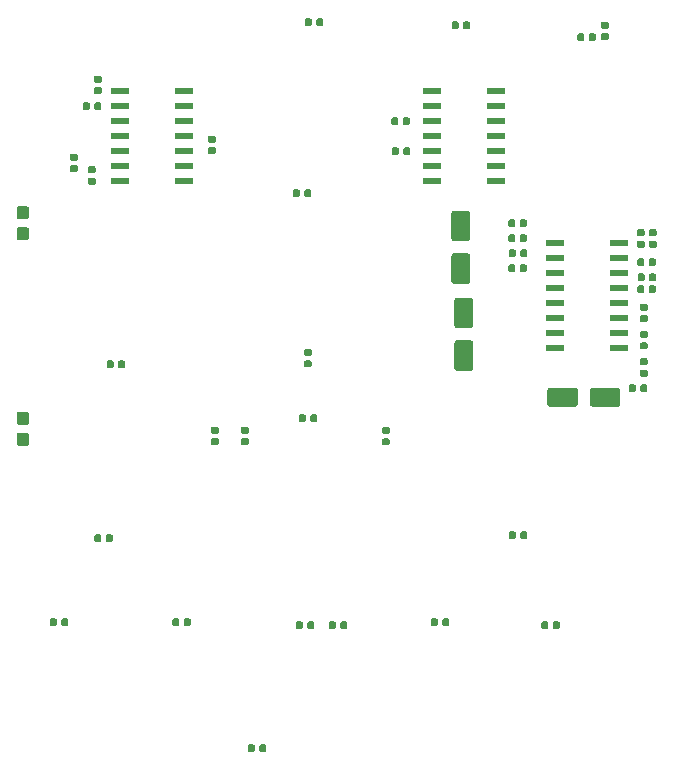
<source format=gtp>
G04 #@! TF.GenerationSoftware,KiCad,Pcbnew,(5.0.2)-1*
G04 #@! TF.CreationDate,2019-02-20T11:37:58+00:00*
G04 #@! TF.ProjectId,vco,76636f2e-6b69-4636-9164-5f7063625858,rev?*
G04 #@! TF.SameCoordinates,Original*
G04 #@! TF.FileFunction,Paste,Top*
G04 #@! TF.FilePolarity,Positive*
%FSLAX46Y46*%
G04 Gerber Fmt 4.6, Leading zero omitted, Abs format (unit mm)*
G04 Created by KiCad (PCBNEW (5.0.2)-1) date 20/02/2019 11:37:58*
%MOMM*%
%LPD*%
G01*
G04 APERTURE LIST*
%ADD10C,0.100000*%
%ADD11C,0.590000*%
%ADD12C,1.600000*%
%ADD13C,1.050000*%
%ADD14R,1.500000X0.600000*%
G04 APERTURE END LIST*
D10*
G04 #@! TO.C,C1*
G36*
X163021958Y-99502710D02*
X163036276Y-99504834D01*
X163050317Y-99508351D01*
X163063946Y-99513228D01*
X163077031Y-99519417D01*
X163089447Y-99526858D01*
X163101073Y-99535481D01*
X163111798Y-99545202D01*
X163121519Y-99555927D01*
X163130142Y-99567553D01*
X163137583Y-99579969D01*
X163143772Y-99593054D01*
X163148649Y-99606683D01*
X163152166Y-99620724D01*
X163154290Y-99635042D01*
X163155000Y-99649500D01*
X163155000Y-99994500D01*
X163154290Y-100008958D01*
X163152166Y-100023276D01*
X163148649Y-100037317D01*
X163143772Y-100050946D01*
X163137583Y-100064031D01*
X163130142Y-100076447D01*
X163121519Y-100088073D01*
X163111798Y-100098798D01*
X163101073Y-100108519D01*
X163089447Y-100117142D01*
X163077031Y-100124583D01*
X163063946Y-100130772D01*
X163050317Y-100135649D01*
X163036276Y-100139166D01*
X163021958Y-100141290D01*
X163007500Y-100142000D01*
X162712500Y-100142000D01*
X162698042Y-100141290D01*
X162683724Y-100139166D01*
X162669683Y-100135649D01*
X162656054Y-100130772D01*
X162642969Y-100124583D01*
X162630553Y-100117142D01*
X162618927Y-100108519D01*
X162608202Y-100098798D01*
X162598481Y-100088073D01*
X162589858Y-100076447D01*
X162582417Y-100064031D01*
X162576228Y-100050946D01*
X162571351Y-100037317D01*
X162567834Y-100023276D01*
X162565710Y-100008958D01*
X162565000Y-99994500D01*
X162565000Y-99649500D01*
X162565710Y-99635042D01*
X162567834Y-99620724D01*
X162571351Y-99606683D01*
X162576228Y-99593054D01*
X162582417Y-99579969D01*
X162589858Y-99567553D01*
X162598481Y-99555927D01*
X162608202Y-99545202D01*
X162618927Y-99535481D01*
X162630553Y-99526858D01*
X162642969Y-99519417D01*
X162656054Y-99513228D01*
X162669683Y-99508351D01*
X162683724Y-99504834D01*
X162698042Y-99502710D01*
X162712500Y-99502000D01*
X163007500Y-99502000D01*
X163021958Y-99502710D01*
X163021958Y-99502710D01*
G37*
D11*
X162860000Y-99822000D03*
D10*
G36*
X163991958Y-99502710D02*
X164006276Y-99504834D01*
X164020317Y-99508351D01*
X164033946Y-99513228D01*
X164047031Y-99519417D01*
X164059447Y-99526858D01*
X164071073Y-99535481D01*
X164081798Y-99545202D01*
X164091519Y-99555927D01*
X164100142Y-99567553D01*
X164107583Y-99579969D01*
X164113772Y-99593054D01*
X164118649Y-99606683D01*
X164122166Y-99620724D01*
X164124290Y-99635042D01*
X164125000Y-99649500D01*
X164125000Y-99994500D01*
X164124290Y-100008958D01*
X164122166Y-100023276D01*
X164118649Y-100037317D01*
X164113772Y-100050946D01*
X164107583Y-100064031D01*
X164100142Y-100076447D01*
X164091519Y-100088073D01*
X164081798Y-100098798D01*
X164071073Y-100108519D01*
X164059447Y-100117142D01*
X164047031Y-100124583D01*
X164033946Y-100130772D01*
X164020317Y-100135649D01*
X164006276Y-100139166D01*
X163991958Y-100141290D01*
X163977500Y-100142000D01*
X163682500Y-100142000D01*
X163668042Y-100141290D01*
X163653724Y-100139166D01*
X163639683Y-100135649D01*
X163626054Y-100130772D01*
X163612969Y-100124583D01*
X163600553Y-100117142D01*
X163588927Y-100108519D01*
X163578202Y-100098798D01*
X163568481Y-100088073D01*
X163559858Y-100076447D01*
X163552417Y-100064031D01*
X163546228Y-100050946D01*
X163541351Y-100037317D01*
X163537834Y-100023276D01*
X163535710Y-100008958D01*
X163535000Y-99994500D01*
X163535000Y-99649500D01*
X163535710Y-99635042D01*
X163537834Y-99620724D01*
X163541351Y-99606683D01*
X163546228Y-99593054D01*
X163552417Y-99579969D01*
X163559858Y-99567553D01*
X163568481Y-99555927D01*
X163578202Y-99545202D01*
X163588927Y-99535481D01*
X163600553Y-99526858D01*
X163612969Y-99519417D01*
X163626054Y-99513228D01*
X163639683Y-99508351D01*
X163653724Y-99504834D01*
X163668042Y-99502710D01*
X163682500Y-99502000D01*
X163977500Y-99502000D01*
X163991958Y-99502710D01*
X163991958Y-99502710D01*
G37*
D11*
X163830000Y-99822000D03*
G04 #@! TD*
D10*
G04 #@! TO.C,C2*
G36*
X118733958Y-112202710D02*
X118748276Y-112204834D01*
X118762317Y-112208351D01*
X118775946Y-112213228D01*
X118789031Y-112219417D01*
X118801447Y-112226858D01*
X118813073Y-112235481D01*
X118823798Y-112245202D01*
X118833519Y-112255927D01*
X118842142Y-112267553D01*
X118849583Y-112279969D01*
X118855772Y-112293054D01*
X118860649Y-112306683D01*
X118864166Y-112320724D01*
X118866290Y-112335042D01*
X118867000Y-112349500D01*
X118867000Y-112694500D01*
X118866290Y-112708958D01*
X118864166Y-112723276D01*
X118860649Y-112737317D01*
X118855772Y-112750946D01*
X118849583Y-112764031D01*
X118842142Y-112776447D01*
X118833519Y-112788073D01*
X118823798Y-112798798D01*
X118813073Y-112808519D01*
X118801447Y-112817142D01*
X118789031Y-112824583D01*
X118775946Y-112830772D01*
X118762317Y-112835649D01*
X118748276Y-112839166D01*
X118733958Y-112841290D01*
X118719500Y-112842000D01*
X118424500Y-112842000D01*
X118410042Y-112841290D01*
X118395724Y-112839166D01*
X118381683Y-112835649D01*
X118368054Y-112830772D01*
X118354969Y-112824583D01*
X118342553Y-112817142D01*
X118330927Y-112808519D01*
X118320202Y-112798798D01*
X118310481Y-112788073D01*
X118301858Y-112776447D01*
X118294417Y-112764031D01*
X118288228Y-112750946D01*
X118283351Y-112737317D01*
X118279834Y-112723276D01*
X118277710Y-112708958D01*
X118277000Y-112694500D01*
X118277000Y-112349500D01*
X118277710Y-112335042D01*
X118279834Y-112320724D01*
X118283351Y-112306683D01*
X118288228Y-112293054D01*
X118294417Y-112279969D01*
X118301858Y-112267553D01*
X118310481Y-112255927D01*
X118320202Y-112245202D01*
X118330927Y-112235481D01*
X118342553Y-112226858D01*
X118354969Y-112219417D01*
X118368054Y-112213228D01*
X118381683Y-112208351D01*
X118395724Y-112204834D01*
X118410042Y-112202710D01*
X118424500Y-112202000D01*
X118719500Y-112202000D01*
X118733958Y-112202710D01*
X118733958Y-112202710D01*
G37*
D11*
X118572000Y-112522000D03*
D10*
G36*
X117763958Y-112202710D02*
X117778276Y-112204834D01*
X117792317Y-112208351D01*
X117805946Y-112213228D01*
X117819031Y-112219417D01*
X117831447Y-112226858D01*
X117843073Y-112235481D01*
X117853798Y-112245202D01*
X117863519Y-112255927D01*
X117872142Y-112267553D01*
X117879583Y-112279969D01*
X117885772Y-112293054D01*
X117890649Y-112306683D01*
X117894166Y-112320724D01*
X117896290Y-112335042D01*
X117897000Y-112349500D01*
X117897000Y-112694500D01*
X117896290Y-112708958D01*
X117894166Y-112723276D01*
X117890649Y-112737317D01*
X117885772Y-112750946D01*
X117879583Y-112764031D01*
X117872142Y-112776447D01*
X117863519Y-112788073D01*
X117853798Y-112798798D01*
X117843073Y-112808519D01*
X117831447Y-112817142D01*
X117819031Y-112824583D01*
X117805946Y-112830772D01*
X117792317Y-112835649D01*
X117778276Y-112839166D01*
X117763958Y-112841290D01*
X117749500Y-112842000D01*
X117454500Y-112842000D01*
X117440042Y-112841290D01*
X117425724Y-112839166D01*
X117411683Y-112835649D01*
X117398054Y-112830772D01*
X117384969Y-112824583D01*
X117372553Y-112817142D01*
X117360927Y-112808519D01*
X117350202Y-112798798D01*
X117340481Y-112788073D01*
X117331858Y-112776447D01*
X117324417Y-112764031D01*
X117318228Y-112750946D01*
X117313351Y-112737317D01*
X117309834Y-112723276D01*
X117307710Y-112708958D01*
X117307000Y-112694500D01*
X117307000Y-112349500D01*
X117307710Y-112335042D01*
X117309834Y-112320724D01*
X117313351Y-112306683D01*
X117318228Y-112293054D01*
X117324417Y-112279969D01*
X117331858Y-112267553D01*
X117340481Y-112255927D01*
X117350202Y-112245202D01*
X117360927Y-112235481D01*
X117372553Y-112226858D01*
X117384969Y-112219417D01*
X117398054Y-112213228D01*
X117411683Y-112208351D01*
X117425724Y-112204834D01*
X117440042Y-112202710D01*
X117454500Y-112202000D01*
X117749500Y-112202000D01*
X117763958Y-112202710D01*
X117763958Y-112202710D01*
G37*
D11*
X117602000Y-112522000D03*
G04 #@! TD*
D10*
G04 #@! TO.C,C3*
G36*
X164778958Y-87335710D02*
X164793276Y-87337834D01*
X164807317Y-87341351D01*
X164820946Y-87346228D01*
X164834031Y-87352417D01*
X164846447Y-87359858D01*
X164858073Y-87368481D01*
X164868798Y-87378202D01*
X164878519Y-87388927D01*
X164887142Y-87400553D01*
X164894583Y-87412969D01*
X164900772Y-87426054D01*
X164905649Y-87439683D01*
X164909166Y-87453724D01*
X164911290Y-87468042D01*
X164912000Y-87482500D01*
X164912000Y-87777500D01*
X164911290Y-87791958D01*
X164909166Y-87806276D01*
X164905649Y-87820317D01*
X164900772Y-87833946D01*
X164894583Y-87847031D01*
X164887142Y-87859447D01*
X164878519Y-87871073D01*
X164868798Y-87881798D01*
X164858073Y-87891519D01*
X164846447Y-87900142D01*
X164834031Y-87907583D01*
X164820946Y-87913772D01*
X164807317Y-87918649D01*
X164793276Y-87922166D01*
X164778958Y-87924290D01*
X164764500Y-87925000D01*
X164419500Y-87925000D01*
X164405042Y-87924290D01*
X164390724Y-87922166D01*
X164376683Y-87918649D01*
X164363054Y-87913772D01*
X164349969Y-87907583D01*
X164337553Y-87900142D01*
X164325927Y-87891519D01*
X164315202Y-87881798D01*
X164305481Y-87871073D01*
X164296858Y-87859447D01*
X164289417Y-87847031D01*
X164283228Y-87833946D01*
X164278351Y-87820317D01*
X164274834Y-87806276D01*
X164272710Y-87791958D01*
X164272000Y-87777500D01*
X164272000Y-87482500D01*
X164272710Y-87468042D01*
X164274834Y-87453724D01*
X164278351Y-87439683D01*
X164283228Y-87426054D01*
X164289417Y-87412969D01*
X164296858Y-87400553D01*
X164305481Y-87388927D01*
X164315202Y-87378202D01*
X164325927Y-87368481D01*
X164337553Y-87359858D01*
X164349969Y-87352417D01*
X164363054Y-87346228D01*
X164376683Y-87341351D01*
X164390724Y-87337834D01*
X164405042Y-87335710D01*
X164419500Y-87335000D01*
X164764500Y-87335000D01*
X164778958Y-87335710D01*
X164778958Y-87335710D01*
G37*
D11*
X164592000Y-87630000D03*
D10*
G36*
X164778958Y-86365710D02*
X164793276Y-86367834D01*
X164807317Y-86371351D01*
X164820946Y-86376228D01*
X164834031Y-86382417D01*
X164846447Y-86389858D01*
X164858073Y-86398481D01*
X164868798Y-86408202D01*
X164878519Y-86418927D01*
X164887142Y-86430553D01*
X164894583Y-86442969D01*
X164900772Y-86456054D01*
X164905649Y-86469683D01*
X164909166Y-86483724D01*
X164911290Y-86498042D01*
X164912000Y-86512500D01*
X164912000Y-86807500D01*
X164911290Y-86821958D01*
X164909166Y-86836276D01*
X164905649Y-86850317D01*
X164900772Y-86863946D01*
X164894583Y-86877031D01*
X164887142Y-86889447D01*
X164878519Y-86901073D01*
X164868798Y-86911798D01*
X164858073Y-86921519D01*
X164846447Y-86930142D01*
X164834031Y-86937583D01*
X164820946Y-86943772D01*
X164807317Y-86948649D01*
X164793276Y-86952166D01*
X164778958Y-86954290D01*
X164764500Y-86955000D01*
X164419500Y-86955000D01*
X164405042Y-86954290D01*
X164390724Y-86952166D01*
X164376683Y-86948649D01*
X164363054Y-86943772D01*
X164349969Y-86937583D01*
X164337553Y-86930142D01*
X164325927Y-86921519D01*
X164315202Y-86911798D01*
X164305481Y-86901073D01*
X164296858Y-86889447D01*
X164289417Y-86877031D01*
X164283228Y-86863946D01*
X164278351Y-86850317D01*
X164274834Y-86836276D01*
X164272710Y-86821958D01*
X164272000Y-86807500D01*
X164272000Y-86512500D01*
X164272710Y-86498042D01*
X164274834Y-86483724D01*
X164278351Y-86469683D01*
X164283228Y-86456054D01*
X164289417Y-86442969D01*
X164296858Y-86430553D01*
X164305481Y-86418927D01*
X164315202Y-86408202D01*
X164325927Y-86398481D01*
X164337553Y-86389858D01*
X164349969Y-86382417D01*
X164363054Y-86376228D01*
X164376683Y-86371351D01*
X164390724Y-86367834D01*
X164405042Y-86365710D01*
X164419500Y-86365000D01*
X164764500Y-86365000D01*
X164778958Y-86365710D01*
X164778958Y-86365710D01*
G37*
D11*
X164592000Y-86660000D03*
G04 #@! TD*
D10*
G04 #@! TO.C,C4*
G36*
X164016958Y-92669710D02*
X164031276Y-92671834D01*
X164045317Y-92675351D01*
X164058946Y-92680228D01*
X164072031Y-92686417D01*
X164084447Y-92693858D01*
X164096073Y-92702481D01*
X164106798Y-92712202D01*
X164116519Y-92722927D01*
X164125142Y-92734553D01*
X164132583Y-92746969D01*
X164138772Y-92760054D01*
X164143649Y-92773683D01*
X164147166Y-92787724D01*
X164149290Y-92802042D01*
X164150000Y-92816500D01*
X164150000Y-93111500D01*
X164149290Y-93125958D01*
X164147166Y-93140276D01*
X164143649Y-93154317D01*
X164138772Y-93167946D01*
X164132583Y-93181031D01*
X164125142Y-93193447D01*
X164116519Y-93205073D01*
X164106798Y-93215798D01*
X164096073Y-93225519D01*
X164084447Y-93234142D01*
X164072031Y-93241583D01*
X164058946Y-93247772D01*
X164045317Y-93252649D01*
X164031276Y-93256166D01*
X164016958Y-93258290D01*
X164002500Y-93259000D01*
X163657500Y-93259000D01*
X163643042Y-93258290D01*
X163628724Y-93256166D01*
X163614683Y-93252649D01*
X163601054Y-93247772D01*
X163587969Y-93241583D01*
X163575553Y-93234142D01*
X163563927Y-93225519D01*
X163553202Y-93215798D01*
X163543481Y-93205073D01*
X163534858Y-93193447D01*
X163527417Y-93181031D01*
X163521228Y-93167946D01*
X163516351Y-93154317D01*
X163512834Y-93140276D01*
X163510710Y-93125958D01*
X163510000Y-93111500D01*
X163510000Y-92816500D01*
X163510710Y-92802042D01*
X163512834Y-92787724D01*
X163516351Y-92773683D01*
X163521228Y-92760054D01*
X163527417Y-92746969D01*
X163534858Y-92734553D01*
X163543481Y-92722927D01*
X163553202Y-92712202D01*
X163563927Y-92702481D01*
X163575553Y-92693858D01*
X163587969Y-92686417D01*
X163601054Y-92680228D01*
X163614683Y-92675351D01*
X163628724Y-92671834D01*
X163643042Y-92669710D01*
X163657500Y-92669000D01*
X164002500Y-92669000D01*
X164016958Y-92669710D01*
X164016958Y-92669710D01*
G37*
D11*
X163830000Y-92964000D03*
D10*
G36*
X164016958Y-93639710D02*
X164031276Y-93641834D01*
X164045317Y-93645351D01*
X164058946Y-93650228D01*
X164072031Y-93656417D01*
X164084447Y-93663858D01*
X164096073Y-93672481D01*
X164106798Y-93682202D01*
X164116519Y-93692927D01*
X164125142Y-93704553D01*
X164132583Y-93716969D01*
X164138772Y-93730054D01*
X164143649Y-93743683D01*
X164147166Y-93757724D01*
X164149290Y-93772042D01*
X164150000Y-93786500D01*
X164150000Y-94081500D01*
X164149290Y-94095958D01*
X164147166Y-94110276D01*
X164143649Y-94124317D01*
X164138772Y-94137946D01*
X164132583Y-94151031D01*
X164125142Y-94163447D01*
X164116519Y-94175073D01*
X164106798Y-94185798D01*
X164096073Y-94195519D01*
X164084447Y-94204142D01*
X164072031Y-94211583D01*
X164058946Y-94217772D01*
X164045317Y-94222649D01*
X164031276Y-94226166D01*
X164016958Y-94228290D01*
X164002500Y-94229000D01*
X163657500Y-94229000D01*
X163643042Y-94228290D01*
X163628724Y-94226166D01*
X163614683Y-94222649D01*
X163601054Y-94217772D01*
X163587969Y-94211583D01*
X163575553Y-94204142D01*
X163563927Y-94195519D01*
X163553202Y-94185798D01*
X163543481Y-94175073D01*
X163534858Y-94163447D01*
X163527417Y-94151031D01*
X163521228Y-94137946D01*
X163516351Y-94124317D01*
X163512834Y-94110276D01*
X163510710Y-94095958D01*
X163510000Y-94081500D01*
X163510000Y-93786500D01*
X163510710Y-93772042D01*
X163512834Y-93757724D01*
X163516351Y-93743683D01*
X163521228Y-93730054D01*
X163527417Y-93716969D01*
X163534858Y-93704553D01*
X163543481Y-93692927D01*
X163553202Y-93682202D01*
X163563927Y-93672481D01*
X163575553Y-93663858D01*
X163587969Y-93656417D01*
X163601054Y-93650228D01*
X163614683Y-93645351D01*
X163628724Y-93641834D01*
X163643042Y-93639710D01*
X163657500Y-93639000D01*
X164002500Y-93639000D01*
X164016958Y-93639710D01*
X164016958Y-93639710D01*
G37*
D11*
X163830000Y-93934000D03*
G04 #@! TD*
D10*
G04 #@! TO.C,C5*
G36*
X159627958Y-69784710D02*
X159642276Y-69786834D01*
X159656317Y-69790351D01*
X159669946Y-69795228D01*
X159683031Y-69801417D01*
X159695447Y-69808858D01*
X159707073Y-69817481D01*
X159717798Y-69827202D01*
X159727519Y-69837927D01*
X159736142Y-69849553D01*
X159743583Y-69861969D01*
X159749772Y-69875054D01*
X159754649Y-69888683D01*
X159758166Y-69902724D01*
X159760290Y-69917042D01*
X159761000Y-69931500D01*
X159761000Y-70276500D01*
X159760290Y-70290958D01*
X159758166Y-70305276D01*
X159754649Y-70319317D01*
X159749772Y-70332946D01*
X159743583Y-70346031D01*
X159736142Y-70358447D01*
X159727519Y-70370073D01*
X159717798Y-70380798D01*
X159707073Y-70390519D01*
X159695447Y-70399142D01*
X159683031Y-70406583D01*
X159669946Y-70412772D01*
X159656317Y-70417649D01*
X159642276Y-70421166D01*
X159627958Y-70423290D01*
X159613500Y-70424000D01*
X159318500Y-70424000D01*
X159304042Y-70423290D01*
X159289724Y-70421166D01*
X159275683Y-70417649D01*
X159262054Y-70412772D01*
X159248969Y-70406583D01*
X159236553Y-70399142D01*
X159224927Y-70390519D01*
X159214202Y-70380798D01*
X159204481Y-70370073D01*
X159195858Y-70358447D01*
X159188417Y-70346031D01*
X159182228Y-70332946D01*
X159177351Y-70319317D01*
X159173834Y-70305276D01*
X159171710Y-70290958D01*
X159171000Y-70276500D01*
X159171000Y-69931500D01*
X159171710Y-69917042D01*
X159173834Y-69902724D01*
X159177351Y-69888683D01*
X159182228Y-69875054D01*
X159188417Y-69861969D01*
X159195858Y-69849553D01*
X159204481Y-69837927D01*
X159214202Y-69827202D01*
X159224927Y-69817481D01*
X159236553Y-69808858D01*
X159248969Y-69801417D01*
X159262054Y-69795228D01*
X159275683Y-69790351D01*
X159289724Y-69786834D01*
X159304042Y-69784710D01*
X159318500Y-69784000D01*
X159613500Y-69784000D01*
X159627958Y-69784710D01*
X159627958Y-69784710D01*
G37*
D11*
X159466000Y-70104000D03*
D10*
G36*
X158657958Y-69784710D02*
X158672276Y-69786834D01*
X158686317Y-69790351D01*
X158699946Y-69795228D01*
X158713031Y-69801417D01*
X158725447Y-69808858D01*
X158737073Y-69817481D01*
X158747798Y-69827202D01*
X158757519Y-69837927D01*
X158766142Y-69849553D01*
X158773583Y-69861969D01*
X158779772Y-69875054D01*
X158784649Y-69888683D01*
X158788166Y-69902724D01*
X158790290Y-69917042D01*
X158791000Y-69931500D01*
X158791000Y-70276500D01*
X158790290Y-70290958D01*
X158788166Y-70305276D01*
X158784649Y-70319317D01*
X158779772Y-70332946D01*
X158773583Y-70346031D01*
X158766142Y-70358447D01*
X158757519Y-70370073D01*
X158747798Y-70380798D01*
X158737073Y-70390519D01*
X158725447Y-70399142D01*
X158713031Y-70406583D01*
X158699946Y-70412772D01*
X158686317Y-70417649D01*
X158672276Y-70421166D01*
X158657958Y-70423290D01*
X158643500Y-70424000D01*
X158348500Y-70424000D01*
X158334042Y-70423290D01*
X158319724Y-70421166D01*
X158305683Y-70417649D01*
X158292054Y-70412772D01*
X158278969Y-70406583D01*
X158266553Y-70399142D01*
X158254927Y-70390519D01*
X158244202Y-70380798D01*
X158234481Y-70370073D01*
X158225858Y-70358447D01*
X158218417Y-70346031D01*
X158212228Y-70332946D01*
X158207351Y-70319317D01*
X158203834Y-70305276D01*
X158201710Y-70290958D01*
X158201000Y-70276500D01*
X158201000Y-69931500D01*
X158201710Y-69917042D01*
X158203834Y-69902724D01*
X158207351Y-69888683D01*
X158212228Y-69875054D01*
X158218417Y-69861969D01*
X158225858Y-69849553D01*
X158234481Y-69837927D01*
X158244202Y-69827202D01*
X158254927Y-69817481D01*
X158266553Y-69808858D01*
X158278969Y-69801417D01*
X158292054Y-69795228D01*
X158305683Y-69790351D01*
X158319724Y-69786834D01*
X158334042Y-69784710D01*
X158348500Y-69784000D01*
X158643500Y-69784000D01*
X158657958Y-69784710D01*
X158657958Y-69784710D01*
G37*
D11*
X158496000Y-70104000D03*
G04 #@! TD*
D10*
G04 #@! TO.C,C6*
G36*
X161624504Y-99785204D02*
X161648773Y-99788804D01*
X161672571Y-99794765D01*
X161695671Y-99803030D01*
X161717849Y-99813520D01*
X161738893Y-99826133D01*
X161758598Y-99840747D01*
X161776777Y-99857223D01*
X161793253Y-99875402D01*
X161807867Y-99895107D01*
X161820480Y-99916151D01*
X161830970Y-99938329D01*
X161839235Y-99961429D01*
X161845196Y-99985227D01*
X161848796Y-100009496D01*
X161850000Y-100034000D01*
X161850000Y-101134000D01*
X161848796Y-101158504D01*
X161845196Y-101182773D01*
X161839235Y-101206571D01*
X161830970Y-101229671D01*
X161820480Y-101251849D01*
X161807867Y-101272893D01*
X161793253Y-101292598D01*
X161776777Y-101310777D01*
X161758598Y-101327253D01*
X161738893Y-101341867D01*
X161717849Y-101354480D01*
X161695671Y-101364970D01*
X161672571Y-101373235D01*
X161648773Y-101379196D01*
X161624504Y-101382796D01*
X161600000Y-101384000D01*
X159500000Y-101384000D01*
X159475496Y-101382796D01*
X159451227Y-101379196D01*
X159427429Y-101373235D01*
X159404329Y-101364970D01*
X159382151Y-101354480D01*
X159361107Y-101341867D01*
X159341402Y-101327253D01*
X159323223Y-101310777D01*
X159306747Y-101292598D01*
X159292133Y-101272893D01*
X159279520Y-101251849D01*
X159269030Y-101229671D01*
X159260765Y-101206571D01*
X159254804Y-101182773D01*
X159251204Y-101158504D01*
X159250000Y-101134000D01*
X159250000Y-100034000D01*
X159251204Y-100009496D01*
X159254804Y-99985227D01*
X159260765Y-99961429D01*
X159269030Y-99938329D01*
X159279520Y-99916151D01*
X159292133Y-99895107D01*
X159306747Y-99875402D01*
X159323223Y-99857223D01*
X159341402Y-99840747D01*
X159361107Y-99826133D01*
X159382151Y-99813520D01*
X159404329Y-99803030D01*
X159427429Y-99794765D01*
X159451227Y-99788804D01*
X159475496Y-99785204D01*
X159500000Y-99784000D01*
X161600000Y-99784000D01*
X161624504Y-99785204D01*
X161624504Y-99785204D01*
G37*
D12*
X160550000Y-100584000D03*
D10*
G36*
X158024504Y-99785204D02*
X158048773Y-99788804D01*
X158072571Y-99794765D01*
X158095671Y-99803030D01*
X158117849Y-99813520D01*
X158138893Y-99826133D01*
X158158598Y-99840747D01*
X158176777Y-99857223D01*
X158193253Y-99875402D01*
X158207867Y-99895107D01*
X158220480Y-99916151D01*
X158230970Y-99938329D01*
X158239235Y-99961429D01*
X158245196Y-99985227D01*
X158248796Y-100009496D01*
X158250000Y-100034000D01*
X158250000Y-101134000D01*
X158248796Y-101158504D01*
X158245196Y-101182773D01*
X158239235Y-101206571D01*
X158230970Y-101229671D01*
X158220480Y-101251849D01*
X158207867Y-101272893D01*
X158193253Y-101292598D01*
X158176777Y-101310777D01*
X158158598Y-101327253D01*
X158138893Y-101341867D01*
X158117849Y-101354480D01*
X158095671Y-101364970D01*
X158072571Y-101373235D01*
X158048773Y-101379196D01*
X158024504Y-101382796D01*
X158000000Y-101384000D01*
X155900000Y-101384000D01*
X155875496Y-101382796D01*
X155851227Y-101379196D01*
X155827429Y-101373235D01*
X155804329Y-101364970D01*
X155782151Y-101354480D01*
X155761107Y-101341867D01*
X155741402Y-101327253D01*
X155723223Y-101310777D01*
X155706747Y-101292598D01*
X155692133Y-101272893D01*
X155679520Y-101251849D01*
X155669030Y-101229671D01*
X155660765Y-101206571D01*
X155654804Y-101182773D01*
X155651204Y-101158504D01*
X155650000Y-101134000D01*
X155650000Y-100034000D01*
X155651204Y-100009496D01*
X155654804Y-99985227D01*
X155660765Y-99961429D01*
X155669030Y-99938329D01*
X155679520Y-99916151D01*
X155692133Y-99895107D01*
X155706747Y-99875402D01*
X155723223Y-99857223D01*
X155741402Y-99840747D01*
X155761107Y-99826133D01*
X155782151Y-99813520D01*
X155804329Y-99803030D01*
X155827429Y-99794765D01*
X155851227Y-99788804D01*
X155875496Y-99785204D01*
X155900000Y-99784000D01*
X158000000Y-99784000D01*
X158024504Y-99785204D01*
X158024504Y-99785204D01*
G37*
D12*
X156950000Y-100584000D03*
G04 #@! TD*
D10*
G04 #@! TO.C,C7*
G36*
X148910504Y-88385204D02*
X148934773Y-88388804D01*
X148958571Y-88394765D01*
X148981671Y-88403030D01*
X149003849Y-88413520D01*
X149024893Y-88426133D01*
X149044598Y-88440747D01*
X149062777Y-88457223D01*
X149079253Y-88475402D01*
X149093867Y-88495107D01*
X149106480Y-88516151D01*
X149116970Y-88538329D01*
X149125235Y-88561429D01*
X149131196Y-88585227D01*
X149134796Y-88609496D01*
X149136000Y-88634000D01*
X149136000Y-90734000D01*
X149134796Y-90758504D01*
X149131196Y-90782773D01*
X149125235Y-90806571D01*
X149116970Y-90829671D01*
X149106480Y-90851849D01*
X149093867Y-90872893D01*
X149079253Y-90892598D01*
X149062777Y-90910777D01*
X149044598Y-90927253D01*
X149024893Y-90941867D01*
X149003849Y-90954480D01*
X148981671Y-90964970D01*
X148958571Y-90973235D01*
X148934773Y-90979196D01*
X148910504Y-90982796D01*
X148886000Y-90984000D01*
X147786000Y-90984000D01*
X147761496Y-90982796D01*
X147737227Y-90979196D01*
X147713429Y-90973235D01*
X147690329Y-90964970D01*
X147668151Y-90954480D01*
X147647107Y-90941867D01*
X147627402Y-90927253D01*
X147609223Y-90910777D01*
X147592747Y-90892598D01*
X147578133Y-90872893D01*
X147565520Y-90851849D01*
X147555030Y-90829671D01*
X147546765Y-90806571D01*
X147540804Y-90782773D01*
X147537204Y-90758504D01*
X147536000Y-90734000D01*
X147536000Y-88634000D01*
X147537204Y-88609496D01*
X147540804Y-88585227D01*
X147546765Y-88561429D01*
X147555030Y-88538329D01*
X147565520Y-88516151D01*
X147578133Y-88495107D01*
X147592747Y-88475402D01*
X147609223Y-88457223D01*
X147627402Y-88440747D01*
X147647107Y-88426133D01*
X147668151Y-88413520D01*
X147690329Y-88403030D01*
X147713429Y-88394765D01*
X147737227Y-88388804D01*
X147761496Y-88385204D01*
X147786000Y-88384000D01*
X148886000Y-88384000D01*
X148910504Y-88385204D01*
X148910504Y-88385204D01*
G37*
D12*
X148336000Y-89684000D03*
D10*
G36*
X148910504Y-84785204D02*
X148934773Y-84788804D01*
X148958571Y-84794765D01*
X148981671Y-84803030D01*
X149003849Y-84813520D01*
X149024893Y-84826133D01*
X149044598Y-84840747D01*
X149062777Y-84857223D01*
X149079253Y-84875402D01*
X149093867Y-84895107D01*
X149106480Y-84916151D01*
X149116970Y-84938329D01*
X149125235Y-84961429D01*
X149131196Y-84985227D01*
X149134796Y-85009496D01*
X149136000Y-85034000D01*
X149136000Y-87134000D01*
X149134796Y-87158504D01*
X149131196Y-87182773D01*
X149125235Y-87206571D01*
X149116970Y-87229671D01*
X149106480Y-87251849D01*
X149093867Y-87272893D01*
X149079253Y-87292598D01*
X149062777Y-87310777D01*
X149044598Y-87327253D01*
X149024893Y-87341867D01*
X149003849Y-87354480D01*
X148981671Y-87364970D01*
X148958571Y-87373235D01*
X148934773Y-87379196D01*
X148910504Y-87382796D01*
X148886000Y-87384000D01*
X147786000Y-87384000D01*
X147761496Y-87382796D01*
X147737227Y-87379196D01*
X147713429Y-87373235D01*
X147690329Y-87364970D01*
X147668151Y-87354480D01*
X147647107Y-87341867D01*
X147627402Y-87327253D01*
X147609223Y-87310777D01*
X147592747Y-87292598D01*
X147578133Y-87272893D01*
X147565520Y-87251849D01*
X147555030Y-87229671D01*
X147546765Y-87206571D01*
X147540804Y-87182773D01*
X147537204Y-87158504D01*
X147536000Y-87134000D01*
X147536000Y-85034000D01*
X147537204Y-85009496D01*
X147540804Y-84985227D01*
X147546765Y-84961429D01*
X147555030Y-84938329D01*
X147565520Y-84916151D01*
X147578133Y-84895107D01*
X147592747Y-84875402D01*
X147609223Y-84857223D01*
X147627402Y-84840747D01*
X147647107Y-84826133D01*
X147668151Y-84813520D01*
X147690329Y-84803030D01*
X147713429Y-84794765D01*
X147737227Y-84788804D01*
X147761496Y-84785204D01*
X147786000Y-84784000D01*
X148886000Y-84784000D01*
X148910504Y-84785204D01*
X148910504Y-84785204D01*
G37*
D12*
X148336000Y-86084000D03*
G04 #@! TD*
D10*
G04 #@! TO.C,C8*
G36*
X149164504Y-92151204D02*
X149188773Y-92154804D01*
X149212571Y-92160765D01*
X149235671Y-92169030D01*
X149257849Y-92179520D01*
X149278893Y-92192133D01*
X149298598Y-92206747D01*
X149316777Y-92223223D01*
X149333253Y-92241402D01*
X149347867Y-92261107D01*
X149360480Y-92282151D01*
X149370970Y-92304329D01*
X149379235Y-92327429D01*
X149385196Y-92351227D01*
X149388796Y-92375496D01*
X149390000Y-92400000D01*
X149390000Y-94500000D01*
X149388796Y-94524504D01*
X149385196Y-94548773D01*
X149379235Y-94572571D01*
X149370970Y-94595671D01*
X149360480Y-94617849D01*
X149347867Y-94638893D01*
X149333253Y-94658598D01*
X149316777Y-94676777D01*
X149298598Y-94693253D01*
X149278893Y-94707867D01*
X149257849Y-94720480D01*
X149235671Y-94730970D01*
X149212571Y-94739235D01*
X149188773Y-94745196D01*
X149164504Y-94748796D01*
X149140000Y-94750000D01*
X148040000Y-94750000D01*
X148015496Y-94748796D01*
X147991227Y-94745196D01*
X147967429Y-94739235D01*
X147944329Y-94730970D01*
X147922151Y-94720480D01*
X147901107Y-94707867D01*
X147881402Y-94693253D01*
X147863223Y-94676777D01*
X147846747Y-94658598D01*
X147832133Y-94638893D01*
X147819520Y-94617849D01*
X147809030Y-94595671D01*
X147800765Y-94572571D01*
X147794804Y-94548773D01*
X147791204Y-94524504D01*
X147790000Y-94500000D01*
X147790000Y-92400000D01*
X147791204Y-92375496D01*
X147794804Y-92351227D01*
X147800765Y-92327429D01*
X147809030Y-92304329D01*
X147819520Y-92282151D01*
X147832133Y-92261107D01*
X147846747Y-92241402D01*
X147863223Y-92223223D01*
X147881402Y-92206747D01*
X147901107Y-92192133D01*
X147922151Y-92179520D01*
X147944329Y-92169030D01*
X147967429Y-92160765D01*
X147991227Y-92154804D01*
X148015496Y-92151204D01*
X148040000Y-92150000D01*
X149140000Y-92150000D01*
X149164504Y-92151204D01*
X149164504Y-92151204D01*
G37*
D12*
X148590000Y-93450000D03*
D10*
G36*
X149164504Y-95751204D02*
X149188773Y-95754804D01*
X149212571Y-95760765D01*
X149235671Y-95769030D01*
X149257849Y-95779520D01*
X149278893Y-95792133D01*
X149298598Y-95806747D01*
X149316777Y-95823223D01*
X149333253Y-95841402D01*
X149347867Y-95861107D01*
X149360480Y-95882151D01*
X149370970Y-95904329D01*
X149379235Y-95927429D01*
X149385196Y-95951227D01*
X149388796Y-95975496D01*
X149390000Y-96000000D01*
X149390000Y-98100000D01*
X149388796Y-98124504D01*
X149385196Y-98148773D01*
X149379235Y-98172571D01*
X149370970Y-98195671D01*
X149360480Y-98217849D01*
X149347867Y-98238893D01*
X149333253Y-98258598D01*
X149316777Y-98276777D01*
X149298598Y-98293253D01*
X149278893Y-98307867D01*
X149257849Y-98320480D01*
X149235671Y-98330970D01*
X149212571Y-98339235D01*
X149188773Y-98345196D01*
X149164504Y-98348796D01*
X149140000Y-98350000D01*
X148040000Y-98350000D01*
X148015496Y-98348796D01*
X147991227Y-98345196D01*
X147967429Y-98339235D01*
X147944329Y-98330970D01*
X147922151Y-98320480D01*
X147901107Y-98307867D01*
X147881402Y-98293253D01*
X147863223Y-98276777D01*
X147846747Y-98258598D01*
X147832133Y-98238893D01*
X147819520Y-98217849D01*
X147809030Y-98195671D01*
X147800765Y-98172571D01*
X147794804Y-98148773D01*
X147791204Y-98124504D01*
X147790000Y-98100000D01*
X147790000Y-96000000D01*
X147791204Y-95975496D01*
X147794804Y-95951227D01*
X147800765Y-95927429D01*
X147809030Y-95904329D01*
X147819520Y-95882151D01*
X147832133Y-95861107D01*
X147846747Y-95841402D01*
X147863223Y-95823223D01*
X147881402Y-95806747D01*
X147901107Y-95792133D01*
X147922151Y-95779520D01*
X147944329Y-95769030D01*
X147967429Y-95760765D01*
X147991227Y-95754804D01*
X148015496Y-95751204D01*
X148040000Y-95750000D01*
X149140000Y-95750000D01*
X149164504Y-95751204D01*
X149164504Y-95751204D01*
G37*
D12*
X148590000Y-97050000D03*
G04 #@! TD*
D10*
G04 #@! TO.C,C9*
G36*
X111551505Y-86178204D02*
X111575773Y-86181804D01*
X111599572Y-86187765D01*
X111622671Y-86196030D01*
X111644850Y-86206520D01*
X111665893Y-86219132D01*
X111685599Y-86233747D01*
X111703777Y-86250223D01*
X111720253Y-86268401D01*
X111734868Y-86288107D01*
X111747480Y-86309150D01*
X111757970Y-86331329D01*
X111766235Y-86354428D01*
X111772196Y-86378227D01*
X111775796Y-86402495D01*
X111777000Y-86426999D01*
X111777000Y-87052001D01*
X111775796Y-87076505D01*
X111772196Y-87100773D01*
X111766235Y-87124572D01*
X111757970Y-87147671D01*
X111747480Y-87169850D01*
X111734868Y-87190893D01*
X111720253Y-87210599D01*
X111703777Y-87228777D01*
X111685599Y-87245253D01*
X111665893Y-87259868D01*
X111644850Y-87272480D01*
X111622671Y-87282970D01*
X111599572Y-87291235D01*
X111575773Y-87297196D01*
X111551505Y-87300796D01*
X111527001Y-87302000D01*
X110976999Y-87302000D01*
X110952495Y-87300796D01*
X110928227Y-87297196D01*
X110904428Y-87291235D01*
X110881329Y-87282970D01*
X110859150Y-87272480D01*
X110838107Y-87259868D01*
X110818401Y-87245253D01*
X110800223Y-87228777D01*
X110783747Y-87210599D01*
X110769132Y-87190893D01*
X110756520Y-87169850D01*
X110746030Y-87147671D01*
X110737765Y-87124572D01*
X110731804Y-87100773D01*
X110728204Y-87076505D01*
X110727000Y-87052001D01*
X110727000Y-86426999D01*
X110728204Y-86402495D01*
X110731804Y-86378227D01*
X110737765Y-86354428D01*
X110746030Y-86331329D01*
X110756520Y-86309150D01*
X110769132Y-86288107D01*
X110783747Y-86268401D01*
X110800223Y-86250223D01*
X110818401Y-86233747D01*
X110838107Y-86219132D01*
X110859150Y-86206520D01*
X110881329Y-86196030D01*
X110904428Y-86187765D01*
X110928227Y-86181804D01*
X110952495Y-86178204D01*
X110976999Y-86177000D01*
X111527001Y-86177000D01*
X111551505Y-86178204D01*
X111551505Y-86178204D01*
G37*
D13*
X111252000Y-86739500D03*
D10*
G36*
X111551505Y-84403204D02*
X111575773Y-84406804D01*
X111599572Y-84412765D01*
X111622671Y-84421030D01*
X111644850Y-84431520D01*
X111665893Y-84444132D01*
X111685599Y-84458747D01*
X111703777Y-84475223D01*
X111720253Y-84493401D01*
X111734868Y-84513107D01*
X111747480Y-84534150D01*
X111757970Y-84556329D01*
X111766235Y-84579428D01*
X111772196Y-84603227D01*
X111775796Y-84627495D01*
X111777000Y-84651999D01*
X111777000Y-85277001D01*
X111775796Y-85301505D01*
X111772196Y-85325773D01*
X111766235Y-85349572D01*
X111757970Y-85372671D01*
X111747480Y-85394850D01*
X111734868Y-85415893D01*
X111720253Y-85435599D01*
X111703777Y-85453777D01*
X111685599Y-85470253D01*
X111665893Y-85484868D01*
X111644850Y-85497480D01*
X111622671Y-85507970D01*
X111599572Y-85516235D01*
X111575773Y-85522196D01*
X111551505Y-85525796D01*
X111527001Y-85527000D01*
X110976999Y-85527000D01*
X110952495Y-85525796D01*
X110928227Y-85522196D01*
X110904428Y-85516235D01*
X110881329Y-85507970D01*
X110859150Y-85497480D01*
X110838107Y-85484868D01*
X110818401Y-85470253D01*
X110800223Y-85453777D01*
X110783747Y-85435599D01*
X110769132Y-85415893D01*
X110756520Y-85394850D01*
X110746030Y-85372671D01*
X110737765Y-85349572D01*
X110731804Y-85325773D01*
X110728204Y-85301505D01*
X110727000Y-85277001D01*
X110727000Y-84651999D01*
X110728204Y-84627495D01*
X110731804Y-84603227D01*
X110737765Y-84579428D01*
X110746030Y-84556329D01*
X110756520Y-84534150D01*
X110769132Y-84513107D01*
X110783747Y-84493401D01*
X110800223Y-84475223D01*
X110818401Y-84458747D01*
X110838107Y-84444132D01*
X110859150Y-84431520D01*
X110881329Y-84421030D01*
X110904428Y-84412765D01*
X110928227Y-84406804D01*
X110952495Y-84403204D01*
X110976999Y-84402000D01*
X111527001Y-84402000D01*
X111551505Y-84403204D01*
X111551505Y-84403204D01*
G37*
D13*
X111252000Y-84964500D03*
G04 #@! TD*
D10*
G04 #@! TO.C,C10*
G36*
X111551505Y-101800704D02*
X111575773Y-101804304D01*
X111599572Y-101810265D01*
X111622671Y-101818530D01*
X111644850Y-101829020D01*
X111665893Y-101841632D01*
X111685599Y-101856247D01*
X111703777Y-101872723D01*
X111720253Y-101890901D01*
X111734868Y-101910607D01*
X111747480Y-101931650D01*
X111757970Y-101953829D01*
X111766235Y-101976928D01*
X111772196Y-102000727D01*
X111775796Y-102024995D01*
X111777000Y-102049499D01*
X111777000Y-102674501D01*
X111775796Y-102699005D01*
X111772196Y-102723273D01*
X111766235Y-102747072D01*
X111757970Y-102770171D01*
X111747480Y-102792350D01*
X111734868Y-102813393D01*
X111720253Y-102833099D01*
X111703777Y-102851277D01*
X111685599Y-102867753D01*
X111665893Y-102882368D01*
X111644850Y-102894980D01*
X111622671Y-102905470D01*
X111599572Y-102913735D01*
X111575773Y-102919696D01*
X111551505Y-102923296D01*
X111527001Y-102924500D01*
X110976999Y-102924500D01*
X110952495Y-102923296D01*
X110928227Y-102919696D01*
X110904428Y-102913735D01*
X110881329Y-102905470D01*
X110859150Y-102894980D01*
X110838107Y-102882368D01*
X110818401Y-102867753D01*
X110800223Y-102851277D01*
X110783747Y-102833099D01*
X110769132Y-102813393D01*
X110756520Y-102792350D01*
X110746030Y-102770171D01*
X110737765Y-102747072D01*
X110731804Y-102723273D01*
X110728204Y-102699005D01*
X110727000Y-102674501D01*
X110727000Y-102049499D01*
X110728204Y-102024995D01*
X110731804Y-102000727D01*
X110737765Y-101976928D01*
X110746030Y-101953829D01*
X110756520Y-101931650D01*
X110769132Y-101910607D01*
X110783747Y-101890901D01*
X110800223Y-101872723D01*
X110818401Y-101856247D01*
X110838107Y-101841632D01*
X110859150Y-101829020D01*
X110881329Y-101818530D01*
X110904428Y-101810265D01*
X110928227Y-101804304D01*
X110952495Y-101800704D01*
X110976999Y-101799500D01*
X111527001Y-101799500D01*
X111551505Y-101800704D01*
X111551505Y-101800704D01*
G37*
D13*
X111252000Y-102362000D03*
D10*
G36*
X111551505Y-103575704D02*
X111575773Y-103579304D01*
X111599572Y-103585265D01*
X111622671Y-103593530D01*
X111644850Y-103604020D01*
X111665893Y-103616632D01*
X111685599Y-103631247D01*
X111703777Y-103647723D01*
X111720253Y-103665901D01*
X111734868Y-103685607D01*
X111747480Y-103706650D01*
X111757970Y-103728829D01*
X111766235Y-103751928D01*
X111772196Y-103775727D01*
X111775796Y-103799995D01*
X111777000Y-103824499D01*
X111777000Y-104449501D01*
X111775796Y-104474005D01*
X111772196Y-104498273D01*
X111766235Y-104522072D01*
X111757970Y-104545171D01*
X111747480Y-104567350D01*
X111734868Y-104588393D01*
X111720253Y-104608099D01*
X111703777Y-104626277D01*
X111685599Y-104642753D01*
X111665893Y-104657368D01*
X111644850Y-104669980D01*
X111622671Y-104680470D01*
X111599572Y-104688735D01*
X111575773Y-104694696D01*
X111551505Y-104698296D01*
X111527001Y-104699500D01*
X110976999Y-104699500D01*
X110952495Y-104698296D01*
X110928227Y-104694696D01*
X110904428Y-104688735D01*
X110881329Y-104680470D01*
X110859150Y-104669980D01*
X110838107Y-104657368D01*
X110818401Y-104642753D01*
X110800223Y-104626277D01*
X110783747Y-104608099D01*
X110769132Y-104588393D01*
X110756520Y-104567350D01*
X110746030Y-104545171D01*
X110737765Y-104522072D01*
X110731804Y-104498273D01*
X110728204Y-104474005D01*
X110727000Y-104449501D01*
X110727000Y-103824499D01*
X110728204Y-103799995D01*
X110731804Y-103775727D01*
X110737765Y-103751928D01*
X110746030Y-103728829D01*
X110756520Y-103706650D01*
X110769132Y-103685607D01*
X110783747Y-103665901D01*
X110800223Y-103647723D01*
X110818401Y-103631247D01*
X110838107Y-103616632D01*
X110859150Y-103604020D01*
X110881329Y-103593530D01*
X110904428Y-103585265D01*
X110928227Y-103579304D01*
X110952495Y-103575704D01*
X110976999Y-103574500D01*
X111527001Y-103574500D01*
X111551505Y-103575704D01*
X111551505Y-103575704D01*
G37*
D13*
X111252000Y-104137000D03*
G04 #@! TD*
D10*
G04 #@! TO.C,R1*
G36*
X164016958Y-97287710D02*
X164031276Y-97289834D01*
X164045317Y-97293351D01*
X164058946Y-97298228D01*
X164072031Y-97304417D01*
X164084447Y-97311858D01*
X164096073Y-97320481D01*
X164106798Y-97330202D01*
X164116519Y-97340927D01*
X164125142Y-97352553D01*
X164132583Y-97364969D01*
X164138772Y-97378054D01*
X164143649Y-97391683D01*
X164147166Y-97405724D01*
X164149290Y-97420042D01*
X164150000Y-97434500D01*
X164150000Y-97729500D01*
X164149290Y-97743958D01*
X164147166Y-97758276D01*
X164143649Y-97772317D01*
X164138772Y-97785946D01*
X164132583Y-97799031D01*
X164125142Y-97811447D01*
X164116519Y-97823073D01*
X164106798Y-97833798D01*
X164096073Y-97843519D01*
X164084447Y-97852142D01*
X164072031Y-97859583D01*
X164058946Y-97865772D01*
X164045317Y-97870649D01*
X164031276Y-97874166D01*
X164016958Y-97876290D01*
X164002500Y-97877000D01*
X163657500Y-97877000D01*
X163643042Y-97876290D01*
X163628724Y-97874166D01*
X163614683Y-97870649D01*
X163601054Y-97865772D01*
X163587969Y-97859583D01*
X163575553Y-97852142D01*
X163563927Y-97843519D01*
X163553202Y-97833798D01*
X163543481Y-97823073D01*
X163534858Y-97811447D01*
X163527417Y-97799031D01*
X163521228Y-97785946D01*
X163516351Y-97772317D01*
X163512834Y-97758276D01*
X163510710Y-97743958D01*
X163510000Y-97729500D01*
X163510000Y-97434500D01*
X163510710Y-97420042D01*
X163512834Y-97405724D01*
X163516351Y-97391683D01*
X163521228Y-97378054D01*
X163527417Y-97364969D01*
X163534858Y-97352553D01*
X163543481Y-97340927D01*
X163553202Y-97330202D01*
X163563927Y-97320481D01*
X163575553Y-97311858D01*
X163587969Y-97304417D01*
X163601054Y-97298228D01*
X163614683Y-97293351D01*
X163628724Y-97289834D01*
X163643042Y-97287710D01*
X163657500Y-97287000D01*
X164002500Y-97287000D01*
X164016958Y-97287710D01*
X164016958Y-97287710D01*
G37*
D11*
X163830000Y-97582000D03*
D10*
G36*
X164016958Y-98257710D02*
X164031276Y-98259834D01*
X164045317Y-98263351D01*
X164058946Y-98268228D01*
X164072031Y-98274417D01*
X164084447Y-98281858D01*
X164096073Y-98290481D01*
X164106798Y-98300202D01*
X164116519Y-98310927D01*
X164125142Y-98322553D01*
X164132583Y-98334969D01*
X164138772Y-98348054D01*
X164143649Y-98361683D01*
X164147166Y-98375724D01*
X164149290Y-98390042D01*
X164150000Y-98404500D01*
X164150000Y-98699500D01*
X164149290Y-98713958D01*
X164147166Y-98728276D01*
X164143649Y-98742317D01*
X164138772Y-98755946D01*
X164132583Y-98769031D01*
X164125142Y-98781447D01*
X164116519Y-98793073D01*
X164106798Y-98803798D01*
X164096073Y-98813519D01*
X164084447Y-98822142D01*
X164072031Y-98829583D01*
X164058946Y-98835772D01*
X164045317Y-98840649D01*
X164031276Y-98844166D01*
X164016958Y-98846290D01*
X164002500Y-98847000D01*
X163657500Y-98847000D01*
X163643042Y-98846290D01*
X163628724Y-98844166D01*
X163614683Y-98840649D01*
X163601054Y-98835772D01*
X163587969Y-98829583D01*
X163575553Y-98822142D01*
X163563927Y-98813519D01*
X163553202Y-98803798D01*
X163543481Y-98793073D01*
X163534858Y-98781447D01*
X163527417Y-98769031D01*
X163521228Y-98755946D01*
X163516351Y-98742317D01*
X163512834Y-98728276D01*
X163510710Y-98713958D01*
X163510000Y-98699500D01*
X163510000Y-98404500D01*
X163510710Y-98390042D01*
X163512834Y-98375724D01*
X163516351Y-98361683D01*
X163521228Y-98348054D01*
X163527417Y-98334969D01*
X163534858Y-98322553D01*
X163543481Y-98310927D01*
X163553202Y-98300202D01*
X163563927Y-98290481D01*
X163575553Y-98281858D01*
X163587969Y-98274417D01*
X163601054Y-98268228D01*
X163614683Y-98263351D01*
X163628724Y-98259834D01*
X163643042Y-98257710D01*
X163657500Y-98257000D01*
X164002500Y-98257000D01*
X164016958Y-98257710D01*
X164016958Y-98257710D01*
G37*
D11*
X163830000Y-98552000D03*
G04 #@! TD*
D10*
G04 #@! TO.C,R2*
G36*
X134573958Y-82992710D02*
X134588276Y-82994834D01*
X134602317Y-82998351D01*
X134615946Y-83003228D01*
X134629031Y-83009417D01*
X134641447Y-83016858D01*
X134653073Y-83025481D01*
X134663798Y-83035202D01*
X134673519Y-83045927D01*
X134682142Y-83057553D01*
X134689583Y-83069969D01*
X134695772Y-83083054D01*
X134700649Y-83096683D01*
X134704166Y-83110724D01*
X134706290Y-83125042D01*
X134707000Y-83139500D01*
X134707000Y-83484500D01*
X134706290Y-83498958D01*
X134704166Y-83513276D01*
X134700649Y-83527317D01*
X134695772Y-83540946D01*
X134689583Y-83554031D01*
X134682142Y-83566447D01*
X134673519Y-83578073D01*
X134663798Y-83588798D01*
X134653073Y-83598519D01*
X134641447Y-83607142D01*
X134629031Y-83614583D01*
X134615946Y-83620772D01*
X134602317Y-83625649D01*
X134588276Y-83629166D01*
X134573958Y-83631290D01*
X134559500Y-83632000D01*
X134264500Y-83632000D01*
X134250042Y-83631290D01*
X134235724Y-83629166D01*
X134221683Y-83625649D01*
X134208054Y-83620772D01*
X134194969Y-83614583D01*
X134182553Y-83607142D01*
X134170927Y-83598519D01*
X134160202Y-83588798D01*
X134150481Y-83578073D01*
X134141858Y-83566447D01*
X134134417Y-83554031D01*
X134128228Y-83540946D01*
X134123351Y-83527317D01*
X134119834Y-83513276D01*
X134117710Y-83498958D01*
X134117000Y-83484500D01*
X134117000Y-83139500D01*
X134117710Y-83125042D01*
X134119834Y-83110724D01*
X134123351Y-83096683D01*
X134128228Y-83083054D01*
X134134417Y-83069969D01*
X134141858Y-83057553D01*
X134150481Y-83045927D01*
X134160202Y-83035202D01*
X134170927Y-83025481D01*
X134182553Y-83016858D01*
X134194969Y-83009417D01*
X134208054Y-83003228D01*
X134221683Y-82998351D01*
X134235724Y-82994834D01*
X134250042Y-82992710D01*
X134264500Y-82992000D01*
X134559500Y-82992000D01*
X134573958Y-82992710D01*
X134573958Y-82992710D01*
G37*
D11*
X134412000Y-83312000D03*
D10*
G36*
X135543958Y-82992710D02*
X135558276Y-82994834D01*
X135572317Y-82998351D01*
X135585946Y-83003228D01*
X135599031Y-83009417D01*
X135611447Y-83016858D01*
X135623073Y-83025481D01*
X135633798Y-83035202D01*
X135643519Y-83045927D01*
X135652142Y-83057553D01*
X135659583Y-83069969D01*
X135665772Y-83083054D01*
X135670649Y-83096683D01*
X135674166Y-83110724D01*
X135676290Y-83125042D01*
X135677000Y-83139500D01*
X135677000Y-83484500D01*
X135676290Y-83498958D01*
X135674166Y-83513276D01*
X135670649Y-83527317D01*
X135665772Y-83540946D01*
X135659583Y-83554031D01*
X135652142Y-83566447D01*
X135643519Y-83578073D01*
X135633798Y-83588798D01*
X135623073Y-83598519D01*
X135611447Y-83607142D01*
X135599031Y-83614583D01*
X135585946Y-83620772D01*
X135572317Y-83625649D01*
X135558276Y-83629166D01*
X135543958Y-83631290D01*
X135529500Y-83632000D01*
X135234500Y-83632000D01*
X135220042Y-83631290D01*
X135205724Y-83629166D01*
X135191683Y-83625649D01*
X135178054Y-83620772D01*
X135164969Y-83614583D01*
X135152553Y-83607142D01*
X135140927Y-83598519D01*
X135130202Y-83588798D01*
X135120481Y-83578073D01*
X135111858Y-83566447D01*
X135104417Y-83554031D01*
X135098228Y-83540946D01*
X135093351Y-83527317D01*
X135089834Y-83513276D01*
X135087710Y-83498958D01*
X135087000Y-83484500D01*
X135087000Y-83139500D01*
X135087710Y-83125042D01*
X135089834Y-83110724D01*
X135093351Y-83096683D01*
X135098228Y-83083054D01*
X135104417Y-83069969D01*
X135111858Y-83057553D01*
X135120481Y-83045927D01*
X135130202Y-83035202D01*
X135140927Y-83025481D01*
X135152553Y-83016858D01*
X135164969Y-83009417D01*
X135178054Y-83003228D01*
X135191683Y-82998351D01*
X135205724Y-82994834D01*
X135220042Y-82992710D01*
X135234500Y-82992000D01*
X135529500Y-82992000D01*
X135543958Y-82992710D01*
X135543958Y-82992710D01*
G37*
D11*
X135382000Y-83312000D03*
G04 #@! TD*
D10*
G04 #@! TO.C,R3*
G36*
X164016958Y-94978710D02*
X164031276Y-94980834D01*
X164045317Y-94984351D01*
X164058946Y-94989228D01*
X164072031Y-94995417D01*
X164084447Y-95002858D01*
X164096073Y-95011481D01*
X164106798Y-95021202D01*
X164116519Y-95031927D01*
X164125142Y-95043553D01*
X164132583Y-95055969D01*
X164138772Y-95069054D01*
X164143649Y-95082683D01*
X164147166Y-95096724D01*
X164149290Y-95111042D01*
X164150000Y-95125500D01*
X164150000Y-95420500D01*
X164149290Y-95434958D01*
X164147166Y-95449276D01*
X164143649Y-95463317D01*
X164138772Y-95476946D01*
X164132583Y-95490031D01*
X164125142Y-95502447D01*
X164116519Y-95514073D01*
X164106798Y-95524798D01*
X164096073Y-95534519D01*
X164084447Y-95543142D01*
X164072031Y-95550583D01*
X164058946Y-95556772D01*
X164045317Y-95561649D01*
X164031276Y-95565166D01*
X164016958Y-95567290D01*
X164002500Y-95568000D01*
X163657500Y-95568000D01*
X163643042Y-95567290D01*
X163628724Y-95565166D01*
X163614683Y-95561649D01*
X163601054Y-95556772D01*
X163587969Y-95550583D01*
X163575553Y-95543142D01*
X163563927Y-95534519D01*
X163553202Y-95524798D01*
X163543481Y-95514073D01*
X163534858Y-95502447D01*
X163527417Y-95490031D01*
X163521228Y-95476946D01*
X163516351Y-95463317D01*
X163512834Y-95449276D01*
X163510710Y-95434958D01*
X163510000Y-95420500D01*
X163510000Y-95125500D01*
X163510710Y-95111042D01*
X163512834Y-95096724D01*
X163516351Y-95082683D01*
X163521228Y-95069054D01*
X163527417Y-95055969D01*
X163534858Y-95043553D01*
X163543481Y-95031927D01*
X163553202Y-95021202D01*
X163563927Y-95011481D01*
X163575553Y-95002858D01*
X163587969Y-94995417D01*
X163601054Y-94989228D01*
X163614683Y-94984351D01*
X163628724Y-94980834D01*
X163643042Y-94978710D01*
X163657500Y-94978000D01*
X164002500Y-94978000D01*
X164016958Y-94978710D01*
X164016958Y-94978710D01*
G37*
D11*
X163830000Y-95273000D03*
D10*
G36*
X164016958Y-95948710D02*
X164031276Y-95950834D01*
X164045317Y-95954351D01*
X164058946Y-95959228D01*
X164072031Y-95965417D01*
X164084447Y-95972858D01*
X164096073Y-95981481D01*
X164106798Y-95991202D01*
X164116519Y-96001927D01*
X164125142Y-96013553D01*
X164132583Y-96025969D01*
X164138772Y-96039054D01*
X164143649Y-96052683D01*
X164147166Y-96066724D01*
X164149290Y-96081042D01*
X164150000Y-96095500D01*
X164150000Y-96390500D01*
X164149290Y-96404958D01*
X164147166Y-96419276D01*
X164143649Y-96433317D01*
X164138772Y-96446946D01*
X164132583Y-96460031D01*
X164125142Y-96472447D01*
X164116519Y-96484073D01*
X164106798Y-96494798D01*
X164096073Y-96504519D01*
X164084447Y-96513142D01*
X164072031Y-96520583D01*
X164058946Y-96526772D01*
X164045317Y-96531649D01*
X164031276Y-96535166D01*
X164016958Y-96537290D01*
X164002500Y-96538000D01*
X163657500Y-96538000D01*
X163643042Y-96537290D01*
X163628724Y-96535166D01*
X163614683Y-96531649D01*
X163601054Y-96526772D01*
X163587969Y-96520583D01*
X163575553Y-96513142D01*
X163563927Y-96504519D01*
X163553202Y-96494798D01*
X163543481Y-96484073D01*
X163534858Y-96472447D01*
X163527417Y-96460031D01*
X163521228Y-96446946D01*
X163516351Y-96433317D01*
X163512834Y-96419276D01*
X163510710Y-96404958D01*
X163510000Y-96390500D01*
X163510000Y-96095500D01*
X163510710Y-96081042D01*
X163512834Y-96066724D01*
X163516351Y-96052683D01*
X163521228Y-96039054D01*
X163527417Y-96025969D01*
X163534858Y-96013553D01*
X163543481Y-96001927D01*
X163553202Y-95991202D01*
X163563927Y-95981481D01*
X163575553Y-95972858D01*
X163587969Y-95965417D01*
X163601054Y-95959228D01*
X163614683Y-95954351D01*
X163628724Y-95950834D01*
X163643042Y-95948710D01*
X163657500Y-95948000D01*
X164002500Y-95948000D01*
X164016958Y-95948710D01*
X164016958Y-95948710D01*
G37*
D11*
X163830000Y-96243000D03*
G04 #@! TD*
D10*
G04 #@! TO.C,R4*
G36*
X163737958Y-91120710D02*
X163752276Y-91122834D01*
X163766317Y-91126351D01*
X163779946Y-91131228D01*
X163793031Y-91137417D01*
X163805447Y-91144858D01*
X163817073Y-91153481D01*
X163827798Y-91163202D01*
X163837519Y-91173927D01*
X163846142Y-91185553D01*
X163853583Y-91197969D01*
X163859772Y-91211054D01*
X163864649Y-91224683D01*
X163868166Y-91238724D01*
X163870290Y-91253042D01*
X163871000Y-91267500D01*
X163871000Y-91612500D01*
X163870290Y-91626958D01*
X163868166Y-91641276D01*
X163864649Y-91655317D01*
X163859772Y-91668946D01*
X163853583Y-91682031D01*
X163846142Y-91694447D01*
X163837519Y-91706073D01*
X163827798Y-91716798D01*
X163817073Y-91726519D01*
X163805447Y-91735142D01*
X163793031Y-91742583D01*
X163779946Y-91748772D01*
X163766317Y-91753649D01*
X163752276Y-91757166D01*
X163737958Y-91759290D01*
X163723500Y-91760000D01*
X163428500Y-91760000D01*
X163414042Y-91759290D01*
X163399724Y-91757166D01*
X163385683Y-91753649D01*
X163372054Y-91748772D01*
X163358969Y-91742583D01*
X163346553Y-91735142D01*
X163334927Y-91726519D01*
X163324202Y-91716798D01*
X163314481Y-91706073D01*
X163305858Y-91694447D01*
X163298417Y-91682031D01*
X163292228Y-91668946D01*
X163287351Y-91655317D01*
X163283834Y-91641276D01*
X163281710Y-91626958D01*
X163281000Y-91612500D01*
X163281000Y-91267500D01*
X163281710Y-91253042D01*
X163283834Y-91238724D01*
X163287351Y-91224683D01*
X163292228Y-91211054D01*
X163298417Y-91197969D01*
X163305858Y-91185553D01*
X163314481Y-91173927D01*
X163324202Y-91163202D01*
X163334927Y-91153481D01*
X163346553Y-91144858D01*
X163358969Y-91137417D01*
X163372054Y-91131228D01*
X163385683Y-91126351D01*
X163399724Y-91122834D01*
X163414042Y-91120710D01*
X163428500Y-91120000D01*
X163723500Y-91120000D01*
X163737958Y-91120710D01*
X163737958Y-91120710D01*
G37*
D11*
X163576000Y-91440000D03*
D10*
G36*
X164707958Y-91120710D02*
X164722276Y-91122834D01*
X164736317Y-91126351D01*
X164749946Y-91131228D01*
X164763031Y-91137417D01*
X164775447Y-91144858D01*
X164787073Y-91153481D01*
X164797798Y-91163202D01*
X164807519Y-91173927D01*
X164816142Y-91185553D01*
X164823583Y-91197969D01*
X164829772Y-91211054D01*
X164834649Y-91224683D01*
X164838166Y-91238724D01*
X164840290Y-91253042D01*
X164841000Y-91267500D01*
X164841000Y-91612500D01*
X164840290Y-91626958D01*
X164838166Y-91641276D01*
X164834649Y-91655317D01*
X164829772Y-91668946D01*
X164823583Y-91682031D01*
X164816142Y-91694447D01*
X164807519Y-91706073D01*
X164797798Y-91716798D01*
X164787073Y-91726519D01*
X164775447Y-91735142D01*
X164763031Y-91742583D01*
X164749946Y-91748772D01*
X164736317Y-91753649D01*
X164722276Y-91757166D01*
X164707958Y-91759290D01*
X164693500Y-91760000D01*
X164398500Y-91760000D01*
X164384042Y-91759290D01*
X164369724Y-91757166D01*
X164355683Y-91753649D01*
X164342054Y-91748772D01*
X164328969Y-91742583D01*
X164316553Y-91735142D01*
X164304927Y-91726519D01*
X164294202Y-91716798D01*
X164284481Y-91706073D01*
X164275858Y-91694447D01*
X164268417Y-91682031D01*
X164262228Y-91668946D01*
X164257351Y-91655317D01*
X164253834Y-91641276D01*
X164251710Y-91626958D01*
X164251000Y-91612500D01*
X164251000Y-91267500D01*
X164251710Y-91253042D01*
X164253834Y-91238724D01*
X164257351Y-91224683D01*
X164262228Y-91211054D01*
X164268417Y-91197969D01*
X164275858Y-91185553D01*
X164284481Y-91173927D01*
X164294202Y-91163202D01*
X164304927Y-91153481D01*
X164316553Y-91144858D01*
X164328969Y-91137417D01*
X164342054Y-91131228D01*
X164355683Y-91126351D01*
X164369724Y-91122834D01*
X164384042Y-91120710D01*
X164398500Y-91120000D01*
X164693500Y-91120000D01*
X164707958Y-91120710D01*
X164707958Y-91120710D01*
G37*
D11*
X164546000Y-91440000D03*
G04 #@! TD*
D10*
G04 #@! TO.C,R5*
G36*
X163762958Y-87335710D02*
X163777276Y-87337834D01*
X163791317Y-87341351D01*
X163804946Y-87346228D01*
X163818031Y-87352417D01*
X163830447Y-87359858D01*
X163842073Y-87368481D01*
X163852798Y-87378202D01*
X163862519Y-87388927D01*
X163871142Y-87400553D01*
X163878583Y-87412969D01*
X163884772Y-87426054D01*
X163889649Y-87439683D01*
X163893166Y-87453724D01*
X163895290Y-87468042D01*
X163896000Y-87482500D01*
X163896000Y-87777500D01*
X163895290Y-87791958D01*
X163893166Y-87806276D01*
X163889649Y-87820317D01*
X163884772Y-87833946D01*
X163878583Y-87847031D01*
X163871142Y-87859447D01*
X163862519Y-87871073D01*
X163852798Y-87881798D01*
X163842073Y-87891519D01*
X163830447Y-87900142D01*
X163818031Y-87907583D01*
X163804946Y-87913772D01*
X163791317Y-87918649D01*
X163777276Y-87922166D01*
X163762958Y-87924290D01*
X163748500Y-87925000D01*
X163403500Y-87925000D01*
X163389042Y-87924290D01*
X163374724Y-87922166D01*
X163360683Y-87918649D01*
X163347054Y-87913772D01*
X163333969Y-87907583D01*
X163321553Y-87900142D01*
X163309927Y-87891519D01*
X163299202Y-87881798D01*
X163289481Y-87871073D01*
X163280858Y-87859447D01*
X163273417Y-87847031D01*
X163267228Y-87833946D01*
X163262351Y-87820317D01*
X163258834Y-87806276D01*
X163256710Y-87791958D01*
X163256000Y-87777500D01*
X163256000Y-87482500D01*
X163256710Y-87468042D01*
X163258834Y-87453724D01*
X163262351Y-87439683D01*
X163267228Y-87426054D01*
X163273417Y-87412969D01*
X163280858Y-87400553D01*
X163289481Y-87388927D01*
X163299202Y-87378202D01*
X163309927Y-87368481D01*
X163321553Y-87359858D01*
X163333969Y-87352417D01*
X163347054Y-87346228D01*
X163360683Y-87341351D01*
X163374724Y-87337834D01*
X163389042Y-87335710D01*
X163403500Y-87335000D01*
X163748500Y-87335000D01*
X163762958Y-87335710D01*
X163762958Y-87335710D01*
G37*
D11*
X163576000Y-87630000D03*
D10*
G36*
X163762958Y-86365710D02*
X163777276Y-86367834D01*
X163791317Y-86371351D01*
X163804946Y-86376228D01*
X163818031Y-86382417D01*
X163830447Y-86389858D01*
X163842073Y-86398481D01*
X163852798Y-86408202D01*
X163862519Y-86418927D01*
X163871142Y-86430553D01*
X163878583Y-86442969D01*
X163884772Y-86456054D01*
X163889649Y-86469683D01*
X163893166Y-86483724D01*
X163895290Y-86498042D01*
X163896000Y-86512500D01*
X163896000Y-86807500D01*
X163895290Y-86821958D01*
X163893166Y-86836276D01*
X163889649Y-86850317D01*
X163884772Y-86863946D01*
X163878583Y-86877031D01*
X163871142Y-86889447D01*
X163862519Y-86901073D01*
X163852798Y-86911798D01*
X163842073Y-86921519D01*
X163830447Y-86930142D01*
X163818031Y-86937583D01*
X163804946Y-86943772D01*
X163791317Y-86948649D01*
X163777276Y-86952166D01*
X163762958Y-86954290D01*
X163748500Y-86955000D01*
X163403500Y-86955000D01*
X163389042Y-86954290D01*
X163374724Y-86952166D01*
X163360683Y-86948649D01*
X163347054Y-86943772D01*
X163333969Y-86937583D01*
X163321553Y-86930142D01*
X163309927Y-86921519D01*
X163299202Y-86911798D01*
X163289481Y-86901073D01*
X163280858Y-86889447D01*
X163273417Y-86877031D01*
X163267228Y-86863946D01*
X163262351Y-86850317D01*
X163258834Y-86836276D01*
X163256710Y-86821958D01*
X163256000Y-86807500D01*
X163256000Y-86512500D01*
X163256710Y-86498042D01*
X163258834Y-86483724D01*
X163262351Y-86469683D01*
X163267228Y-86456054D01*
X163273417Y-86442969D01*
X163280858Y-86430553D01*
X163289481Y-86418927D01*
X163299202Y-86408202D01*
X163309927Y-86398481D01*
X163321553Y-86389858D01*
X163333969Y-86382417D01*
X163347054Y-86376228D01*
X163360683Y-86371351D01*
X163374724Y-86367834D01*
X163389042Y-86365710D01*
X163403500Y-86365000D01*
X163748500Y-86365000D01*
X163762958Y-86365710D01*
X163762958Y-86365710D01*
G37*
D11*
X163576000Y-86660000D03*
G04 #@! TD*
D10*
G04 #@! TO.C,R6*
G36*
X136559958Y-68514710D02*
X136574276Y-68516834D01*
X136588317Y-68520351D01*
X136601946Y-68525228D01*
X136615031Y-68531417D01*
X136627447Y-68538858D01*
X136639073Y-68547481D01*
X136649798Y-68557202D01*
X136659519Y-68567927D01*
X136668142Y-68579553D01*
X136675583Y-68591969D01*
X136681772Y-68605054D01*
X136686649Y-68618683D01*
X136690166Y-68632724D01*
X136692290Y-68647042D01*
X136693000Y-68661500D01*
X136693000Y-69006500D01*
X136692290Y-69020958D01*
X136690166Y-69035276D01*
X136686649Y-69049317D01*
X136681772Y-69062946D01*
X136675583Y-69076031D01*
X136668142Y-69088447D01*
X136659519Y-69100073D01*
X136649798Y-69110798D01*
X136639073Y-69120519D01*
X136627447Y-69129142D01*
X136615031Y-69136583D01*
X136601946Y-69142772D01*
X136588317Y-69147649D01*
X136574276Y-69151166D01*
X136559958Y-69153290D01*
X136545500Y-69154000D01*
X136250500Y-69154000D01*
X136236042Y-69153290D01*
X136221724Y-69151166D01*
X136207683Y-69147649D01*
X136194054Y-69142772D01*
X136180969Y-69136583D01*
X136168553Y-69129142D01*
X136156927Y-69120519D01*
X136146202Y-69110798D01*
X136136481Y-69100073D01*
X136127858Y-69088447D01*
X136120417Y-69076031D01*
X136114228Y-69062946D01*
X136109351Y-69049317D01*
X136105834Y-69035276D01*
X136103710Y-69020958D01*
X136103000Y-69006500D01*
X136103000Y-68661500D01*
X136103710Y-68647042D01*
X136105834Y-68632724D01*
X136109351Y-68618683D01*
X136114228Y-68605054D01*
X136120417Y-68591969D01*
X136127858Y-68579553D01*
X136136481Y-68567927D01*
X136146202Y-68557202D01*
X136156927Y-68547481D01*
X136168553Y-68538858D01*
X136180969Y-68531417D01*
X136194054Y-68525228D01*
X136207683Y-68520351D01*
X136221724Y-68516834D01*
X136236042Y-68514710D01*
X136250500Y-68514000D01*
X136545500Y-68514000D01*
X136559958Y-68514710D01*
X136559958Y-68514710D01*
G37*
D11*
X136398000Y-68834000D03*
D10*
G36*
X135589958Y-68514710D02*
X135604276Y-68516834D01*
X135618317Y-68520351D01*
X135631946Y-68525228D01*
X135645031Y-68531417D01*
X135657447Y-68538858D01*
X135669073Y-68547481D01*
X135679798Y-68557202D01*
X135689519Y-68567927D01*
X135698142Y-68579553D01*
X135705583Y-68591969D01*
X135711772Y-68605054D01*
X135716649Y-68618683D01*
X135720166Y-68632724D01*
X135722290Y-68647042D01*
X135723000Y-68661500D01*
X135723000Y-69006500D01*
X135722290Y-69020958D01*
X135720166Y-69035276D01*
X135716649Y-69049317D01*
X135711772Y-69062946D01*
X135705583Y-69076031D01*
X135698142Y-69088447D01*
X135689519Y-69100073D01*
X135679798Y-69110798D01*
X135669073Y-69120519D01*
X135657447Y-69129142D01*
X135645031Y-69136583D01*
X135631946Y-69142772D01*
X135618317Y-69147649D01*
X135604276Y-69151166D01*
X135589958Y-69153290D01*
X135575500Y-69154000D01*
X135280500Y-69154000D01*
X135266042Y-69153290D01*
X135251724Y-69151166D01*
X135237683Y-69147649D01*
X135224054Y-69142772D01*
X135210969Y-69136583D01*
X135198553Y-69129142D01*
X135186927Y-69120519D01*
X135176202Y-69110798D01*
X135166481Y-69100073D01*
X135157858Y-69088447D01*
X135150417Y-69076031D01*
X135144228Y-69062946D01*
X135139351Y-69049317D01*
X135135834Y-69035276D01*
X135133710Y-69020958D01*
X135133000Y-69006500D01*
X135133000Y-68661500D01*
X135133710Y-68647042D01*
X135135834Y-68632724D01*
X135139351Y-68618683D01*
X135144228Y-68605054D01*
X135150417Y-68591969D01*
X135157858Y-68579553D01*
X135166481Y-68567927D01*
X135176202Y-68557202D01*
X135186927Y-68547481D01*
X135198553Y-68538858D01*
X135210969Y-68531417D01*
X135224054Y-68525228D01*
X135237683Y-68520351D01*
X135251724Y-68516834D01*
X135266042Y-68514710D01*
X135280500Y-68514000D01*
X135575500Y-68514000D01*
X135589958Y-68514710D01*
X135589958Y-68514710D01*
G37*
D11*
X135428000Y-68834000D03*
G04 #@! TD*
D10*
G04 #@! TO.C,R7*
G36*
X148982958Y-68768710D02*
X148997276Y-68770834D01*
X149011317Y-68774351D01*
X149024946Y-68779228D01*
X149038031Y-68785417D01*
X149050447Y-68792858D01*
X149062073Y-68801481D01*
X149072798Y-68811202D01*
X149082519Y-68821927D01*
X149091142Y-68833553D01*
X149098583Y-68845969D01*
X149104772Y-68859054D01*
X149109649Y-68872683D01*
X149113166Y-68886724D01*
X149115290Y-68901042D01*
X149116000Y-68915500D01*
X149116000Y-69260500D01*
X149115290Y-69274958D01*
X149113166Y-69289276D01*
X149109649Y-69303317D01*
X149104772Y-69316946D01*
X149098583Y-69330031D01*
X149091142Y-69342447D01*
X149082519Y-69354073D01*
X149072798Y-69364798D01*
X149062073Y-69374519D01*
X149050447Y-69383142D01*
X149038031Y-69390583D01*
X149024946Y-69396772D01*
X149011317Y-69401649D01*
X148997276Y-69405166D01*
X148982958Y-69407290D01*
X148968500Y-69408000D01*
X148673500Y-69408000D01*
X148659042Y-69407290D01*
X148644724Y-69405166D01*
X148630683Y-69401649D01*
X148617054Y-69396772D01*
X148603969Y-69390583D01*
X148591553Y-69383142D01*
X148579927Y-69374519D01*
X148569202Y-69364798D01*
X148559481Y-69354073D01*
X148550858Y-69342447D01*
X148543417Y-69330031D01*
X148537228Y-69316946D01*
X148532351Y-69303317D01*
X148528834Y-69289276D01*
X148526710Y-69274958D01*
X148526000Y-69260500D01*
X148526000Y-68915500D01*
X148526710Y-68901042D01*
X148528834Y-68886724D01*
X148532351Y-68872683D01*
X148537228Y-68859054D01*
X148543417Y-68845969D01*
X148550858Y-68833553D01*
X148559481Y-68821927D01*
X148569202Y-68811202D01*
X148579927Y-68801481D01*
X148591553Y-68792858D01*
X148603969Y-68785417D01*
X148617054Y-68779228D01*
X148630683Y-68774351D01*
X148644724Y-68770834D01*
X148659042Y-68768710D01*
X148673500Y-68768000D01*
X148968500Y-68768000D01*
X148982958Y-68768710D01*
X148982958Y-68768710D01*
G37*
D11*
X148821000Y-69088000D03*
D10*
G36*
X148012958Y-68768710D02*
X148027276Y-68770834D01*
X148041317Y-68774351D01*
X148054946Y-68779228D01*
X148068031Y-68785417D01*
X148080447Y-68792858D01*
X148092073Y-68801481D01*
X148102798Y-68811202D01*
X148112519Y-68821927D01*
X148121142Y-68833553D01*
X148128583Y-68845969D01*
X148134772Y-68859054D01*
X148139649Y-68872683D01*
X148143166Y-68886724D01*
X148145290Y-68901042D01*
X148146000Y-68915500D01*
X148146000Y-69260500D01*
X148145290Y-69274958D01*
X148143166Y-69289276D01*
X148139649Y-69303317D01*
X148134772Y-69316946D01*
X148128583Y-69330031D01*
X148121142Y-69342447D01*
X148112519Y-69354073D01*
X148102798Y-69364798D01*
X148092073Y-69374519D01*
X148080447Y-69383142D01*
X148068031Y-69390583D01*
X148054946Y-69396772D01*
X148041317Y-69401649D01*
X148027276Y-69405166D01*
X148012958Y-69407290D01*
X147998500Y-69408000D01*
X147703500Y-69408000D01*
X147689042Y-69407290D01*
X147674724Y-69405166D01*
X147660683Y-69401649D01*
X147647054Y-69396772D01*
X147633969Y-69390583D01*
X147621553Y-69383142D01*
X147609927Y-69374519D01*
X147599202Y-69364798D01*
X147589481Y-69354073D01*
X147580858Y-69342447D01*
X147573417Y-69330031D01*
X147567228Y-69316946D01*
X147562351Y-69303317D01*
X147558834Y-69289276D01*
X147556710Y-69274958D01*
X147556000Y-69260500D01*
X147556000Y-68915500D01*
X147556710Y-68901042D01*
X147558834Y-68886724D01*
X147562351Y-68872683D01*
X147567228Y-68859054D01*
X147573417Y-68845969D01*
X147580858Y-68833553D01*
X147589481Y-68821927D01*
X147599202Y-68811202D01*
X147609927Y-68801481D01*
X147621553Y-68792858D01*
X147633969Y-68785417D01*
X147647054Y-68779228D01*
X147660683Y-68774351D01*
X147674724Y-68770834D01*
X147689042Y-68768710D01*
X147703500Y-68768000D01*
X147998500Y-68768000D01*
X148012958Y-68768710D01*
X148012958Y-68768710D01*
G37*
D11*
X147851000Y-69088000D03*
G04 #@! TD*
D10*
G04 #@! TO.C,R8*
G36*
X153831958Y-111948710D02*
X153846276Y-111950834D01*
X153860317Y-111954351D01*
X153873946Y-111959228D01*
X153887031Y-111965417D01*
X153899447Y-111972858D01*
X153911073Y-111981481D01*
X153921798Y-111991202D01*
X153931519Y-112001927D01*
X153940142Y-112013553D01*
X153947583Y-112025969D01*
X153953772Y-112039054D01*
X153958649Y-112052683D01*
X153962166Y-112066724D01*
X153964290Y-112081042D01*
X153965000Y-112095500D01*
X153965000Y-112440500D01*
X153964290Y-112454958D01*
X153962166Y-112469276D01*
X153958649Y-112483317D01*
X153953772Y-112496946D01*
X153947583Y-112510031D01*
X153940142Y-112522447D01*
X153931519Y-112534073D01*
X153921798Y-112544798D01*
X153911073Y-112554519D01*
X153899447Y-112563142D01*
X153887031Y-112570583D01*
X153873946Y-112576772D01*
X153860317Y-112581649D01*
X153846276Y-112585166D01*
X153831958Y-112587290D01*
X153817500Y-112588000D01*
X153522500Y-112588000D01*
X153508042Y-112587290D01*
X153493724Y-112585166D01*
X153479683Y-112581649D01*
X153466054Y-112576772D01*
X153452969Y-112570583D01*
X153440553Y-112563142D01*
X153428927Y-112554519D01*
X153418202Y-112544798D01*
X153408481Y-112534073D01*
X153399858Y-112522447D01*
X153392417Y-112510031D01*
X153386228Y-112496946D01*
X153381351Y-112483317D01*
X153377834Y-112469276D01*
X153375710Y-112454958D01*
X153375000Y-112440500D01*
X153375000Y-112095500D01*
X153375710Y-112081042D01*
X153377834Y-112066724D01*
X153381351Y-112052683D01*
X153386228Y-112039054D01*
X153392417Y-112025969D01*
X153399858Y-112013553D01*
X153408481Y-112001927D01*
X153418202Y-111991202D01*
X153428927Y-111981481D01*
X153440553Y-111972858D01*
X153452969Y-111965417D01*
X153466054Y-111959228D01*
X153479683Y-111954351D01*
X153493724Y-111950834D01*
X153508042Y-111948710D01*
X153522500Y-111948000D01*
X153817500Y-111948000D01*
X153831958Y-111948710D01*
X153831958Y-111948710D01*
G37*
D11*
X153670000Y-112268000D03*
D10*
G36*
X152861958Y-111948710D02*
X152876276Y-111950834D01*
X152890317Y-111954351D01*
X152903946Y-111959228D01*
X152917031Y-111965417D01*
X152929447Y-111972858D01*
X152941073Y-111981481D01*
X152951798Y-111991202D01*
X152961519Y-112001927D01*
X152970142Y-112013553D01*
X152977583Y-112025969D01*
X152983772Y-112039054D01*
X152988649Y-112052683D01*
X152992166Y-112066724D01*
X152994290Y-112081042D01*
X152995000Y-112095500D01*
X152995000Y-112440500D01*
X152994290Y-112454958D01*
X152992166Y-112469276D01*
X152988649Y-112483317D01*
X152983772Y-112496946D01*
X152977583Y-112510031D01*
X152970142Y-112522447D01*
X152961519Y-112534073D01*
X152951798Y-112544798D01*
X152941073Y-112554519D01*
X152929447Y-112563142D01*
X152917031Y-112570583D01*
X152903946Y-112576772D01*
X152890317Y-112581649D01*
X152876276Y-112585166D01*
X152861958Y-112587290D01*
X152847500Y-112588000D01*
X152552500Y-112588000D01*
X152538042Y-112587290D01*
X152523724Y-112585166D01*
X152509683Y-112581649D01*
X152496054Y-112576772D01*
X152482969Y-112570583D01*
X152470553Y-112563142D01*
X152458927Y-112554519D01*
X152448202Y-112544798D01*
X152438481Y-112534073D01*
X152429858Y-112522447D01*
X152422417Y-112510031D01*
X152416228Y-112496946D01*
X152411351Y-112483317D01*
X152407834Y-112469276D01*
X152405710Y-112454958D01*
X152405000Y-112440500D01*
X152405000Y-112095500D01*
X152405710Y-112081042D01*
X152407834Y-112066724D01*
X152411351Y-112052683D01*
X152416228Y-112039054D01*
X152422417Y-112025969D01*
X152429858Y-112013553D01*
X152438481Y-112001927D01*
X152448202Y-111991202D01*
X152458927Y-111981481D01*
X152470553Y-111972858D01*
X152482969Y-111965417D01*
X152496054Y-111959228D01*
X152509683Y-111954351D01*
X152523724Y-111950834D01*
X152538042Y-111948710D01*
X152552500Y-111948000D01*
X152847500Y-111948000D01*
X152861958Y-111948710D01*
X152861958Y-111948710D01*
G37*
D11*
X152700000Y-112268000D03*
G04 #@! TD*
D10*
G04 #@! TO.C,R9*
G36*
X130763958Y-129982710D02*
X130778276Y-129984834D01*
X130792317Y-129988351D01*
X130805946Y-129993228D01*
X130819031Y-129999417D01*
X130831447Y-130006858D01*
X130843073Y-130015481D01*
X130853798Y-130025202D01*
X130863519Y-130035927D01*
X130872142Y-130047553D01*
X130879583Y-130059969D01*
X130885772Y-130073054D01*
X130890649Y-130086683D01*
X130894166Y-130100724D01*
X130896290Y-130115042D01*
X130897000Y-130129500D01*
X130897000Y-130474500D01*
X130896290Y-130488958D01*
X130894166Y-130503276D01*
X130890649Y-130517317D01*
X130885772Y-130530946D01*
X130879583Y-130544031D01*
X130872142Y-130556447D01*
X130863519Y-130568073D01*
X130853798Y-130578798D01*
X130843073Y-130588519D01*
X130831447Y-130597142D01*
X130819031Y-130604583D01*
X130805946Y-130610772D01*
X130792317Y-130615649D01*
X130778276Y-130619166D01*
X130763958Y-130621290D01*
X130749500Y-130622000D01*
X130454500Y-130622000D01*
X130440042Y-130621290D01*
X130425724Y-130619166D01*
X130411683Y-130615649D01*
X130398054Y-130610772D01*
X130384969Y-130604583D01*
X130372553Y-130597142D01*
X130360927Y-130588519D01*
X130350202Y-130578798D01*
X130340481Y-130568073D01*
X130331858Y-130556447D01*
X130324417Y-130544031D01*
X130318228Y-130530946D01*
X130313351Y-130517317D01*
X130309834Y-130503276D01*
X130307710Y-130488958D01*
X130307000Y-130474500D01*
X130307000Y-130129500D01*
X130307710Y-130115042D01*
X130309834Y-130100724D01*
X130313351Y-130086683D01*
X130318228Y-130073054D01*
X130324417Y-130059969D01*
X130331858Y-130047553D01*
X130340481Y-130035927D01*
X130350202Y-130025202D01*
X130360927Y-130015481D01*
X130372553Y-130006858D01*
X130384969Y-129999417D01*
X130398054Y-129993228D01*
X130411683Y-129988351D01*
X130425724Y-129984834D01*
X130440042Y-129982710D01*
X130454500Y-129982000D01*
X130749500Y-129982000D01*
X130763958Y-129982710D01*
X130763958Y-129982710D01*
G37*
D11*
X130602000Y-130302000D03*
D10*
G36*
X131733958Y-129982710D02*
X131748276Y-129984834D01*
X131762317Y-129988351D01*
X131775946Y-129993228D01*
X131789031Y-129999417D01*
X131801447Y-130006858D01*
X131813073Y-130015481D01*
X131823798Y-130025202D01*
X131833519Y-130035927D01*
X131842142Y-130047553D01*
X131849583Y-130059969D01*
X131855772Y-130073054D01*
X131860649Y-130086683D01*
X131864166Y-130100724D01*
X131866290Y-130115042D01*
X131867000Y-130129500D01*
X131867000Y-130474500D01*
X131866290Y-130488958D01*
X131864166Y-130503276D01*
X131860649Y-130517317D01*
X131855772Y-130530946D01*
X131849583Y-130544031D01*
X131842142Y-130556447D01*
X131833519Y-130568073D01*
X131823798Y-130578798D01*
X131813073Y-130588519D01*
X131801447Y-130597142D01*
X131789031Y-130604583D01*
X131775946Y-130610772D01*
X131762317Y-130615649D01*
X131748276Y-130619166D01*
X131733958Y-130621290D01*
X131719500Y-130622000D01*
X131424500Y-130622000D01*
X131410042Y-130621290D01*
X131395724Y-130619166D01*
X131381683Y-130615649D01*
X131368054Y-130610772D01*
X131354969Y-130604583D01*
X131342553Y-130597142D01*
X131330927Y-130588519D01*
X131320202Y-130578798D01*
X131310481Y-130568073D01*
X131301858Y-130556447D01*
X131294417Y-130544031D01*
X131288228Y-130530946D01*
X131283351Y-130517317D01*
X131279834Y-130503276D01*
X131277710Y-130488958D01*
X131277000Y-130474500D01*
X131277000Y-130129500D01*
X131277710Y-130115042D01*
X131279834Y-130100724D01*
X131283351Y-130086683D01*
X131288228Y-130073054D01*
X131294417Y-130059969D01*
X131301858Y-130047553D01*
X131310481Y-130035927D01*
X131320202Y-130025202D01*
X131330927Y-130015481D01*
X131342553Y-130006858D01*
X131354969Y-129999417D01*
X131368054Y-129993228D01*
X131381683Y-129988351D01*
X131395724Y-129984834D01*
X131410042Y-129982710D01*
X131424500Y-129982000D01*
X131719500Y-129982000D01*
X131733958Y-129982710D01*
X131733958Y-129982710D01*
G37*
D11*
X131572000Y-130302000D03*
G04 #@! TD*
D10*
G04 #@! TO.C,R10*
G36*
X164707958Y-88834710D02*
X164722276Y-88836834D01*
X164736317Y-88840351D01*
X164749946Y-88845228D01*
X164763031Y-88851417D01*
X164775447Y-88858858D01*
X164787073Y-88867481D01*
X164797798Y-88877202D01*
X164807519Y-88887927D01*
X164816142Y-88899553D01*
X164823583Y-88911969D01*
X164829772Y-88925054D01*
X164834649Y-88938683D01*
X164838166Y-88952724D01*
X164840290Y-88967042D01*
X164841000Y-88981500D01*
X164841000Y-89326500D01*
X164840290Y-89340958D01*
X164838166Y-89355276D01*
X164834649Y-89369317D01*
X164829772Y-89382946D01*
X164823583Y-89396031D01*
X164816142Y-89408447D01*
X164807519Y-89420073D01*
X164797798Y-89430798D01*
X164787073Y-89440519D01*
X164775447Y-89449142D01*
X164763031Y-89456583D01*
X164749946Y-89462772D01*
X164736317Y-89467649D01*
X164722276Y-89471166D01*
X164707958Y-89473290D01*
X164693500Y-89474000D01*
X164398500Y-89474000D01*
X164384042Y-89473290D01*
X164369724Y-89471166D01*
X164355683Y-89467649D01*
X164342054Y-89462772D01*
X164328969Y-89456583D01*
X164316553Y-89449142D01*
X164304927Y-89440519D01*
X164294202Y-89430798D01*
X164284481Y-89420073D01*
X164275858Y-89408447D01*
X164268417Y-89396031D01*
X164262228Y-89382946D01*
X164257351Y-89369317D01*
X164253834Y-89355276D01*
X164251710Y-89340958D01*
X164251000Y-89326500D01*
X164251000Y-88981500D01*
X164251710Y-88967042D01*
X164253834Y-88952724D01*
X164257351Y-88938683D01*
X164262228Y-88925054D01*
X164268417Y-88911969D01*
X164275858Y-88899553D01*
X164284481Y-88887927D01*
X164294202Y-88877202D01*
X164304927Y-88867481D01*
X164316553Y-88858858D01*
X164328969Y-88851417D01*
X164342054Y-88845228D01*
X164355683Y-88840351D01*
X164369724Y-88836834D01*
X164384042Y-88834710D01*
X164398500Y-88834000D01*
X164693500Y-88834000D01*
X164707958Y-88834710D01*
X164707958Y-88834710D01*
G37*
D11*
X164546000Y-89154000D03*
D10*
G36*
X163737958Y-88834710D02*
X163752276Y-88836834D01*
X163766317Y-88840351D01*
X163779946Y-88845228D01*
X163793031Y-88851417D01*
X163805447Y-88858858D01*
X163817073Y-88867481D01*
X163827798Y-88877202D01*
X163837519Y-88887927D01*
X163846142Y-88899553D01*
X163853583Y-88911969D01*
X163859772Y-88925054D01*
X163864649Y-88938683D01*
X163868166Y-88952724D01*
X163870290Y-88967042D01*
X163871000Y-88981500D01*
X163871000Y-89326500D01*
X163870290Y-89340958D01*
X163868166Y-89355276D01*
X163864649Y-89369317D01*
X163859772Y-89382946D01*
X163853583Y-89396031D01*
X163846142Y-89408447D01*
X163837519Y-89420073D01*
X163827798Y-89430798D01*
X163817073Y-89440519D01*
X163805447Y-89449142D01*
X163793031Y-89456583D01*
X163779946Y-89462772D01*
X163766317Y-89467649D01*
X163752276Y-89471166D01*
X163737958Y-89473290D01*
X163723500Y-89474000D01*
X163428500Y-89474000D01*
X163414042Y-89473290D01*
X163399724Y-89471166D01*
X163385683Y-89467649D01*
X163372054Y-89462772D01*
X163358969Y-89456583D01*
X163346553Y-89449142D01*
X163334927Y-89440519D01*
X163324202Y-89430798D01*
X163314481Y-89420073D01*
X163305858Y-89408447D01*
X163298417Y-89396031D01*
X163292228Y-89382946D01*
X163287351Y-89369317D01*
X163283834Y-89355276D01*
X163281710Y-89340958D01*
X163281000Y-89326500D01*
X163281000Y-88981500D01*
X163281710Y-88967042D01*
X163283834Y-88952724D01*
X163287351Y-88938683D01*
X163292228Y-88925054D01*
X163298417Y-88911969D01*
X163305858Y-88899553D01*
X163314481Y-88887927D01*
X163324202Y-88877202D01*
X163334927Y-88867481D01*
X163346553Y-88858858D01*
X163358969Y-88851417D01*
X163372054Y-88845228D01*
X163385683Y-88840351D01*
X163399724Y-88836834D01*
X163414042Y-88834710D01*
X163428500Y-88834000D01*
X163723500Y-88834000D01*
X163737958Y-88834710D01*
X163737958Y-88834710D01*
G37*
D11*
X163576000Y-89154000D03*
G04 #@! TD*
D10*
G04 #@! TO.C,R11*
G36*
X153785958Y-85532710D02*
X153800276Y-85534834D01*
X153814317Y-85538351D01*
X153827946Y-85543228D01*
X153841031Y-85549417D01*
X153853447Y-85556858D01*
X153865073Y-85565481D01*
X153875798Y-85575202D01*
X153885519Y-85585927D01*
X153894142Y-85597553D01*
X153901583Y-85609969D01*
X153907772Y-85623054D01*
X153912649Y-85636683D01*
X153916166Y-85650724D01*
X153918290Y-85665042D01*
X153919000Y-85679500D01*
X153919000Y-86024500D01*
X153918290Y-86038958D01*
X153916166Y-86053276D01*
X153912649Y-86067317D01*
X153907772Y-86080946D01*
X153901583Y-86094031D01*
X153894142Y-86106447D01*
X153885519Y-86118073D01*
X153875798Y-86128798D01*
X153865073Y-86138519D01*
X153853447Y-86147142D01*
X153841031Y-86154583D01*
X153827946Y-86160772D01*
X153814317Y-86165649D01*
X153800276Y-86169166D01*
X153785958Y-86171290D01*
X153771500Y-86172000D01*
X153476500Y-86172000D01*
X153462042Y-86171290D01*
X153447724Y-86169166D01*
X153433683Y-86165649D01*
X153420054Y-86160772D01*
X153406969Y-86154583D01*
X153394553Y-86147142D01*
X153382927Y-86138519D01*
X153372202Y-86128798D01*
X153362481Y-86118073D01*
X153353858Y-86106447D01*
X153346417Y-86094031D01*
X153340228Y-86080946D01*
X153335351Y-86067317D01*
X153331834Y-86053276D01*
X153329710Y-86038958D01*
X153329000Y-86024500D01*
X153329000Y-85679500D01*
X153329710Y-85665042D01*
X153331834Y-85650724D01*
X153335351Y-85636683D01*
X153340228Y-85623054D01*
X153346417Y-85609969D01*
X153353858Y-85597553D01*
X153362481Y-85585927D01*
X153372202Y-85575202D01*
X153382927Y-85565481D01*
X153394553Y-85556858D01*
X153406969Y-85549417D01*
X153420054Y-85543228D01*
X153433683Y-85538351D01*
X153447724Y-85534834D01*
X153462042Y-85532710D01*
X153476500Y-85532000D01*
X153771500Y-85532000D01*
X153785958Y-85532710D01*
X153785958Y-85532710D01*
G37*
D11*
X153624000Y-85852000D03*
D10*
G36*
X152815958Y-85532710D02*
X152830276Y-85534834D01*
X152844317Y-85538351D01*
X152857946Y-85543228D01*
X152871031Y-85549417D01*
X152883447Y-85556858D01*
X152895073Y-85565481D01*
X152905798Y-85575202D01*
X152915519Y-85585927D01*
X152924142Y-85597553D01*
X152931583Y-85609969D01*
X152937772Y-85623054D01*
X152942649Y-85636683D01*
X152946166Y-85650724D01*
X152948290Y-85665042D01*
X152949000Y-85679500D01*
X152949000Y-86024500D01*
X152948290Y-86038958D01*
X152946166Y-86053276D01*
X152942649Y-86067317D01*
X152937772Y-86080946D01*
X152931583Y-86094031D01*
X152924142Y-86106447D01*
X152915519Y-86118073D01*
X152905798Y-86128798D01*
X152895073Y-86138519D01*
X152883447Y-86147142D01*
X152871031Y-86154583D01*
X152857946Y-86160772D01*
X152844317Y-86165649D01*
X152830276Y-86169166D01*
X152815958Y-86171290D01*
X152801500Y-86172000D01*
X152506500Y-86172000D01*
X152492042Y-86171290D01*
X152477724Y-86169166D01*
X152463683Y-86165649D01*
X152450054Y-86160772D01*
X152436969Y-86154583D01*
X152424553Y-86147142D01*
X152412927Y-86138519D01*
X152402202Y-86128798D01*
X152392481Y-86118073D01*
X152383858Y-86106447D01*
X152376417Y-86094031D01*
X152370228Y-86080946D01*
X152365351Y-86067317D01*
X152361834Y-86053276D01*
X152359710Y-86038958D01*
X152359000Y-86024500D01*
X152359000Y-85679500D01*
X152359710Y-85665042D01*
X152361834Y-85650724D01*
X152365351Y-85636683D01*
X152370228Y-85623054D01*
X152376417Y-85609969D01*
X152383858Y-85597553D01*
X152392481Y-85585927D01*
X152402202Y-85575202D01*
X152412927Y-85565481D01*
X152424553Y-85556858D01*
X152436969Y-85549417D01*
X152450054Y-85543228D01*
X152463683Y-85538351D01*
X152477724Y-85534834D01*
X152492042Y-85532710D01*
X152506500Y-85532000D01*
X152801500Y-85532000D01*
X152815958Y-85532710D01*
X152815958Y-85532710D01*
G37*
D11*
X152654000Y-85852000D03*
G04 #@! TD*
D10*
G04 #@! TO.C,R12*
G36*
X152815958Y-86802710D02*
X152830276Y-86804834D01*
X152844317Y-86808351D01*
X152857946Y-86813228D01*
X152871031Y-86819417D01*
X152883447Y-86826858D01*
X152895073Y-86835481D01*
X152905798Y-86845202D01*
X152915519Y-86855927D01*
X152924142Y-86867553D01*
X152931583Y-86879969D01*
X152937772Y-86893054D01*
X152942649Y-86906683D01*
X152946166Y-86920724D01*
X152948290Y-86935042D01*
X152949000Y-86949500D01*
X152949000Y-87294500D01*
X152948290Y-87308958D01*
X152946166Y-87323276D01*
X152942649Y-87337317D01*
X152937772Y-87350946D01*
X152931583Y-87364031D01*
X152924142Y-87376447D01*
X152915519Y-87388073D01*
X152905798Y-87398798D01*
X152895073Y-87408519D01*
X152883447Y-87417142D01*
X152871031Y-87424583D01*
X152857946Y-87430772D01*
X152844317Y-87435649D01*
X152830276Y-87439166D01*
X152815958Y-87441290D01*
X152801500Y-87442000D01*
X152506500Y-87442000D01*
X152492042Y-87441290D01*
X152477724Y-87439166D01*
X152463683Y-87435649D01*
X152450054Y-87430772D01*
X152436969Y-87424583D01*
X152424553Y-87417142D01*
X152412927Y-87408519D01*
X152402202Y-87398798D01*
X152392481Y-87388073D01*
X152383858Y-87376447D01*
X152376417Y-87364031D01*
X152370228Y-87350946D01*
X152365351Y-87337317D01*
X152361834Y-87323276D01*
X152359710Y-87308958D01*
X152359000Y-87294500D01*
X152359000Y-86949500D01*
X152359710Y-86935042D01*
X152361834Y-86920724D01*
X152365351Y-86906683D01*
X152370228Y-86893054D01*
X152376417Y-86879969D01*
X152383858Y-86867553D01*
X152392481Y-86855927D01*
X152402202Y-86845202D01*
X152412927Y-86835481D01*
X152424553Y-86826858D01*
X152436969Y-86819417D01*
X152450054Y-86813228D01*
X152463683Y-86808351D01*
X152477724Y-86804834D01*
X152492042Y-86802710D01*
X152506500Y-86802000D01*
X152801500Y-86802000D01*
X152815958Y-86802710D01*
X152815958Y-86802710D01*
G37*
D11*
X152654000Y-87122000D03*
D10*
G36*
X153785958Y-86802710D02*
X153800276Y-86804834D01*
X153814317Y-86808351D01*
X153827946Y-86813228D01*
X153841031Y-86819417D01*
X153853447Y-86826858D01*
X153865073Y-86835481D01*
X153875798Y-86845202D01*
X153885519Y-86855927D01*
X153894142Y-86867553D01*
X153901583Y-86879969D01*
X153907772Y-86893054D01*
X153912649Y-86906683D01*
X153916166Y-86920724D01*
X153918290Y-86935042D01*
X153919000Y-86949500D01*
X153919000Y-87294500D01*
X153918290Y-87308958D01*
X153916166Y-87323276D01*
X153912649Y-87337317D01*
X153907772Y-87350946D01*
X153901583Y-87364031D01*
X153894142Y-87376447D01*
X153885519Y-87388073D01*
X153875798Y-87398798D01*
X153865073Y-87408519D01*
X153853447Y-87417142D01*
X153841031Y-87424583D01*
X153827946Y-87430772D01*
X153814317Y-87435649D01*
X153800276Y-87439166D01*
X153785958Y-87441290D01*
X153771500Y-87442000D01*
X153476500Y-87442000D01*
X153462042Y-87441290D01*
X153447724Y-87439166D01*
X153433683Y-87435649D01*
X153420054Y-87430772D01*
X153406969Y-87424583D01*
X153394553Y-87417142D01*
X153382927Y-87408519D01*
X153372202Y-87398798D01*
X153362481Y-87388073D01*
X153353858Y-87376447D01*
X153346417Y-87364031D01*
X153340228Y-87350946D01*
X153335351Y-87337317D01*
X153331834Y-87323276D01*
X153329710Y-87308958D01*
X153329000Y-87294500D01*
X153329000Y-86949500D01*
X153329710Y-86935042D01*
X153331834Y-86920724D01*
X153335351Y-86906683D01*
X153340228Y-86893054D01*
X153346417Y-86879969D01*
X153353858Y-86867553D01*
X153362481Y-86855927D01*
X153372202Y-86845202D01*
X153382927Y-86835481D01*
X153394553Y-86826858D01*
X153406969Y-86819417D01*
X153420054Y-86813228D01*
X153433683Y-86808351D01*
X153447724Y-86804834D01*
X153462042Y-86802710D01*
X153476500Y-86802000D01*
X153771500Y-86802000D01*
X153785958Y-86802710D01*
X153785958Y-86802710D01*
G37*
D11*
X153624000Y-87122000D03*
G04 #@! TD*
D10*
G04 #@! TO.C,R13*
G36*
X164730958Y-90104710D02*
X164745276Y-90106834D01*
X164759317Y-90110351D01*
X164772946Y-90115228D01*
X164786031Y-90121417D01*
X164798447Y-90128858D01*
X164810073Y-90137481D01*
X164820798Y-90147202D01*
X164830519Y-90157927D01*
X164839142Y-90169553D01*
X164846583Y-90181969D01*
X164852772Y-90195054D01*
X164857649Y-90208683D01*
X164861166Y-90222724D01*
X164863290Y-90237042D01*
X164864000Y-90251500D01*
X164864000Y-90596500D01*
X164863290Y-90610958D01*
X164861166Y-90625276D01*
X164857649Y-90639317D01*
X164852772Y-90652946D01*
X164846583Y-90666031D01*
X164839142Y-90678447D01*
X164830519Y-90690073D01*
X164820798Y-90700798D01*
X164810073Y-90710519D01*
X164798447Y-90719142D01*
X164786031Y-90726583D01*
X164772946Y-90732772D01*
X164759317Y-90737649D01*
X164745276Y-90741166D01*
X164730958Y-90743290D01*
X164716500Y-90744000D01*
X164421500Y-90744000D01*
X164407042Y-90743290D01*
X164392724Y-90741166D01*
X164378683Y-90737649D01*
X164365054Y-90732772D01*
X164351969Y-90726583D01*
X164339553Y-90719142D01*
X164327927Y-90710519D01*
X164317202Y-90700798D01*
X164307481Y-90690073D01*
X164298858Y-90678447D01*
X164291417Y-90666031D01*
X164285228Y-90652946D01*
X164280351Y-90639317D01*
X164276834Y-90625276D01*
X164274710Y-90610958D01*
X164274000Y-90596500D01*
X164274000Y-90251500D01*
X164274710Y-90237042D01*
X164276834Y-90222724D01*
X164280351Y-90208683D01*
X164285228Y-90195054D01*
X164291417Y-90181969D01*
X164298858Y-90169553D01*
X164307481Y-90157927D01*
X164317202Y-90147202D01*
X164327927Y-90137481D01*
X164339553Y-90128858D01*
X164351969Y-90121417D01*
X164365054Y-90115228D01*
X164378683Y-90110351D01*
X164392724Y-90106834D01*
X164407042Y-90104710D01*
X164421500Y-90104000D01*
X164716500Y-90104000D01*
X164730958Y-90104710D01*
X164730958Y-90104710D01*
G37*
D11*
X164569000Y-90424000D03*
D10*
G36*
X163760958Y-90104710D02*
X163775276Y-90106834D01*
X163789317Y-90110351D01*
X163802946Y-90115228D01*
X163816031Y-90121417D01*
X163828447Y-90128858D01*
X163840073Y-90137481D01*
X163850798Y-90147202D01*
X163860519Y-90157927D01*
X163869142Y-90169553D01*
X163876583Y-90181969D01*
X163882772Y-90195054D01*
X163887649Y-90208683D01*
X163891166Y-90222724D01*
X163893290Y-90237042D01*
X163894000Y-90251500D01*
X163894000Y-90596500D01*
X163893290Y-90610958D01*
X163891166Y-90625276D01*
X163887649Y-90639317D01*
X163882772Y-90652946D01*
X163876583Y-90666031D01*
X163869142Y-90678447D01*
X163860519Y-90690073D01*
X163850798Y-90700798D01*
X163840073Y-90710519D01*
X163828447Y-90719142D01*
X163816031Y-90726583D01*
X163802946Y-90732772D01*
X163789317Y-90737649D01*
X163775276Y-90741166D01*
X163760958Y-90743290D01*
X163746500Y-90744000D01*
X163451500Y-90744000D01*
X163437042Y-90743290D01*
X163422724Y-90741166D01*
X163408683Y-90737649D01*
X163395054Y-90732772D01*
X163381969Y-90726583D01*
X163369553Y-90719142D01*
X163357927Y-90710519D01*
X163347202Y-90700798D01*
X163337481Y-90690073D01*
X163328858Y-90678447D01*
X163321417Y-90666031D01*
X163315228Y-90652946D01*
X163310351Y-90639317D01*
X163306834Y-90625276D01*
X163304710Y-90610958D01*
X163304000Y-90596500D01*
X163304000Y-90251500D01*
X163304710Y-90237042D01*
X163306834Y-90222724D01*
X163310351Y-90208683D01*
X163315228Y-90195054D01*
X163321417Y-90181969D01*
X163328858Y-90169553D01*
X163337481Y-90157927D01*
X163347202Y-90147202D01*
X163357927Y-90137481D01*
X163369553Y-90128858D01*
X163381969Y-90121417D01*
X163395054Y-90115228D01*
X163408683Y-90110351D01*
X163422724Y-90106834D01*
X163437042Y-90104710D01*
X163451500Y-90104000D01*
X163746500Y-90104000D01*
X163760958Y-90104710D01*
X163760958Y-90104710D01*
G37*
D11*
X163599000Y-90424000D03*
G04 #@! TD*
D10*
G04 #@! TO.C,R14*
G36*
X160714958Y-69763710D02*
X160729276Y-69765834D01*
X160743317Y-69769351D01*
X160756946Y-69774228D01*
X160770031Y-69780417D01*
X160782447Y-69787858D01*
X160794073Y-69796481D01*
X160804798Y-69806202D01*
X160814519Y-69816927D01*
X160823142Y-69828553D01*
X160830583Y-69840969D01*
X160836772Y-69854054D01*
X160841649Y-69867683D01*
X160845166Y-69881724D01*
X160847290Y-69896042D01*
X160848000Y-69910500D01*
X160848000Y-70205500D01*
X160847290Y-70219958D01*
X160845166Y-70234276D01*
X160841649Y-70248317D01*
X160836772Y-70261946D01*
X160830583Y-70275031D01*
X160823142Y-70287447D01*
X160814519Y-70299073D01*
X160804798Y-70309798D01*
X160794073Y-70319519D01*
X160782447Y-70328142D01*
X160770031Y-70335583D01*
X160756946Y-70341772D01*
X160743317Y-70346649D01*
X160729276Y-70350166D01*
X160714958Y-70352290D01*
X160700500Y-70353000D01*
X160355500Y-70353000D01*
X160341042Y-70352290D01*
X160326724Y-70350166D01*
X160312683Y-70346649D01*
X160299054Y-70341772D01*
X160285969Y-70335583D01*
X160273553Y-70328142D01*
X160261927Y-70319519D01*
X160251202Y-70309798D01*
X160241481Y-70299073D01*
X160232858Y-70287447D01*
X160225417Y-70275031D01*
X160219228Y-70261946D01*
X160214351Y-70248317D01*
X160210834Y-70234276D01*
X160208710Y-70219958D01*
X160208000Y-70205500D01*
X160208000Y-69910500D01*
X160208710Y-69896042D01*
X160210834Y-69881724D01*
X160214351Y-69867683D01*
X160219228Y-69854054D01*
X160225417Y-69840969D01*
X160232858Y-69828553D01*
X160241481Y-69816927D01*
X160251202Y-69806202D01*
X160261927Y-69796481D01*
X160273553Y-69787858D01*
X160285969Y-69780417D01*
X160299054Y-69774228D01*
X160312683Y-69769351D01*
X160326724Y-69765834D01*
X160341042Y-69763710D01*
X160355500Y-69763000D01*
X160700500Y-69763000D01*
X160714958Y-69763710D01*
X160714958Y-69763710D01*
G37*
D11*
X160528000Y-70058000D03*
D10*
G36*
X160714958Y-68793710D02*
X160729276Y-68795834D01*
X160743317Y-68799351D01*
X160756946Y-68804228D01*
X160770031Y-68810417D01*
X160782447Y-68817858D01*
X160794073Y-68826481D01*
X160804798Y-68836202D01*
X160814519Y-68846927D01*
X160823142Y-68858553D01*
X160830583Y-68870969D01*
X160836772Y-68884054D01*
X160841649Y-68897683D01*
X160845166Y-68911724D01*
X160847290Y-68926042D01*
X160848000Y-68940500D01*
X160848000Y-69235500D01*
X160847290Y-69249958D01*
X160845166Y-69264276D01*
X160841649Y-69278317D01*
X160836772Y-69291946D01*
X160830583Y-69305031D01*
X160823142Y-69317447D01*
X160814519Y-69329073D01*
X160804798Y-69339798D01*
X160794073Y-69349519D01*
X160782447Y-69358142D01*
X160770031Y-69365583D01*
X160756946Y-69371772D01*
X160743317Y-69376649D01*
X160729276Y-69380166D01*
X160714958Y-69382290D01*
X160700500Y-69383000D01*
X160355500Y-69383000D01*
X160341042Y-69382290D01*
X160326724Y-69380166D01*
X160312683Y-69376649D01*
X160299054Y-69371772D01*
X160285969Y-69365583D01*
X160273553Y-69358142D01*
X160261927Y-69349519D01*
X160251202Y-69339798D01*
X160241481Y-69329073D01*
X160232858Y-69317447D01*
X160225417Y-69305031D01*
X160219228Y-69291946D01*
X160214351Y-69278317D01*
X160210834Y-69264276D01*
X160208710Y-69249958D01*
X160208000Y-69235500D01*
X160208000Y-68940500D01*
X160208710Y-68926042D01*
X160210834Y-68911724D01*
X160214351Y-68897683D01*
X160219228Y-68884054D01*
X160225417Y-68870969D01*
X160232858Y-68858553D01*
X160241481Y-68846927D01*
X160251202Y-68836202D01*
X160261927Y-68826481D01*
X160273553Y-68817858D01*
X160285969Y-68810417D01*
X160299054Y-68804228D01*
X160312683Y-68799351D01*
X160326724Y-68795834D01*
X160341042Y-68793710D01*
X160355500Y-68793000D01*
X160700500Y-68793000D01*
X160714958Y-68793710D01*
X160714958Y-68793710D01*
G37*
D11*
X160528000Y-69088000D03*
G04 #@! TD*
D10*
G04 #@! TO.C,R15*
G36*
X152861958Y-88072710D02*
X152876276Y-88074834D01*
X152890317Y-88078351D01*
X152903946Y-88083228D01*
X152917031Y-88089417D01*
X152929447Y-88096858D01*
X152941073Y-88105481D01*
X152951798Y-88115202D01*
X152961519Y-88125927D01*
X152970142Y-88137553D01*
X152977583Y-88149969D01*
X152983772Y-88163054D01*
X152988649Y-88176683D01*
X152992166Y-88190724D01*
X152994290Y-88205042D01*
X152995000Y-88219500D01*
X152995000Y-88564500D01*
X152994290Y-88578958D01*
X152992166Y-88593276D01*
X152988649Y-88607317D01*
X152983772Y-88620946D01*
X152977583Y-88634031D01*
X152970142Y-88646447D01*
X152961519Y-88658073D01*
X152951798Y-88668798D01*
X152941073Y-88678519D01*
X152929447Y-88687142D01*
X152917031Y-88694583D01*
X152903946Y-88700772D01*
X152890317Y-88705649D01*
X152876276Y-88709166D01*
X152861958Y-88711290D01*
X152847500Y-88712000D01*
X152552500Y-88712000D01*
X152538042Y-88711290D01*
X152523724Y-88709166D01*
X152509683Y-88705649D01*
X152496054Y-88700772D01*
X152482969Y-88694583D01*
X152470553Y-88687142D01*
X152458927Y-88678519D01*
X152448202Y-88668798D01*
X152438481Y-88658073D01*
X152429858Y-88646447D01*
X152422417Y-88634031D01*
X152416228Y-88620946D01*
X152411351Y-88607317D01*
X152407834Y-88593276D01*
X152405710Y-88578958D01*
X152405000Y-88564500D01*
X152405000Y-88219500D01*
X152405710Y-88205042D01*
X152407834Y-88190724D01*
X152411351Y-88176683D01*
X152416228Y-88163054D01*
X152422417Y-88149969D01*
X152429858Y-88137553D01*
X152438481Y-88125927D01*
X152448202Y-88115202D01*
X152458927Y-88105481D01*
X152470553Y-88096858D01*
X152482969Y-88089417D01*
X152496054Y-88083228D01*
X152509683Y-88078351D01*
X152523724Y-88074834D01*
X152538042Y-88072710D01*
X152552500Y-88072000D01*
X152847500Y-88072000D01*
X152861958Y-88072710D01*
X152861958Y-88072710D01*
G37*
D11*
X152700000Y-88392000D03*
D10*
G36*
X153831958Y-88072710D02*
X153846276Y-88074834D01*
X153860317Y-88078351D01*
X153873946Y-88083228D01*
X153887031Y-88089417D01*
X153899447Y-88096858D01*
X153911073Y-88105481D01*
X153921798Y-88115202D01*
X153931519Y-88125927D01*
X153940142Y-88137553D01*
X153947583Y-88149969D01*
X153953772Y-88163054D01*
X153958649Y-88176683D01*
X153962166Y-88190724D01*
X153964290Y-88205042D01*
X153965000Y-88219500D01*
X153965000Y-88564500D01*
X153964290Y-88578958D01*
X153962166Y-88593276D01*
X153958649Y-88607317D01*
X153953772Y-88620946D01*
X153947583Y-88634031D01*
X153940142Y-88646447D01*
X153931519Y-88658073D01*
X153921798Y-88668798D01*
X153911073Y-88678519D01*
X153899447Y-88687142D01*
X153887031Y-88694583D01*
X153873946Y-88700772D01*
X153860317Y-88705649D01*
X153846276Y-88709166D01*
X153831958Y-88711290D01*
X153817500Y-88712000D01*
X153522500Y-88712000D01*
X153508042Y-88711290D01*
X153493724Y-88709166D01*
X153479683Y-88705649D01*
X153466054Y-88700772D01*
X153452969Y-88694583D01*
X153440553Y-88687142D01*
X153428927Y-88678519D01*
X153418202Y-88668798D01*
X153408481Y-88658073D01*
X153399858Y-88646447D01*
X153392417Y-88634031D01*
X153386228Y-88620946D01*
X153381351Y-88607317D01*
X153377834Y-88593276D01*
X153375710Y-88578958D01*
X153375000Y-88564500D01*
X153375000Y-88219500D01*
X153375710Y-88205042D01*
X153377834Y-88190724D01*
X153381351Y-88176683D01*
X153386228Y-88163054D01*
X153392417Y-88149969D01*
X153399858Y-88137553D01*
X153408481Y-88125927D01*
X153418202Y-88115202D01*
X153428927Y-88105481D01*
X153440553Y-88096858D01*
X153452969Y-88089417D01*
X153466054Y-88083228D01*
X153479683Y-88078351D01*
X153493724Y-88074834D01*
X153508042Y-88072710D01*
X153522500Y-88072000D01*
X153817500Y-88072000D01*
X153831958Y-88072710D01*
X153831958Y-88072710D01*
G37*
D11*
X153670000Y-88392000D03*
G04 #@! TD*
D10*
G04 #@! TO.C,R16*
G36*
X152815958Y-89342710D02*
X152830276Y-89344834D01*
X152844317Y-89348351D01*
X152857946Y-89353228D01*
X152871031Y-89359417D01*
X152883447Y-89366858D01*
X152895073Y-89375481D01*
X152905798Y-89385202D01*
X152915519Y-89395927D01*
X152924142Y-89407553D01*
X152931583Y-89419969D01*
X152937772Y-89433054D01*
X152942649Y-89446683D01*
X152946166Y-89460724D01*
X152948290Y-89475042D01*
X152949000Y-89489500D01*
X152949000Y-89834500D01*
X152948290Y-89848958D01*
X152946166Y-89863276D01*
X152942649Y-89877317D01*
X152937772Y-89890946D01*
X152931583Y-89904031D01*
X152924142Y-89916447D01*
X152915519Y-89928073D01*
X152905798Y-89938798D01*
X152895073Y-89948519D01*
X152883447Y-89957142D01*
X152871031Y-89964583D01*
X152857946Y-89970772D01*
X152844317Y-89975649D01*
X152830276Y-89979166D01*
X152815958Y-89981290D01*
X152801500Y-89982000D01*
X152506500Y-89982000D01*
X152492042Y-89981290D01*
X152477724Y-89979166D01*
X152463683Y-89975649D01*
X152450054Y-89970772D01*
X152436969Y-89964583D01*
X152424553Y-89957142D01*
X152412927Y-89948519D01*
X152402202Y-89938798D01*
X152392481Y-89928073D01*
X152383858Y-89916447D01*
X152376417Y-89904031D01*
X152370228Y-89890946D01*
X152365351Y-89877317D01*
X152361834Y-89863276D01*
X152359710Y-89848958D01*
X152359000Y-89834500D01*
X152359000Y-89489500D01*
X152359710Y-89475042D01*
X152361834Y-89460724D01*
X152365351Y-89446683D01*
X152370228Y-89433054D01*
X152376417Y-89419969D01*
X152383858Y-89407553D01*
X152392481Y-89395927D01*
X152402202Y-89385202D01*
X152412927Y-89375481D01*
X152424553Y-89366858D01*
X152436969Y-89359417D01*
X152450054Y-89353228D01*
X152463683Y-89348351D01*
X152477724Y-89344834D01*
X152492042Y-89342710D01*
X152506500Y-89342000D01*
X152801500Y-89342000D01*
X152815958Y-89342710D01*
X152815958Y-89342710D01*
G37*
D11*
X152654000Y-89662000D03*
D10*
G36*
X153785958Y-89342710D02*
X153800276Y-89344834D01*
X153814317Y-89348351D01*
X153827946Y-89353228D01*
X153841031Y-89359417D01*
X153853447Y-89366858D01*
X153865073Y-89375481D01*
X153875798Y-89385202D01*
X153885519Y-89395927D01*
X153894142Y-89407553D01*
X153901583Y-89419969D01*
X153907772Y-89433054D01*
X153912649Y-89446683D01*
X153916166Y-89460724D01*
X153918290Y-89475042D01*
X153919000Y-89489500D01*
X153919000Y-89834500D01*
X153918290Y-89848958D01*
X153916166Y-89863276D01*
X153912649Y-89877317D01*
X153907772Y-89890946D01*
X153901583Y-89904031D01*
X153894142Y-89916447D01*
X153885519Y-89928073D01*
X153875798Y-89938798D01*
X153865073Y-89948519D01*
X153853447Y-89957142D01*
X153841031Y-89964583D01*
X153827946Y-89970772D01*
X153814317Y-89975649D01*
X153800276Y-89979166D01*
X153785958Y-89981290D01*
X153771500Y-89982000D01*
X153476500Y-89982000D01*
X153462042Y-89981290D01*
X153447724Y-89979166D01*
X153433683Y-89975649D01*
X153420054Y-89970772D01*
X153406969Y-89964583D01*
X153394553Y-89957142D01*
X153382927Y-89948519D01*
X153372202Y-89938798D01*
X153362481Y-89928073D01*
X153353858Y-89916447D01*
X153346417Y-89904031D01*
X153340228Y-89890946D01*
X153335351Y-89877317D01*
X153331834Y-89863276D01*
X153329710Y-89848958D01*
X153329000Y-89834500D01*
X153329000Y-89489500D01*
X153329710Y-89475042D01*
X153331834Y-89460724D01*
X153335351Y-89446683D01*
X153340228Y-89433054D01*
X153346417Y-89419969D01*
X153353858Y-89407553D01*
X153362481Y-89395927D01*
X153372202Y-89385202D01*
X153382927Y-89375481D01*
X153394553Y-89366858D01*
X153406969Y-89359417D01*
X153420054Y-89353228D01*
X153433683Y-89348351D01*
X153447724Y-89344834D01*
X153462042Y-89342710D01*
X153476500Y-89342000D01*
X153771500Y-89342000D01*
X153785958Y-89342710D01*
X153785958Y-89342710D01*
G37*
D11*
X153624000Y-89662000D03*
G04 #@! TD*
D10*
G04 #@! TO.C,R17*
G36*
X113999958Y-119314710D02*
X114014276Y-119316834D01*
X114028317Y-119320351D01*
X114041946Y-119325228D01*
X114055031Y-119331417D01*
X114067447Y-119338858D01*
X114079073Y-119347481D01*
X114089798Y-119357202D01*
X114099519Y-119367927D01*
X114108142Y-119379553D01*
X114115583Y-119391969D01*
X114121772Y-119405054D01*
X114126649Y-119418683D01*
X114130166Y-119432724D01*
X114132290Y-119447042D01*
X114133000Y-119461500D01*
X114133000Y-119806500D01*
X114132290Y-119820958D01*
X114130166Y-119835276D01*
X114126649Y-119849317D01*
X114121772Y-119862946D01*
X114115583Y-119876031D01*
X114108142Y-119888447D01*
X114099519Y-119900073D01*
X114089798Y-119910798D01*
X114079073Y-119920519D01*
X114067447Y-119929142D01*
X114055031Y-119936583D01*
X114041946Y-119942772D01*
X114028317Y-119947649D01*
X114014276Y-119951166D01*
X113999958Y-119953290D01*
X113985500Y-119954000D01*
X113690500Y-119954000D01*
X113676042Y-119953290D01*
X113661724Y-119951166D01*
X113647683Y-119947649D01*
X113634054Y-119942772D01*
X113620969Y-119936583D01*
X113608553Y-119929142D01*
X113596927Y-119920519D01*
X113586202Y-119910798D01*
X113576481Y-119900073D01*
X113567858Y-119888447D01*
X113560417Y-119876031D01*
X113554228Y-119862946D01*
X113549351Y-119849317D01*
X113545834Y-119835276D01*
X113543710Y-119820958D01*
X113543000Y-119806500D01*
X113543000Y-119461500D01*
X113543710Y-119447042D01*
X113545834Y-119432724D01*
X113549351Y-119418683D01*
X113554228Y-119405054D01*
X113560417Y-119391969D01*
X113567858Y-119379553D01*
X113576481Y-119367927D01*
X113586202Y-119357202D01*
X113596927Y-119347481D01*
X113608553Y-119338858D01*
X113620969Y-119331417D01*
X113634054Y-119325228D01*
X113647683Y-119320351D01*
X113661724Y-119316834D01*
X113676042Y-119314710D01*
X113690500Y-119314000D01*
X113985500Y-119314000D01*
X113999958Y-119314710D01*
X113999958Y-119314710D01*
G37*
D11*
X113838000Y-119634000D03*
D10*
G36*
X114969958Y-119314710D02*
X114984276Y-119316834D01*
X114998317Y-119320351D01*
X115011946Y-119325228D01*
X115025031Y-119331417D01*
X115037447Y-119338858D01*
X115049073Y-119347481D01*
X115059798Y-119357202D01*
X115069519Y-119367927D01*
X115078142Y-119379553D01*
X115085583Y-119391969D01*
X115091772Y-119405054D01*
X115096649Y-119418683D01*
X115100166Y-119432724D01*
X115102290Y-119447042D01*
X115103000Y-119461500D01*
X115103000Y-119806500D01*
X115102290Y-119820958D01*
X115100166Y-119835276D01*
X115096649Y-119849317D01*
X115091772Y-119862946D01*
X115085583Y-119876031D01*
X115078142Y-119888447D01*
X115069519Y-119900073D01*
X115059798Y-119910798D01*
X115049073Y-119920519D01*
X115037447Y-119929142D01*
X115025031Y-119936583D01*
X115011946Y-119942772D01*
X114998317Y-119947649D01*
X114984276Y-119951166D01*
X114969958Y-119953290D01*
X114955500Y-119954000D01*
X114660500Y-119954000D01*
X114646042Y-119953290D01*
X114631724Y-119951166D01*
X114617683Y-119947649D01*
X114604054Y-119942772D01*
X114590969Y-119936583D01*
X114578553Y-119929142D01*
X114566927Y-119920519D01*
X114556202Y-119910798D01*
X114546481Y-119900073D01*
X114537858Y-119888447D01*
X114530417Y-119876031D01*
X114524228Y-119862946D01*
X114519351Y-119849317D01*
X114515834Y-119835276D01*
X114513710Y-119820958D01*
X114513000Y-119806500D01*
X114513000Y-119461500D01*
X114513710Y-119447042D01*
X114515834Y-119432724D01*
X114519351Y-119418683D01*
X114524228Y-119405054D01*
X114530417Y-119391969D01*
X114537858Y-119379553D01*
X114546481Y-119367927D01*
X114556202Y-119357202D01*
X114566927Y-119347481D01*
X114578553Y-119338858D01*
X114590969Y-119331417D01*
X114604054Y-119325228D01*
X114617683Y-119320351D01*
X114631724Y-119316834D01*
X114646042Y-119314710D01*
X114660500Y-119314000D01*
X114955500Y-119314000D01*
X114969958Y-119314710D01*
X114969958Y-119314710D01*
G37*
D11*
X114808000Y-119634000D03*
G04 #@! TD*
D10*
G04 #@! TO.C,R18*
G36*
X124367958Y-119314710D02*
X124382276Y-119316834D01*
X124396317Y-119320351D01*
X124409946Y-119325228D01*
X124423031Y-119331417D01*
X124435447Y-119338858D01*
X124447073Y-119347481D01*
X124457798Y-119357202D01*
X124467519Y-119367927D01*
X124476142Y-119379553D01*
X124483583Y-119391969D01*
X124489772Y-119405054D01*
X124494649Y-119418683D01*
X124498166Y-119432724D01*
X124500290Y-119447042D01*
X124501000Y-119461500D01*
X124501000Y-119806500D01*
X124500290Y-119820958D01*
X124498166Y-119835276D01*
X124494649Y-119849317D01*
X124489772Y-119862946D01*
X124483583Y-119876031D01*
X124476142Y-119888447D01*
X124467519Y-119900073D01*
X124457798Y-119910798D01*
X124447073Y-119920519D01*
X124435447Y-119929142D01*
X124423031Y-119936583D01*
X124409946Y-119942772D01*
X124396317Y-119947649D01*
X124382276Y-119951166D01*
X124367958Y-119953290D01*
X124353500Y-119954000D01*
X124058500Y-119954000D01*
X124044042Y-119953290D01*
X124029724Y-119951166D01*
X124015683Y-119947649D01*
X124002054Y-119942772D01*
X123988969Y-119936583D01*
X123976553Y-119929142D01*
X123964927Y-119920519D01*
X123954202Y-119910798D01*
X123944481Y-119900073D01*
X123935858Y-119888447D01*
X123928417Y-119876031D01*
X123922228Y-119862946D01*
X123917351Y-119849317D01*
X123913834Y-119835276D01*
X123911710Y-119820958D01*
X123911000Y-119806500D01*
X123911000Y-119461500D01*
X123911710Y-119447042D01*
X123913834Y-119432724D01*
X123917351Y-119418683D01*
X123922228Y-119405054D01*
X123928417Y-119391969D01*
X123935858Y-119379553D01*
X123944481Y-119367927D01*
X123954202Y-119357202D01*
X123964927Y-119347481D01*
X123976553Y-119338858D01*
X123988969Y-119331417D01*
X124002054Y-119325228D01*
X124015683Y-119320351D01*
X124029724Y-119316834D01*
X124044042Y-119314710D01*
X124058500Y-119314000D01*
X124353500Y-119314000D01*
X124367958Y-119314710D01*
X124367958Y-119314710D01*
G37*
D11*
X124206000Y-119634000D03*
D10*
G36*
X125337958Y-119314710D02*
X125352276Y-119316834D01*
X125366317Y-119320351D01*
X125379946Y-119325228D01*
X125393031Y-119331417D01*
X125405447Y-119338858D01*
X125417073Y-119347481D01*
X125427798Y-119357202D01*
X125437519Y-119367927D01*
X125446142Y-119379553D01*
X125453583Y-119391969D01*
X125459772Y-119405054D01*
X125464649Y-119418683D01*
X125468166Y-119432724D01*
X125470290Y-119447042D01*
X125471000Y-119461500D01*
X125471000Y-119806500D01*
X125470290Y-119820958D01*
X125468166Y-119835276D01*
X125464649Y-119849317D01*
X125459772Y-119862946D01*
X125453583Y-119876031D01*
X125446142Y-119888447D01*
X125437519Y-119900073D01*
X125427798Y-119910798D01*
X125417073Y-119920519D01*
X125405447Y-119929142D01*
X125393031Y-119936583D01*
X125379946Y-119942772D01*
X125366317Y-119947649D01*
X125352276Y-119951166D01*
X125337958Y-119953290D01*
X125323500Y-119954000D01*
X125028500Y-119954000D01*
X125014042Y-119953290D01*
X124999724Y-119951166D01*
X124985683Y-119947649D01*
X124972054Y-119942772D01*
X124958969Y-119936583D01*
X124946553Y-119929142D01*
X124934927Y-119920519D01*
X124924202Y-119910798D01*
X124914481Y-119900073D01*
X124905858Y-119888447D01*
X124898417Y-119876031D01*
X124892228Y-119862946D01*
X124887351Y-119849317D01*
X124883834Y-119835276D01*
X124881710Y-119820958D01*
X124881000Y-119806500D01*
X124881000Y-119461500D01*
X124881710Y-119447042D01*
X124883834Y-119432724D01*
X124887351Y-119418683D01*
X124892228Y-119405054D01*
X124898417Y-119391969D01*
X124905858Y-119379553D01*
X124914481Y-119367927D01*
X124924202Y-119357202D01*
X124934927Y-119347481D01*
X124946553Y-119338858D01*
X124958969Y-119331417D01*
X124972054Y-119325228D01*
X124985683Y-119320351D01*
X124999724Y-119316834D01*
X125014042Y-119314710D01*
X125028500Y-119314000D01*
X125323500Y-119314000D01*
X125337958Y-119314710D01*
X125337958Y-119314710D01*
G37*
D11*
X125176000Y-119634000D03*
G04 #@! TD*
D10*
G04 #@! TO.C,R19*
G36*
X137621958Y-119568710D02*
X137636276Y-119570834D01*
X137650317Y-119574351D01*
X137663946Y-119579228D01*
X137677031Y-119585417D01*
X137689447Y-119592858D01*
X137701073Y-119601481D01*
X137711798Y-119611202D01*
X137721519Y-119621927D01*
X137730142Y-119633553D01*
X137737583Y-119645969D01*
X137743772Y-119659054D01*
X137748649Y-119672683D01*
X137752166Y-119686724D01*
X137754290Y-119701042D01*
X137755000Y-119715500D01*
X137755000Y-120060500D01*
X137754290Y-120074958D01*
X137752166Y-120089276D01*
X137748649Y-120103317D01*
X137743772Y-120116946D01*
X137737583Y-120130031D01*
X137730142Y-120142447D01*
X137721519Y-120154073D01*
X137711798Y-120164798D01*
X137701073Y-120174519D01*
X137689447Y-120183142D01*
X137677031Y-120190583D01*
X137663946Y-120196772D01*
X137650317Y-120201649D01*
X137636276Y-120205166D01*
X137621958Y-120207290D01*
X137607500Y-120208000D01*
X137312500Y-120208000D01*
X137298042Y-120207290D01*
X137283724Y-120205166D01*
X137269683Y-120201649D01*
X137256054Y-120196772D01*
X137242969Y-120190583D01*
X137230553Y-120183142D01*
X137218927Y-120174519D01*
X137208202Y-120164798D01*
X137198481Y-120154073D01*
X137189858Y-120142447D01*
X137182417Y-120130031D01*
X137176228Y-120116946D01*
X137171351Y-120103317D01*
X137167834Y-120089276D01*
X137165710Y-120074958D01*
X137165000Y-120060500D01*
X137165000Y-119715500D01*
X137165710Y-119701042D01*
X137167834Y-119686724D01*
X137171351Y-119672683D01*
X137176228Y-119659054D01*
X137182417Y-119645969D01*
X137189858Y-119633553D01*
X137198481Y-119621927D01*
X137208202Y-119611202D01*
X137218927Y-119601481D01*
X137230553Y-119592858D01*
X137242969Y-119585417D01*
X137256054Y-119579228D01*
X137269683Y-119574351D01*
X137283724Y-119570834D01*
X137298042Y-119568710D01*
X137312500Y-119568000D01*
X137607500Y-119568000D01*
X137621958Y-119568710D01*
X137621958Y-119568710D01*
G37*
D11*
X137460000Y-119888000D03*
D10*
G36*
X138591958Y-119568710D02*
X138606276Y-119570834D01*
X138620317Y-119574351D01*
X138633946Y-119579228D01*
X138647031Y-119585417D01*
X138659447Y-119592858D01*
X138671073Y-119601481D01*
X138681798Y-119611202D01*
X138691519Y-119621927D01*
X138700142Y-119633553D01*
X138707583Y-119645969D01*
X138713772Y-119659054D01*
X138718649Y-119672683D01*
X138722166Y-119686724D01*
X138724290Y-119701042D01*
X138725000Y-119715500D01*
X138725000Y-120060500D01*
X138724290Y-120074958D01*
X138722166Y-120089276D01*
X138718649Y-120103317D01*
X138713772Y-120116946D01*
X138707583Y-120130031D01*
X138700142Y-120142447D01*
X138691519Y-120154073D01*
X138681798Y-120164798D01*
X138671073Y-120174519D01*
X138659447Y-120183142D01*
X138647031Y-120190583D01*
X138633946Y-120196772D01*
X138620317Y-120201649D01*
X138606276Y-120205166D01*
X138591958Y-120207290D01*
X138577500Y-120208000D01*
X138282500Y-120208000D01*
X138268042Y-120207290D01*
X138253724Y-120205166D01*
X138239683Y-120201649D01*
X138226054Y-120196772D01*
X138212969Y-120190583D01*
X138200553Y-120183142D01*
X138188927Y-120174519D01*
X138178202Y-120164798D01*
X138168481Y-120154073D01*
X138159858Y-120142447D01*
X138152417Y-120130031D01*
X138146228Y-120116946D01*
X138141351Y-120103317D01*
X138137834Y-120089276D01*
X138135710Y-120074958D01*
X138135000Y-120060500D01*
X138135000Y-119715500D01*
X138135710Y-119701042D01*
X138137834Y-119686724D01*
X138141351Y-119672683D01*
X138146228Y-119659054D01*
X138152417Y-119645969D01*
X138159858Y-119633553D01*
X138168481Y-119621927D01*
X138178202Y-119611202D01*
X138188927Y-119601481D01*
X138200553Y-119592858D01*
X138212969Y-119585417D01*
X138226054Y-119579228D01*
X138239683Y-119574351D01*
X138253724Y-119570834D01*
X138268042Y-119568710D01*
X138282500Y-119568000D01*
X138577500Y-119568000D01*
X138591958Y-119568710D01*
X138591958Y-119568710D01*
G37*
D11*
X138430000Y-119888000D03*
G04 #@! TD*
D10*
G04 #@! TO.C,R20*
G36*
X117788958Y-74335710D02*
X117803276Y-74337834D01*
X117817317Y-74341351D01*
X117830946Y-74346228D01*
X117844031Y-74352417D01*
X117856447Y-74359858D01*
X117868073Y-74368481D01*
X117878798Y-74378202D01*
X117888519Y-74388927D01*
X117897142Y-74400553D01*
X117904583Y-74412969D01*
X117910772Y-74426054D01*
X117915649Y-74439683D01*
X117919166Y-74453724D01*
X117921290Y-74468042D01*
X117922000Y-74482500D01*
X117922000Y-74777500D01*
X117921290Y-74791958D01*
X117919166Y-74806276D01*
X117915649Y-74820317D01*
X117910772Y-74833946D01*
X117904583Y-74847031D01*
X117897142Y-74859447D01*
X117888519Y-74871073D01*
X117878798Y-74881798D01*
X117868073Y-74891519D01*
X117856447Y-74900142D01*
X117844031Y-74907583D01*
X117830946Y-74913772D01*
X117817317Y-74918649D01*
X117803276Y-74922166D01*
X117788958Y-74924290D01*
X117774500Y-74925000D01*
X117429500Y-74925000D01*
X117415042Y-74924290D01*
X117400724Y-74922166D01*
X117386683Y-74918649D01*
X117373054Y-74913772D01*
X117359969Y-74907583D01*
X117347553Y-74900142D01*
X117335927Y-74891519D01*
X117325202Y-74881798D01*
X117315481Y-74871073D01*
X117306858Y-74859447D01*
X117299417Y-74847031D01*
X117293228Y-74833946D01*
X117288351Y-74820317D01*
X117284834Y-74806276D01*
X117282710Y-74791958D01*
X117282000Y-74777500D01*
X117282000Y-74482500D01*
X117282710Y-74468042D01*
X117284834Y-74453724D01*
X117288351Y-74439683D01*
X117293228Y-74426054D01*
X117299417Y-74412969D01*
X117306858Y-74400553D01*
X117315481Y-74388927D01*
X117325202Y-74378202D01*
X117335927Y-74368481D01*
X117347553Y-74359858D01*
X117359969Y-74352417D01*
X117373054Y-74346228D01*
X117386683Y-74341351D01*
X117400724Y-74337834D01*
X117415042Y-74335710D01*
X117429500Y-74335000D01*
X117774500Y-74335000D01*
X117788958Y-74335710D01*
X117788958Y-74335710D01*
G37*
D11*
X117602000Y-74630000D03*
D10*
G36*
X117788958Y-73365710D02*
X117803276Y-73367834D01*
X117817317Y-73371351D01*
X117830946Y-73376228D01*
X117844031Y-73382417D01*
X117856447Y-73389858D01*
X117868073Y-73398481D01*
X117878798Y-73408202D01*
X117888519Y-73418927D01*
X117897142Y-73430553D01*
X117904583Y-73442969D01*
X117910772Y-73456054D01*
X117915649Y-73469683D01*
X117919166Y-73483724D01*
X117921290Y-73498042D01*
X117922000Y-73512500D01*
X117922000Y-73807500D01*
X117921290Y-73821958D01*
X117919166Y-73836276D01*
X117915649Y-73850317D01*
X117910772Y-73863946D01*
X117904583Y-73877031D01*
X117897142Y-73889447D01*
X117888519Y-73901073D01*
X117878798Y-73911798D01*
X117868073Y-73921519D01*
X117856447Y-73930142D01*
X117844031Y-73937583D01*
X117830946Y-73943772D01*
X117817317Y-73948649D01*
X117803276Y-73952166D01*
X117788958Y-73954290D01*
X117774500Y-73955000D01*
X117429500Y-73955000D01*
X117415042Y-73954290D01*
X117400724Y-73952166D01*
X117386683Y-73948649D01*
X117373054Y-73943772D01*
X117359969Y-73937583D01*
X117347553Y-73930142D01*
X117335927Y-73921519D01*
X117325202Y-73911798D01*
X117315481Y-73901073D01*
X117306858Y-73889447D01*
X117299417Y-73877031D01*
X117293228Y-73863946D01*
X117288351Y-73850317D01*
X117284834Y-73836276D01*
X117282710Y-73821958D01*
X117282000Y-73807500D01*
X117282000Y-73512500D01*
X117282710Y-73498042D01*
X117284834Y-73483724D01*
X117288351Y-73469683D01*
X117293228Y-73456054D01*
X117299417Y-73442969D01*
X117306858Y-73430553D01*
X117315481Y-73418927D01*
X117325202Y-73408202D01*
X117335927Y-73398481D01*
X117347553Y-73389858D01*
X117359969Y-73382417D01*
X117373054Y-73376228D01*
X117386683Y-73371351D01*
X117400724Y-73367834D01*
X117415042Y-73365710D01*
X117429500Y-73365000D01*
X117774500Y-73365000D01*
X117788958Y-73365710D01*
X117788958Y-73365710D01*
G37*
D11*
X117602000Y-73660000D03*
G04 #@! TD*
D10*
G04 #@! TO.C,R21*
G36*
X135797958Y-119568710D02*
X135812276Y-119570834D01*
X135826317Y-119574351D01*
X135839946Y-119579228D01*
X135853031Y-119585417D01*
X135865447Y-119592858D01*
X135877073Y-119601481D01*
X135887798Y-119611202D01*
X135897519Y-119621927D01*
X135906142Y-119633553D01*
X135913583Y-119645969D01*
X135919772Y-119659054D01*
X135924649Y-119672683D01*
X135928166Y-119686724D01*
X135930290Y-119701042D01*
X135931000Y-119715500D01*
X135931000Y-120060500D01*
X135930290Y-120074958D01*
X135928166Y-120089276D01*
X135924649Y-120103317D01*
X135919772Y-120116946D01*
X135913583Y-120130031D01*
X135906142Y-120142447D01*
X135897519Y-120154073D01*
X135887798Y-120164798D01*
X135877073Y-120174519D01*
X135865447Y-120183142D01*
X135853031Y-120190583D01*
X135839946Y-120196772D01*
X135826317Y-120201649D01*
X135812276Y-120205166D01*
X135797958Y-120207290D01*
X135783500Y-120208000D01*
X135488500Y-120208000D01*
X135474042Y-120207290D01*
X135459724Y-120205166D01*
X135445683Y-120201649D01*
X135432054Y-120196772D01*
X135418969Y-120190583D01*
X135406553Y-120183142D01*
X135394927Y-120174519D01*
X135384202Y-120164798D01*
X135374481Y-120154073D01*
X135365858Y-120142447D01*
X135358417Y-120130031D01*
X135352228Y-120116946D01*
X135347351Y-120103317D01*
X135343834Y-120089276D01*
X135341710Y-120074958D01*
X135341000Y-120060500D01*
X135341000Y-119715500D01*
X135341710Y-119701042D01*
X135343834Y-119686724D01*
X135347351Y-119672683D01*
X135352228Y-119659054D01*
X135358417Y-119645969D01*
X135365858Y-119633553D01*
X135374481Y-119621927D01*
X135384202Y-119611202D01*
X135394927Y-119601481D01*
X135406553Y-119592858D01*
X135418969Y-119585417D01*
X135432054Y-119579228D01*
X135445683Y-119574351D01*
X135459724Y-119570834D01*
X135474042Y-119568710D01*
X135488500Y-119568000D01*
X135783500Y-119568000D01*
X135797958Y-119568710D01*
X135797958Y-119568710D01*
G37*
D11*
X135636000Y-119888000D03*
D10*
G36*
X134827958Y-119568710D02*
X134842276Y-119570834D01*
X134856317Y-119574351D01*
X134869946Y-119579228D01*
X134883031Y-119585417D01*
X134895447Y-119592858D01*
X134907073Y-119601481D01*
X134917798Y-119611202D01*
X134927519Y-119621927D01*
X134936142Y-119633553D01*
X134943583Y-119645969D01*
X134949772Y-119659054D01*
X134954649Y-119672683D01*
X134958166Y-119686724D01*
X134960290Y-119701042D01*
X134961000Y-119715500D01*
X134961000Y-120060500D01*
X134960290Y-120074958D01*
X134958166Y-120089276D01*
X134954649Y-120103317D01*
X134949772Y-120116946D01*
X134943583Y-120130031D01*
X134936142Y-120142447D01*
X134927519Y-120154073D01*
X134917798Y-120164798D01*
X134907073Y-120174519D01*
X134895447Y-120183142D01*
X134883031Y-120190583D01*
X134869946Y-120196772D01*
X134856317Y-120201649D01*
X134842276Y-120205166D01*
X134827958Y-120207290D01*
X134813500Y-120208000D01*
X134518500Y-120208000D01*
X134504042Y-120207290D01*
X134489724Y-120205166D01*
X134475683Y-120201649D01*
X134462054Y-120196772D01*
X134448969Y-120190583D01*
X134436553Y-120183142D01*
X134424927Y-120174519D01*
X134414202Y-120164798D01*
X134404481Y-120154073D01*
X134395858Y-120142447D01*
X134388417Y-120130031D01*
X134382228Y-120116946D01*
X134377351Y-120103317D01*
X134373834Y-120089276D01*
X134371710Y-120074958D01*
X134371000Y-120060500D01*
X134371000Y-119715500D01*
X134371710Y-119701042D01*
X134373834Y-119686724D01*
X134377351Y-119672683D01*
X134382228Y-119659054D01*
X134388417Y-119645969D01*
X134395858Y-119633553D01*
X134404481Y-119621927D01*
X134414202Y-119611202D01*
X134424927Y-119601481D01*
X134436553Y-119592858D01*
X134448969Y-119585417D01*
X134462054Y-119579228D01*
X134475683Y-119574351D01*
X134489724Y-119570834D01*
X134504042Y-119568710D01*
X134518500Y-119568000D01*
X134813500Y-119568000D01*
X134827958Y-119568710D01*
X134827958Y-119568710D01*
G37*
D11*
X134666000Y-119888000D03*
G04 #@! TD*
D10*
G04 #@! TO.C,R22*
G36*
X117763958Y-75626710D02*
X117778276Y-75628834D01*
X117792317Y-75632351D01*
X117805946Y-75637228D01*
X117819031Y-75643417D01*
X117831447Y-75650858D01*
X117843073Y-75659481D01*
X117853798Y-75669202D01*
X117863519Y-75679927D01*
X117872142Y-75691553D01*
X117879583Y-75703969D01*
X117885772Y-75717054D01*
X117890649Y-75730683D01*
X117894166Y-75744724D01*
X117896290Y-75759042D01*
X117897000Y-75773500D01*
X117897000Y-76118500D01*
X117896290Y-76132958D01*
X117894166Y-76147276D01*
X117890649Y-76161317D01*
X117885772Y-76174946D01*
X117879583Y-76188031D01*
X117872142Y-76200447D01*
X117863519Y-76212073D01*
X117853798Y-76222798D01*
X117843073Y-76232519D01*
X117831447Y-76241142D01*
X117819031Y-76248583D01*
X117805946Y-76254772D01*
X117792317Y-76259649D01*
X117778276Y-76263166D01*
X117763958Y-76265290D01*
X117749500Y-76266000D01*
X117454500Y-76266000D01*
X117440042Y-76265290D01*
X117425724Y-76263166D01*
X117411683Y-76259649D01*
X117398054Y-76254772D01*
X117384969Y-76248583D01*
X117372553Y-76241142D01*
X117360927Y-76232519D01*
X117350202Y-76222798D01*
X117340481Y-76212073D01*
X117331858Y-76200447D01*
X117324417Y-76188031D01*
X117318228Y-76174946D01*
X117313351Y-76161317D01*
X117309834Y-76147276D01*
X117307710Y-76132958D01*
X117307000Y-76118500D01*
X117307000Y-75773500D01*
X117307710Y-75759042D01*
X117309834Y-75744724D01*
X117313351Y-75730683D01*
X117318228Y-75717054D01*
X117324417Y-75703969D01*
X117331858Y-75691553D01*
X117340481Y-75679927D01*
X117350202Y-75669202D01*
X117360927Y-75659481D01*
X117372553Y-75650858D01*
X117384969Y-75643417D01*
X117398054Y-75637228D01*
X117411683Y-75632351D01*
X117425724Y-75628834D01*
X117440042Y-75626710D01*
X117454500Y-75626000D01*
X117749500Y-75626000D01*
X117763958Y-75626710D01*
X117763958Y-75626710D01*
G37*
D11*
X117602000Y-75946000D03*
D10*
G36*
X116793958Y-75626710D02*
X116808276Y-75628834D01*
X116822317Y-75632351D01*
X116835946Y-75637228D01*
X116849031Y-75643417D01*
X116861447Y-75650858D01*
X116873073Y-75659481D01*
X116883798Y-75669202D01*
X116893519Y-75679927D01*
X116902142Y-75691553D01*
X116909583Y-75703969D01*
X116915772Y-75717054D01*
X116920649Y-75730683D01*
X116924166Y-75744724D01*
X116926290Y-75759042D01*
X116927000Y-75773500D01*
X116927000Y-76118500D01*
X116926290Y-76132958D01*
X116924166Y-76147276D01*
X116920649Y-76161317D01*
X116915772Y-76174946D01*
X116909583Y-76188031D01*
X116902142Y-76200447D01*
X116893519Y-76212073D01*
X116883798Y-76222798D01*
X116873073Y-76232519D01*
X116861447Y-76241142D01*
X116849031Y-76248583D01*
X116835946Y-76254772D01*
X116822317Y-76259649D01*
X116808276Y-76263166D01*
X116793958Y-76265290D01*
X116779500Y-76266000D01*
X116484500Y-76266000D01*
X116470042Y-76265290D01*
X116455724Y-76263166D01*
X116441683Y-76259649D01*
X116428054Y-76254772D01*
X116414969Y-76248583D01*
X116402553Y-76241142D01*
X116390927Y-76232519D01*
X116380202Y-76222798D01*
X116370481Y-76212073D01*
X116361858Y-76200447D01*
X116354417Y-76188031D01*
X116348228Y-76174946D01*
X116343351Y-76161317D01*
X116339834Y-76147276D01*
X116337710Y-76132958D01*
X116337000Y-76118500D01*
X116337000Y-75773500D01*
X116337710Y-75759042D01*
X116339834Y-75744724D01*
X116343351Y-75730683D01*
X116348228Y-75717054D01*
X116354417Y-75703969D01*
X116361858Y-75691553D01*
X116370481Y-75679927D01*
X116380202Y-75669202D01*
X116390927Y-75659481D01*
X116402553Y-75650858D01*
X116414969Y-75643417D01*
X116428054Y-75637228D01*
X116441683Y-75632351D01*
X116455724Y-75628834D01*
X116470042Y-75626710D01*
X116484500Y-75626000D01*
X116779500Y-75626000D01*
X116793958Y-75626710D01*
X116793958Y-75626710D01*
G37*
D11*
X116632000Y-75946000D03*
G04 #@! TD*
D10*
G04 #@! TO.C,R23*
G36*
X127440958Y-79415710D02*
X127455276Y-79417834D01*
X127469317Y-79421351D01*
X127482946Y-79426228D01*
X127496031Y-79432417D01*
X127508447Y-79439858D01*
X127520073Y-79448481D01*
X127530798Y-79458202D01*
X127540519Y-79468927D01*
X127549142Y-79480553D01*
X127556583Y-79492969D01*
X127562772Y-79506054D01*
X127567649Y-79519683D01*
X127571166Y-79533724D01*
X127573290Y-79548042D01*
X127574000Y-79562500D01*
X127574000Y-79857500D01*
X127573290Y-79871958D01*
X127571166Y-79886276D01*
X127567649Y-79900317D01*
X127562772Y-79913946D01*
X127556583Y-79927031D01*
X127549142Y-79939447D01*
X127540519Y-79951073D01*
X127530798Y-79961798D01*
X127520073Y-79971519D01*
X127508447Y-79980142D01*
X127496031Y-79987583D01*
X127482946Y-79993772D01*
X127469317Y-79998649D01*
X127455276Y-80002166D01*
X127440958Y-80004290D01*
X127426500Y-80005000D01*
X127081500Y-80005000D01*
X127067042Y-80004290D01*
X127052724Y-80002166D01*
X127038683Y-79998649D01*
X127025054Y-79993772D01*
X127011969Y-79987583D01*
X126999553Y-79980142D01*
X126987927Y-79971519D01*
X126977202Y-79961798D01*
X126967481Y-79951073D01*
X126958858Y-79939447D01*
X126951417Y-79927031D01*
X126945228Y-79913946D01*
X126940351Y-79900317D01*
X126936834Y-79886276D01*
X126934710Y-79871958D01*
X126934000Y-79857500D01*
X126934000Y-79562500D01*
X126934710Y-79548042D01*
X126936834Y-79533724D01*
X126940351Y-79519683D01*
X126945228Y-79506054D01*
X126951417Y-79492969D01*
X126958858Y-79480553D01*
X126967481Y-79468927D01*
X126977202Y-79458202D01*
X126987927Y-79448481D01*
X126999553Y-79439858D01*
X127011969Y-79432417D01*
X127025054Y-79426228D01*
X127038683Y-79421351D01*
X127052724Y-79417834D01*
X127067042Y-79415710D01*
X127081500Y-79415000D01*
X127426500Y-79415000D01*
X127440958Y-79415710D01*
X127440958Y-79415710D01*
G37*
D11*
X127254000Y-79710000D03*
D10*
G36*
X127440958Y-78445710D02*
X127455276Y-78447834D01*
X127469317Y-78451351D01*
X127482946Y-78456228D01*
X127496031Y-78462417D01*
X127508447Y-78469858D01*
X127520073Y-78478481D01*
X127530798Y-78488202D01*
X127540519Y-78498927D01*
X127549142Y-78510553D01*
X127556583Y-78522969D01*
X127562772Y-78536054D01*
X127567649Y-78549683D01*
X127571166Y-78563724D01*
X127573290Y-78578042D01*
X127574000Y-78592500D01*
X127574000Y-78887500D01*
X127573290Y-78901958D01*
X127571166Y-78916276D01*
X127567649Y-78930317D01*
X127562772Y-78943946D01*
X127556583Y-78957031D01*
X127549142Y-78969447D01*
X127540519Y-78981073D01*
X127530798Y-78991798D01*
X127520073Y-79001519D01*
X127508447Y-79010142D01*
X127496031Y-79017583D01*
X127482946Y-79023772D01*
X127469317Y-79028649D01*
X127455276Y-79032166D01*
X127440958Y-79034290D01*
X127426500Y-79035000D01*
X127081500Y-79035000D01*
X127067042Y-79034290D01*
X127052724Y-79032166D01*
X127038683Y-79028649D01*
X127025054Y-79023772D01*
X127011969Y-79017583D01*
X126999553Y-79010142D01*
X126987927Y-79001519D01*
X126977202Y-78991798D01*
X126967481Y-78981073D01*
X126958858Y-78969447D01*
X126951417Y-78957031D01*
X126945228Y-78943946D01*
X126940351Y-78930317D01*
X126936834Y-78916276D01*
X126934710Y-78901958D01*
X126934000Y-78887500D01*
X126934000Y-78592500D01*
X126934710Y-78578042D01*
X126936834Y-78563724D01*
X126940351Y-78549683D01*
X126945228Y-78536054D01*
X126951417Y-78522969D01*
X126958858Y-78510553D01*
X126967481Y-78498927D01*
X126977202Y-78488202D01*
X126987927Y-78478481D01*
X126999553Y-78469858D01*
X127011969Y-78462417D01*
X127025054Y-78456228D01*
X127038683Y-78451351D01*
X127052724Y-78447834D01*
X127067042Y-78445710D01*
X127081500Y-78445000D01*
X127426500Y-78445000D01*
X127440958Y-78445710D01*
X127440958Y-78445710D01*
G37*
D11*
X127254000Y-78740000D03*
G04 #@! TD*
D10*
G04 #@! TO.C,R24*
G36*
X117280958Y-82001710D02*
X117295276Y-82003834D01*
X117309317Y-82007351D01*
X117322946Y-82012228D01*
X117336031Y-82018417D01*
X117348447Y-82025858D01*
X117360073Y-82034481D01*
X117370798Y-82044202D01*
X117380519Y-82054927D01*
X117389142Y-82066553D01*
X117396583Y-82078969D01*
X117402772Y-82092054D01*
X117407649Y-82105683D01*
X117411166Y-82119724D01*
X117413290Y-82134042D01*
X117414000Y-82148500D01*
X117414000Y-82443500D01*
X117413290Y-82457958D01*
X117411166Y-82472276D01*
X117407649Y-82486317D01*
X117402772Y-82499946D01*
X117396583Y-82513031D01*
X117389142Y-82525447D01*
X117380519Y-82537073D01*
X117370798Y-82547798D01*
X117360073Y-82557519D01*
X117348447Y-82566142D01*
X117336031Y-82573583D01*
X117322946Y-82579772D01*
X117309317Y-82584649D01*
X117295276Y-82588166D01*
X117280958Y-82590290D01*
X117266500Y-82591000D01*
X116921500Y-82591000D01*
X116907042Y-82590290D01*
X116892724Y-82588166D01*
X116878683Y-82584649D01*
X116865054Y-82579772D01*
X116851969Y-82573583D01*
X116839553Y-82566142D01*
X116827927Y-82557519D01*
X116817202Y-82547798D01*
X116807481Y-82537073D01*
X116798858Y-82525447D01*
X116791417Y-82513031D01*
X116785228Y-82499946D01*
X116780351Y-82486317D01*
X116776834Y-82472276D01*
X116774710Y-82457958D01*
X116774000Y-82443500D01*
X116774000Y-82148500D01*
X116774710Y-82134042D01*
X116776834Y-82119724D01*
X116780351Y-82105683D01*
X116785228Y-82092054D01*
X116791417Y-82078969D01*
X116798858Y-82066553D01*
X116807481Y-82054927D01*
X116817202Y-82044202D01*
X116827927Y-82034481D01*
X116839553Y-82025858D01*
X116851969Y-82018417D01*
X116865054Y-82012228D01*
X116878683Y-82007351D01*
X116892724Y-82003834D01*
X116907042Y-82001710D01*
X116921500Y-82001000D01*
X117266500Y-82001000D01*
X117280958Y-82001710D01*
X117280958Y-82001710D01*
G37*
D11*
X117094000Y-82296000D03*
D10*
G36*
X117280958Y-81031710D02*
X117295276Y-81033834D01*
X117309317Y-81037351D01*
X117322946Y-81042228D01*
X117336031Y-81048417D01*
X117348447Y-81055858D01*
X117360073Y-81064481D01*
X117370798Y-81074202D01*
X117380519Y-81084927D01*
X117389142Y-81096553D01*
X117396583Y-81108969D01*
X117402772Y-81122054D01*
X117407649Y-81135683D01*
X117411166Y-81149724D01*
X117413290Y-81164042D01*
X117414000Y-81178500D01*
X117414000Y-81473500D01*
X117413290Y-81487958D01*
X117411166Y-81502276D01*
X117407649Y-81516317D01*
X117402772Y-81529946D01*
X117396583Y-81543031D01*
X117389142Y-81555447D01*
X117380519Y-81567073D01*
X117370798Y-81577798D01*
X117360073Y-81587519D01*
X117348447Y-81596142D01*
X117336031Y-81603583D01*
X117322946Y-81609772D01*
X117309317Y-81614649D01*
X117295276Y-81618166D01*
X117280958Y-81620290D01*
X117266500Y-81621000D01*
X116921500Y-81621000D01*
X116907042Y-81620290D01*
X116892724Y-81618166D01*
X116878683Y-81614649D01*
X116865054Y-81609772D01*
X116851969Y-81603583D01*
X116839553Y-81596142D01*
X116827927Y-81587519D01*
X116817202Y-81577798D01*
X116807481Y-81567073D01*
X116798858Y-81555447D01*
X116791417Y-81543031D01*
X116785228Y-81529946D01*
X116780351Y-81516317D01*
X116776834Y-81502276D01*
X116774710Y-81487958D01*
X116774000Y-81473500D01*
X116774000Y-81178500D01*
X116774710Y-81164042D01*
X116776834Y-81149724D01*
X116780351Y-81135683D01*
X116785228Y-81122054D01*
X116791417Y-81108969D01*
X116798858Y-81096553D01*
X116807481Y-81084927D01*
X116817202Y-81074202D01*
X116827927Y-81064481D01*
X116839553Y-81055858D01*
X116851969Y-81048417D01*
X116865054Y-81042228D01*
X116878683Y-81037351D01*
X116892724Y-81033834D01*
X116907042Y-81031710D01*
X116921500Y-81031000D01*
X117266500Y-81031000D01*
X117280958Y-81031710D01*
X117280958Y-81031710D01*
G37*
D11*
X117094000Y-81326000D03*
G04 #@! TD*
D10*
G04 #@! TO.C,R25*
G36*
X115756958Y-80939710D02*
X115771276Y-80941834D01*
X115785317Y-80945351D01*
X115798946Y-80950228D01*
X115812031Y-80956417D01*
X115824447Y-80963858D01*
X115836073Y-80972481D01*
X115846798Y-80982202D01*
X115856519Y-80992927D01*
X115865142Y-81004553D01*
X115872583Y-81016969D01*
X115878772Y-81030054D01*
X115883649Y-81043683D01*
X115887166Y-81057724D01*
X115889290Y-81072042D01*
X115890000Y-81086500D01*
X115890000Y-81381500D01*
X115889290Y-81395958D01*
X115887166Y-81410276D01*
X115883649Y-81424317D01*
X115878772Y-81437946D01*
X115872583Y-81451031D01*
X115865142Y-81463447D01*
X115856519Y-81475073D01*
X115846798Y-81485798D01*
X115836073Y-81495519D01*
X115824447Y-81504142D01*
X115812031Y-81511583D01*
X115798946Y-81517772D01*
X115785317Y-81522649D01*
X115771276Y-81526166D01*
X115756958Y-81528290D01*
X115742500Y-81529000D01*
X115397500Y-81529000D01*
X115383042Y-81528290D01*
X115368724Y-81526166D01*
X115354683Y-81522649D01*
X115341054Y-81517772D01*
X115327969Y-81511583D01*
X115315553Y-81504142D01*
X115303927Y-81495519D01*
X115293202Y-81485798D01*
X115283481Y-81475073D01*
X115274858Y-81463447D01*
X115267417Y-81451031D01*
X115261228Y-81437946D01*
X115256351Y-81424317D01*
X115252834Y-81410276D01*
X115250710Y-81395958D01*
X115250000Y-81381500D01*
X115250000Y-81086500D01*
X115250710Y-81072042D01*
X115252834Y-81057724D01*
X115256351Y-81043683D01*
X115261228Y-81030054D01*
X115267417Y-81016969D01*
X115274858Y-81004553D01*
X115283481Y-80992927D01*
X115293202Y-80982202D01*
X115303927Y-80972481D01*
X115315553Y-80963858D01*
X115327969Y-80956417D01*
X115341054Y-80950228D01*
X115354683Y-80945351D01*
X115368724Y-80941834D01*
X115383042Y-80939710D01*
X115397500Y-80939000D01*
X115742500Y-80939000D01*
X115756958Y-80939710D01*
X115756958Y-80939710D01*
G37*
D11*
X115570000Y-81234000D03*
D10*
G36*
X115756958Y-79969710D02*
X115771276Y-79971834D01*
X115785317Y-79975351D01*
X115798946Y-79980228D01*
X115812031Y-79986417D01*
X115824447Y-79993858D01*
X115836073Y-80002481D01*
X115846798Y-80012202D01*
X115856519Y-80022927D01*
X115865142Y-80034553D01*
X115872583Y-80046969D01*
X115878772Y-80060054D01*
X115883649Y-80073683D01*
X115887166Y-80087724D01*
X115889290Y-80102042D01*
X115890000Y-80116500D01*
X115890000Y-80411500D01*
X115889290Y-80425958D01*
X115887166Y-80440276D01*
X115883649Y-80454317D01*
X115878772Y-80467946D01*
X115872583Y-80481031D01*
X115865142Y-80493447D01*
X115856519Y-80505073D01*
X115846798Y-80515798D01*
X115836073Y-80525519D01*
X115824447Y-80534142D01*
X115812031Y-80541583D01*
X115798946Y-80547772D01*
X115785317Y-80552649D01*
X115771276Y-80556166D01*
X115756958Y-80558290D01*
X115742500Y-80559000D01*
X115397500Y-80559000D01*
X115383042Y-80558290D01*
X115368724Y-80556166D01*
X115354683Y-80552649D01*
X115341054Y-80547772D01*
X115327969Y-80541583D01*
X115315553Y-80534142D01*
X115303927Y-80525519D01*
X115293202Y-80515798D01*
X115283481Y-80505073D01*
X115274858Y-80493447D01*
X115267417Y-80481031D01*
X115261228Y-80467946D01*
X115256351Y-80454317D01*
X115252834Y-80440276D01*
X115250710Y-80425958D01*
X115250000Y-80411500D01*
X115250000Y-80116500D01*
X115250710Y-80102042D01*
X115252834Y-80087724D01*
X115256351Y-80073683D01*
X115261228Y-80060054D01*
X115267417Y-80046969D01*
X115274858Y-80034553D01*
X115283481Y-80022927D01*
X115293202Y-80012202D01*
X115303927Y-80002481D01*
X115315553Y-79993858D01*
X115327969Y-79986417D01*
X115341054Y-79980228D01*
X115354683Y-79975351D01*
X115368724Y-79971834D01*
X115383042Y-79969710D01*
X115397500Y-79969000D01*
X115742500Y-79969000D01*
X115756958Y-79969710D01*
X115756958Y-79969710D01*
G37*
D11*
X115570000Y-80264000D03*
G04 #@! TD*
D10*
G04 #@! TO.C,R26*
G36*
X142172958Y-104076710D02*
X142187276Y-104078834D01*
X142201317Y-104082351D01*
X142214946Y-104087228D01*
X142228031Y-104093417D01*
X142240447Y-104100858D01*
X142252073Y-104109481D01*
X142262798Y-104119202D01*
X142272519Y-104129927D01*
X142281142Y-104141553D01*
X142288583Y-104153969D01*
X142294772Y-104167054D01*
X142299649Y-104180683D01*
X142303166Y-104194724D01*
X142305290Y-104209042D01*
X142306000Y-104223500D01*
X142306000Y-104518500D01*
X142305290Y-104532958D01*
X142303166Y-104547276D01*
X142299649Y-104561317D01*
X142294772Y-104574946D01*
X142288583Y-104588031D01*
X142281142Y-104600447D01*
X142272519Y-104612073D01*
X142262798Y-104622798D01*
X142252073Y-104632519D01*
X142240447Y-104641142D01*
X142228031Y-104648583D01*
X142214946Y-104654772D01*
X142201317Y-104659649D01*
X142187276Y-104663166D01*
X142172958Y-104665290D01*
X142158500Y-104666000D01*
X141813500Y-104666000D01*
X141799042Y-104665290D01*
X141784724Y-104663166D01*
X141770683Y-104659649D01*
X141757054Y-104654772D01*
X141743969Y-104648583D01*
X141731553Y-104641142D01*
X141719927Y-104632519D01*
X141709202Y-104622798D01*
X141699481Y-104612073D01*
X141690858Y-104600447D01*
X141683417Y-104588031D01*
X141677228Y-104574946D01*
X141672351Y-104561317D01*
X141668834Y-104547276D01*
X141666710Y-104532958D01*
X141666000Y-104518500D01*
X141666000Y-104223500D01*
X141666710Y-104209042D01*
X141668834Y-104194724D01*
X141672351Y-104180683D01*
X141677228Y-104167054D01*
X141683417Y-104153969D01*
X141690858Y-104141553D01*
X141699481Y-104129927D01*
X141709202Y-104119202D01*
X141719927Y-104109481D01*
X141731553Y-104100858D01*
X141743969Y-104093417D01*
X141757054Y-104087228D01*
X141770683Y-104082351D01*
X141784724Y-104078834D01*
X141799042Y-104076710D01*
X141813500Y-104076000D01*
X142158500Y-104076000D01*
X142172958Y-104076710D01*
X142172958Y-104076710D01*
G37*
D11*
X141986000Y-104371000D03*
D10*
G36*
X142172958Y-103106710D02*
X142187276Y-103108834D01*
X142201317Y-103112351D01*
X142214946Y-103117228D01*
X142228031Y-103123417D01*
X142240447Y-103130858D01*
X142252073Y-103139481D01*
X142262798Y-103149202D01*
X142272519Y-103159927D01*
X142281142Y-103171553D01*
X142288583Y-103183969D01*
X142294772Y-103197054D01*
X142299649Y-103210683D01*
X142303166Y-103224724D01*
X142305290Y-103239042D01*
X142306000Y-103253500D01*
X142306000Y-103548500D01*
X142305290Y-103562958D01*
X142303166Y-103577276D01*
X142299649Y-103591317D01*
X142294772Y-103604946D01*
X142288583Y-103618031D01*
X142281142Y-103630447D01*
X142272519Y-103642073D01*
X142262798Y-103652798D01*
X142252073Y-103662519D01*
X142240447Y-103671142D01*
X142228031Y-103678583D01*
X142214946Y-103684772D01*
X142201317Y-103689649D01*
X142187276Y-103693166D01*
X142172958Y-103695290D01*
X142158500Y-103696000D01*
X141813500Y-103696000D01*
X141799042Y-103695290D01*
X141784724Y-103693166D01*
X141770683Y-103689649D01*
X141757054Y-103684772D01*
X141743969Y-103678583D01*
X141731553Y-103671142D01*
X141719927Y-103662519D01*
X141709202Y-103652798D01*
X141699481Y-103642073D01*
X141690858Y-103630447D01*
X141683417Y-103618031D01*
X141677228Y-103604946D01*
X141672351Y-103591317D01*
X141668834Y-103577276D01*
X141666710Y-103562958D01*
X141666000Y-103548500D01*
X141666000Y-103253500D01*
X141666710Y-103239042D01*
X141668834Y-103224724D01*
X141672351Y-103210683D01*
X141677228Y-103197054D01*
X141683417Y-103183969D01*
X141690858Y-103171553D01*
X141699481Y-103159927D01*
X141709202Y-103149202D01*
X141719927Y-103139481D01*
X141731553Y-103130858D01*
X141743969Y-103123417D01*
X141757054Y-103117228D01*
X141770683Y-103112351D01*
X141784724Y-103108834D01*
X141799042Y-103106710D01*
X141813500Y-103106000D01*
X142158500Y-103106000D01*
X142172958Y-103106710D01*
X142172958Y-103106710D01*
G37*
D11*
X141986000Y-103401000D03*
G04 #@! TD*
D10*
G04 #@! TO.C,R27*
G36*
X130234958Y-103083710D02*
X130249276Y-103085834D01*
X130263317Y-103089351D01*
X130276946Y-103094228D01*
X130290031Y-103100417D01*
X130302447Y-103107858D01*
X130314073Y-103116481D01*
X130324798Y-103126202D01*
X130334519Y-103136927D01*
X130343142Y-103148553D01*
X130350583Y-103160969D01*
X130356772Y-103174054D01*
X130361649Y-103187683D01*
X130365166Y-103201724D01*
X130367290Y-103216042D01*
X130368000Y-103230500D01*
X130368000Y-103525500D01*
X130367290Y-103539958D01*
X130365166Y-103554276D01*
X130361649Y-103568317D01*
X130356772Y-103581946D01*
X130350583Y-103595031D01*
X130343142Y-103607447D01*
X130334519Y-103619073D01*
X130324798Y-103629798D01*
X130314073Y-103639519D01*
X130302447Y-103648142D01*
X130290031Y-103655583D01*
X130276946Y-103661772D01*
X130263317Y-103666649D01*
X130249276Y-103670166D01*
X130234958Y-103672290D01*
X130220500Y-103673000D01*
X129875500Y-103673000D01*
X129861042Y-103672290D01*
X129846724Y-103670166D01*
X129832683Y-103666649D01*
X129819054Y-103661772D01*
X129805969Y-103655583D01*
X129793553Y-103648142D01*
X129781927Y-103639519D01*
X129771202Y-103629798D01*
X129761481Y-103619073D01*
X129752858Y-103607447D01*
X129745417Y-103595031D01*
X129739228Y-103581946D01*
X129734351Y-103568317D01*
X129730834Y-103554276D01*
X129728710Y-103539958D01*
X129728000Y-103525500D01*
X129728000Y-103230500D01*
X129728710Y-103216042D01*
X129730834Y-103201724D01*
X129734351Y-103187683D01*
X129739228Y-103174054D01*
X129745417Y-103160969D01*
X129752858Y-103148553D01*
X129761481Y-103136927D01*
X129771202Y-103126202D01*
X129781927Y-103116481D01*
X129793553Y-103107858D01*
X129805969Y-103100417D01*
X129819054Y-103094228D01*
X129832683Y-103089351D01*
X129846724Y-103085834D01*
X129861042Y-103083710D01*
X129875500Y-103083000D01*
X130220500Y-103083000D01*
X130234958Y-103083710D01*
X130234958Y-103083710D01*
G37*
D11*
X130048000Y-103378000D03*
D10*
G36*
X130234958Y-104053710D02*
X130249276Y-104055834D01*
X130263317Y-104059351D01*
X130276946Y-104064228D01*
X130290031Y-104070417D01*
X130302447Y-104077858D01*
X130314073Y-104086481D01*
X130324798Y-104096202D01*
X130334519Y-104106927D01*
X130343142Y-104118553D01*
X130350583Y-104130969D01*
X130356772Y-104144054D01*
X130361649Y-104157683D01*
X130365166Y-104171724D01*
X130367290Y-104186042D01*
X130368000Y-104200500D01*
X130368000Y-104495500D01*
X130367290Y-104509958D01*
X130365166Y-104524276D01*
X130361649Y-104538317D01*
X130356772Y-104551946D01*
X130350583Y-104565031D01*
X130343142Y-104577447D01*
X130334519Y-104589073D01*
X130324798Y-104599798D01*
X130314073Y-104609519D01*
X130302447Y-104618142D01*
X130290031Y-104625583D01*
X130276946Y-104631772D01*
X130263317Y-104636649D01*
X130249276Y-104640166D01*
X130234958Y-104642290D01*
X130220500Y-104643000D01*
X129875500Y-104643000D01*
X129861042Y-104642290D01*
X129846724Y-104640166D01*
X129832683Y-104636649D01*
X129819054Y-104631772D01*
X129805969Y-104625583D01*
X129793553Y-104618142D01*
X129781927Y-104609519D01*
X129771202Y-104599798D01*
X129761481Y-104589073D01*
X129752858Y-104577447D01*
X129745417Y-104565031D01*
X129739228Y-104551946D01*
X129734351Y-104538317D01*
X129730834Y-104524276D01*
X129728710Y-104509958D01*
X129728000Y-104495500D01*
X129728000Y-104200500D01*
X129728710Y-104186042D01*
X129730834Y-104171724D01*
X129734351Y-104157683D01*
X129739228Y-104144054D01*
X129745417Y-104130969D01*
X129752858Y-104118553D01*
X129761481Y-104106927D01*
X129771202Y-104096202D01*
X129781927Y-104086481D01*
X129793553Y-104077858D01*
X129805969Y-104070417D01*
X129819054Y-104064228D01*
X129832683Y-104059351D01*
X129846724Y-104055834D01*
X129861042Y-104053710D01*
X129875500Y-104053000D01*
X130220500Y-104053000D01*
X130234958Y-104053710D01*
X130234958Y-104053710D01*
G37*
D11*
X130048000Y-104348000D03*
G04 #@! TD*
D10*
G04 #@! TO.C,R28*
G36*
X146257958Y-119314710D02*
X146272276Y-119316834D01*
X146286317Y-119320351D01*
X146299946Y-119325228D01*
X146313031Y-119331417D01*
X146325447Y-119338858D01*
X146337073Y-119347481D01*
X146347798Y-119357202D01*
X146357519Y-119367927D01*
X146366142Y-119379553D01*
X146373583Y-119391969D01*
X146379772Y-119405054D01*
X146384649Y-119418683D01*
X146388166Y-119432724D01*
X146390290Y-119447042D01*
X146391000Y-119461500D01*
X146391000Y-119806500D01*
X146390290Y-119820958D01*
X146388166Y-119835276D01*
X146384649Y-119849317D01*
X146379772Y-119862946D01*
X146373583Y-119876031D01*
X146366142Y-119888447D01*
X146357519Y-119900073D01*
X146347798Y-119910798D01*
X146337073Y-119920519D01*
X146325447Y-119929142D01*
X146313031Y-119936583D01*
X146299946Y-119942772D01*
X146286317Y-119947649D01*
X146272276Y-119951166D01*
X146257958Y-119953290D01*
X146243500Y-119954000D01*
X145948500Y-119954000D01*
X145934042Y-119953290D01*
X145919724Y-119951166D01*
X145905683Y-119947649D01*
X145892054Y-119942772D01*
X145878969Y-119936583D01*
X145866553Y-119929142D01*
X145854927Y-119920519D01*
X145844202Y-119910798D01*
X145834481Y-119900073D01*
X145825858Y-119888447D01*
X145818417Y-119876031D01*
X145812228Y-119862946D01*
X145807351Y-119849317D01*
X145803834Y-119835276D01*
X145801710Y-119820958D01*
X145801000Y-119806500D01*
X145801000Y-119461500D01*
X145801710Y-119447042D01*
X145803834Y-119432724D01*
X145807351Y-119418683D01*
X145812228Y-119405054D01*
X145818417Y-119391969D01*
X145825858Y-119379553D01*
X145834481Y-119367927D01*
X145844202Y-119357202D01*
X145854927Y-119347481D01*
X145866553Y-119338858D01*
X145878969Y-119331417D01*
X145892054Y-119325228D01*
X145905683Y-119320351D01*
X145919724Y-119316834D01*
X145934042Y-119314710D01*
X145948500Y-119314000D01*
X146243500Y-119314000D01*
X146257958Y-119314710D01*
X146257958Y-119314710D01*
G37*
D11*
X146096000Y-119634000D03*
D10*
G36*
X147227958Y-119314710D02*
X147242276Y-119316834D01*
X147256317Y-119320351D01*
X147269946Y-119325228D01*
X147283031Y-119331417D01*
X147295447Y-119338858D01*
X147307073Y-119347481D01*
X147317798Y-119357202D01*
X147327519Y-119367927D01*
X147336142Y-119379553D01*
X147343583Y-119391969D01*
X147349772Y-119405054D01*
X147354649Y-119418683D01*
X147358166Y-119432724D01*
X147360290Y-119447042D01*
X147361000Y-119461500D01*
X147361000Y-119806500D01*
X147360290Y-119820958D01*
X147358166Y-119835276D01*
X147354649Y-119849317D01*
X147349772Y-119862946D01*
X147343583Y-119876031D01*
X147336142Y-119888447D01*
X147327519Y-119900073D01*
X147317798Y-119910798D01*
X147307073Y-119920519D01*
X147295447Y-119929142D01*
X147283031Y-119936583D01*
X147269946Y-119942772D01*
X147256317Y-119947649D01*
X147242276Y-119951166D01*
X147227958Y-119953290D01*
X147213500Y-119954000D01*
X146918500Y-119954000D01*
X146904042Y-119953290D01*
X146889724Y-119951166D01*
X146875683Y-119947649D01*
X146862054Y-119942772D01*
X146848969Y-119936583D01*
X146836553Y-119929142D01*
X146824927Y-119920519D01*
X146814202Y-119910798D01*
X146804481Y-119900073D01*
X146795858Y-119888447D01*
X146788417Y-119876031D01*
X146782228Y-119862946D01*
X146777351Y-119849317D01*
X146773834Y-119835276D01*
X146771710Y-119820958D01*
X146771000Y-119806500D01*
X146771000Y-119461500D01*
X146771710Y-119447042D01*
X146773834Y-119432724D01*
X146777351Y-119418683D01*
X146782228Y-119405054D01*
X146788417Y-119391969D01*
X146795858Y-119379553D01*
X146804481Y-119367927D01*
X146814202Y-119357202D01*
X146824927Y-119347481D01*
X146836553Y-119338858D01*
X146848969Y-119331417D01*
X146862054Y-119325228D01*
X146875683Y-119320351D01*
X146889724Y-119316834D01*
X146904042Y-119314710D01*
X146918500Y-119314000D01*
X147213500Y-119314000D01*
X147227958Y-119314710D01*
X147227958Y-119314710D01*
G37*
D11*
X147066000Y-119634000D03*
G04 #@! TD*
D10*
G04 #@! TO.C,R29*
G36*
X155609958Y-119568710D02*
X155624276Y-119570834D01*
X155638317Y-119574351D01*
X155651946Y-119579228D01*
X155665031Y-119585417D01*
X155677447Y-119592858D01*
X155689073Y-119601481D01*
X155699798Y-119611202D01*
X155709519Y-119621927D01*
X155718142Y-119633553D01*
X155725583Y-119645969D01*
X155731772Y-119659054D01*
X155736649Y-119672683D01*
X155740166Y-119686724D01*
X155742290Y-119701042D01*
X155743000Y-119715500D01*
X155743000Y-120060500D01*
X155742290Y-120074958D01*
X155740166Y-120089276D01*
X155736649Y-120103317D01*
X155731772Y-120116946D01*
X155725583Y-120130031D01*
X155718142Y-120142447D01*
X155709519Y-120154073D01*
X155699798Y-120164798D01*
X155689073Y-120174519D01*
X155677447Y-120183142D01*
X155665031Y-120190583D01*
X155651946Y-120196772D01*
X155638317Y-120201649D01*
X155624276Y-120205166D01*
X155609958Y-120207290D01*
X155595500Y-120208000D01*
X155300500Y-120208000D01*
X155286042Y-120207290D01*
X155271724Y-120205166D01*
X155257683Y-120201649D01*
X155244054Y-120196772D01*
X155230969Y-120190583D01*
X155218553Y-120183142D01*
X155206927Y-120174519D01*
X155196202Y-120164798D01*
X155186481Y-120154073D01*
X155177858Y-120142447D01*
X155170417Y-120130031D01*
X155164228Y-120116946D01*
X155159351Y-120103317D01*
X155155834Y-120089276D01*
X155153710Y-120074958D01*
X155153000Y-120060500D01*
X155153000Y-119715500D01*
X155153710Y-119701042D01*
X155155834Y-119686724D01*
X155159351Y-119672683D01*
X155164228Y-119659054D01*
X155170417Y-119645969D01*
X155177858Y-119633553D01*
X155186481Y-119621927D01*
X155196202Y-119611202D01*
X155206927Y-119601481D01*
X155218553Y-119592858D01*
X155230969Y-119585417D01*
X155244054Y-119579228D01*
X155257683Y-119574351D01*
X155271724Y-119570834D01*
X155286042Y-119568710D01*
X155300500Y-119568000D01*
X155595500Y-119568000D01*
X155609958Y-119568710D01*
X155609958Y-119568710D01*
G37*
D11*
X155448000Y-119888000D03*
D10*
G36*
X156579958Y-119568710D02*
X156594276Y-119570834D01*
X156608317Y-119574351D01*
X156621946Y-119579228D01*
X156635031Y-119585417D01*
X156647447Y-119592858D01*
X156659073Y-119601481D01*
X156669798Y-119611202D01*
X156679519Y-119621927D01*
X156688142Y-119633553D01*
X156695583Y-119645969D01*
X156701772Y-119659054D01*
X156706649Y-119672683D01*
X156710166Y-119686724D01*
X156712290Y-119701042D01*
X156713000Y-119715500D01*
X156713000Y-120060500D01*
X156712290Y-120074958D01*
X156710166Y-120089276D01*
X156706649Y-120103317D01*
X156701772Y-120116946D01*
X156695583Y-120130031D01*
X156688142Y-120142447D01*
X156679519Y-120154073D01*
X156669798Y-120164798D01*
X156659073Y-120174519D01*
X156647447Y-120183142D01*
X156635031Y-120190583D01*
X156621946Y-120196772D01*
X156608317Y-120201649D01*
X156594276Y-120205166D01*
X156579958Y-120207290D01*
X156565500Y-120208000D01*
X156270500Y-120208000D01*
X156256042Y-120207290D01*
X156241724Y-120205166D01*
X156227683Y-120201649D01*
X156214054Y-120196772D01*
X156200969Y-120190583D01*
X156188553Y-120183142D01*
X156176927Y-120174519D01*
X156166202Y-120164798D01*
X156156481Y-120154073D01*
X156147858Y-120142447D01*
X156140417Y-120130031D01*
X156134228Y-120116946D01*
X156129351Y-120103317D01*
X156125834Y-120089276D01*
X156123710Y-120074958D01*
X156123000Y-120060500D01*
X156123000Y-119715500D01*
X156123710Y-119701042D01*
X156125834Y-119686724D01*
X156129351Y-119672683D01*
X156134228Y-119659054D01*
X156140417Y-119645969D01*
X156147858Y-119633553D01*
X156156481Y-119621927D01*
X156166202Y-119611202D01*
X156176927Y-119601481D01*
X156188553Y-119592858D01*
X156200969Y-119585417D01*
X156214054Y-119579228D01*
X156227683Y-119574351D01*
X156241724Y-119570834D01*
X156256042Y-119568710D01*
X156270500Y-119568000D01*
X156565500Y-119568000D01*
X156579958Y-119568710D01*
X156579958Y-119568710D01*
G37*
D11*
X156418000Y-119888000D03*
G04 #@! TD*
D10*
G04 #@! TO.C,R30*
G36*
X135081958Y-102042710D02*
X135096276Y-102044834D01*
X135110317Y-102048351D01*
X135123946Y-102053228D01*
X135137031Y-102059417D01*
X135149447Y-102066858D01*
X135161073Y-102075481D01*
X135171798Y-102085202D01*
X135181519Y-102095927D01*
X135190142Y-102107553D01*
X135197583Y-102119969D01*
X135203772Y-102133054D01*
X135208649Y-102146683D01*
X135212166Y-102160724D01*
X135214290Y-102175042D01*
X135215000Y-102189500D01*
X135215000Y-102534500D01*
X135214290Y-102548958D01*
X135212166Y-102563276D01*
X135208649Y-102577317D01*
X135203772Y-102590946D01*
X135197583Y-102604031D01*
X135190142Y-102616447D01*
X135181519Y-102628073D01*
X135171798Y-102638798D01*
X135161073Y-102648519D01*
X135149447Y-102657142D01*
X135137031Y-102664583D01*
X135123946Y-102670772D01*
X135110317Y-102675649D01*
X135096276Y-102679166D01*
X135081958Y-102681290D01*
X135067500Y-102682000D01*
X134772500Y-102682000D01*
X134758042Y-102681290D01*
X134743724Y-102679166D01*
X134729683Y-102675649D01*
X134716054Y-102670772D01*
X134702969Y-102664583D01*
X134690553Y-102657142D01*
X134678927Y-102648519D01*
X134668202Y-102638798D01*
X134658481Y-102628073D01*
X134649858Y-102616447D01*
X134642417Y-102604031D01*
X134636228Y-102590946D01*
X134631351Y-102577317D01*
X134627834Y-102563276D01*
X134625710Y-102548958D01*
X134625000Y-102534500D01*
X134625000Y-102189500D01*
X134625710Y-102175042D01*
X134627834Y-102160724D01*
X134631351Y-102146683D01*
X134636228Y-102133054D01*
X134642417Y-102119969D01*
X134649858Y-102107553D01*
X134658481Y-102095927D01*
X134668202Y-102085202D01*
X134678927Y-102075481D01*
X134690553Y-102066858D01*
X134702969Y-102059417D01*
X134716054Y-102053228D01*
X134729683Y-102048351D01*
X134743724Y-102044834D01*
X134758042Y-102042710D01*
X134772500Y-102042000D01*
X135067500Y-102042000D01*
X135081958Y-102042710D01*
X135081958Y-102042710D01*
G37*
D11*
X134920000Y-102362000D03*
D10*
G36*
X136051958Y-102042710D02*
X136066276Y-102044834D01*
X136080317Y-102048351D01*
X136093946Y-102053228D01*
X136107031Y-102059417D01*
X136119447Y-102066858D01*
X136131073Y-102075481D01*
X136141798Y-102085202D01*
X136151519Y-102095927D01*
X136160142Y-102107553D01*
X136167583Y-102119969D01*
X136173772Y-102133054D01*
X136178649Y-102146683D01*
X136182166Y-102160724D01*
X136184290Y-102175042D01*
X136185000Y-102189500D01*
X136185000Y-102534500D01*
X136184290Y-102548958D01*
X136182166Y-102563276D01*
X136178649Y-102577317D01*
X136173772Y-102590946D01*
X136167583Y-102604031D01*
X136160142Y-102616447D01*
X136151519Y-102628073D01*
X136141798Y-102638798D01*
X136131073Y-102648519D01*
X136119447Y-102657142D01*
X136107031Y-102664583D01*
X136093946Y-102670772D01*
X136080317Y-102675649D01*
X136066276Y-102679166D01*
X136051958Y-102681290D01*
X136037500Y-102682000D01*
X135742500Y-102682000D01*
X135728042Y-102681290D01*
X135713724Y-102679166D01*
X135699683Y-102675649D01*
X135686054Y-102670772D01*
X135672969Y-102664583D01*
X135660553Y-102657142D01*
X135648927Y-102648519D01*
X135638202Y-102638798D01*
X135628481Y-102628073D01*
X135619858Y-102616447D01*
X135612417Y-102604031D01*
X135606228Y-102590946D01*
X135601351Y-102577317D01*
X135597834Y-102563276D01*
X135595710Y-102548958D01*
X135595000Y-102534500D01*
X135595000Y-102189500D01*
X135595710Y-102175042D01*
X135597834Y-102160724D01*
X135601351Y-102146683D01*
X135606228Y-102133054D01*
X135612417Y-102119969D01*
X135619858Y-102107553D01*
X135628481Y-102095927D01*
X135638202Y-102085202D01*
X135648927Y-102075481D01*
X135660553Y-102066858D01*
X135672969Y-102059417D01*
X135686054Y-102053228D01*
X135699683Y-102048351D01*
X135713724Y-102044834D01*
X135728042Y-102042710D01*
X135742500Y-102042000D01*
X136037500Y-102042000D01*
X136051958Y-102042710D01*
X136051958Y-102042710D01*
G37*
D11*
X135890000Y-102362000D03*
G04 #@! TD*
D10*
G04 #@! TO.C,R31*
G36*
X135568958Y-96502710D02*
X135583276Y-96504834D01*
X135597317Y-96508351D01*
X135610946Y-96513228D01*
X135624031Y-96519417D01*
X135636447Y-96526858D01*
X135648073Y-96535481D01*
X135658798Y-96545202D01*
X135668519Y-96555927D01*
X135677142Y-96567553D01*
X135684583Y-96579969D01*
X135690772Y-96593054D01*
X135695649Y-96606683D01*
X135699166Y-96620724D01*
X135701290Y-96635042D01*
X135702000Y-96649500D01*
X135702000Y-96944500D01*
X135701290Y-96958958D01*
X135699166Y-96973276D01*
X135695649Y-96987317D01*
X135690772Y-97000946D01*
X135684583Y-97014031D01*
X135677142Y-97026447D01*
X135668519Y-97038073D01*
X135658798Y-97048798D01*
X135648073Y-97058519D01*
X135636447Y-97067142D01*
X135624031Y-97074583D01*
X135610946Y-97080772D01*
X135597317Y-97085649D01*
X135583276Y-97089166D01*
X135568958Y-97091290D01*
X135554500Y-97092000D01*
X135209500Y-97092000D01*
X135195042Y-97091290D01*
X135180724Y-97089166D01*
X135166683Y-97085649D01*
X135153054Y-97080772D01*
X135139969Y-97074583D01*
X135127553Y-97067142D01*
X135115927Y-97058519D01*
X135105202Y-97048798D01*
X135095481Y-97038073D01*
X135086858Y-97026447D01*
X135079417Y-97014031D01*
X135073228Y-97000946D01*
X135068351Y-96987317D01*
X135064834Y-96973276D01*
X135062710Y-96958958D01*
X135062000Y-96944500D01*
X135062000Y-96649500D01*
X135062710Y-96635042D01*
X135064834Y-96620724D01*
X135068351Y-96606683D01*
X135073228Y-96593054D01*
X135079417Y-96579969D01*
X135086858Y-96567553D01*
X135095481Y-96555927D01*
X135105202Y-96545202D01*
X135115927Y-96535481D01*
X135127553Y-96526858D01*
X135139969Y-96519417D01*
X135153054Y-96513228D01*
X135166683Y-96508351D01*
X135180724Y-96504834D01*
X135195042Y-96502710D01*
X135209500Y-96502000D01*
X135554500Y-96502000D01*
X135568958Y-96502710D01*
X135568958Y-96502710D01*
G37*
D11*
X135382000Y-96797000D03*
D10*
G36*
X135568958Y-97472710D02*
X135583276Y-97474834D01*
X135597317Y-97478351D01*
X135610946Y-97483228D01*
X135624031Y-97489417D01*
X135636447Y-97496858D01*
X135648073Y-97505481D01*
X135658798Y-97515202D01*
X135668519Y-97525927D01*
X135677142Y-97537553D01*
X135684583Y-97549969D01*
X135690772Y-97563054D01*
X135695649Y-97576683D01*
X135699166Y-97590724D01*
X135701290Y-97605042D01*
X135702000Y-97619500D01*
X135702000Y-97914500D01*
X135701290Y-97928958D01*
X135699166Y-97943276D01*
X135695649Y-97957317D01*
X135690772Y-97970946D01*
X135684583Y-97984031D01*
X135677142Y-97996447D01*
X135668519Y-98008073D01*
X135658798Y-98018798D01*
X135648073Y-98028519D01*
X135636447Y-98037142D01*
X135624031Y-98044583D01*
X135610946Y-98050772D01*
X135597317Y-98055649D01*
X135583276Y-98059166D01*
X135568958Y-98061290D01*
X135554500Y-98062000D01*
X135209500Y-98062000D01*
X135195042Y-98061290D01*
X135180724Y-98059166D01*
X135166683Y-98055649D01*
X135153054Y-98050772D01*
X135139969Y-98044583D01*
X135127553Y-98037142D01*
X135115927Y-98028519D01*
X135105202Y-98018798D01*
X135095481Y-98008073D01*
X135086858Y-97996447D01*
X135079417Y-97984031D01*
X135073228Y-97970946D01*
X135068351Y-97957317D01*
X135064834Y-97943276D01*
X135062710Y-97928958D01*
X135062000Y-97914500D01*
X135062000Y-97619500D01*
X135062710Y-97605042D01*
X135064834Y-97590724D01*
X135068351Y-97576683D01*
X135073228Y-97563054D01*
X135079417Y-97549969D01*
X135086858Y-97537553D01*
X135095481Y-97525927D01*
X135105202Y-97515202D01*
X135115927Y-97505481D01*
X135127553Y-97496858D01*
X135139969Y-97489417D01*
X135153054Y-97483228D01*
X135166683Y-97478351D01*
X135180724Y-97474834D01*
X135195042Y-97472710D01*
X135209500Y-97472000D01*
X135554500Y-97472000D01*
X135568958Y-97472710D01*
X135568958Y-97472710D01*
G37*
D11*
X135382000Y-97767000D03*
G04 #@! TD*
D10*
G04 #@! TO.C,R32*
G36*
X127694958Y-104053710D02*
X127709276Y-104055834D01*
X127723317Y-104059351D01*
X127736946Y-104064228D01*
X127750031Y-104070417D01*
X127762447Y-104077858D01*
X127774073Y-104086481D01*
X127784798Y-104096202D01*
X127794519Y-104106927D01*
X127803142Y-104118553D01*
X127810583Y-104130969D01*
X127816772Y-104144054D01*
X127821649Y-104157683D01*
X127825166Y-104171724D01*
X127827290Y-104186042D01*
X127828000Y-104200500D01*
X127828000Y-104495500D01*
X127827290Y-104509958D01*
X127825166Y-104524276D01*
X127821649Y-104538317D01*
X127816772Y-104551946D01*
X127810583Y-104565031D01*
X127803142Y-104577447D01*
X127794519Y-104589073D01*
X127784798Y-104599798D01*
X127774073Y-104609519D01*
X127762447Y-104618142D01*
X127750031Y-104625583D01*
X127736946Y-104631772D01*
X127723317Y-104636649D01*
X127709276Y-104640166D01*
X127694958Y-104642290D01*
X127680500Y-104643000D01*
X127335500Y-104643000D01*
X127321042Y-104642290D01*
X127306724Y-104640166D01*
X127292683Y-104636649D01*
X127279054Y-104631772D01*
X127265969Y-104625583D01*
X127253553Y-104618142D01*
X127241927Y-104609519D01*
X127231202Y-104599798D01*
X127221481Y-104589073D01*
X127212858Y-104577447D01*
X127205417Y-104565031D01*
X127199228Y-104551946D01*
X127194351Y-104538317D01*
X127190834Y-104524276D01*
X127188710Y-104509958D01*
X127188000Y-104495500D01*
X127188000Y-104200500D01*
X127188710Y-104186042D01*
X127190834Y-104171724D01*
X127194351Y-104157683D01*
X127199228Y-104144054D01*
X127205417Y-104130969D01*
X127212858Y-104118553D01*
X127221481Y-104106927D01*
X127231202Y-104096202D01*
X127241927Y-104086481D01*
X127253553Y-104077858D01*
X127265969Y-104070417D01*
X127279054Y-104064228D01*
X127292683Y-104059351D01*
X127306724Y-104055834D01*
X127321042Y-104053710D01*
X127335500Y-104053000D01*
X127680500Y-104053000D01*
X127694958Y-104053710D01*
X127694958Y-104053710D01*
G37*
D11*
X127508000Y-104348000D03*
D10*
G36*
X127694958Y-103083710D02*
X127709276Y-103085834D01*
X127723317Y-103089351D01*
X127736946Y-103094228D01*
X127750031Y-103100417D01*
X127762447Y-103107858D01*
X127774073Y-103116481D01*
X127784798Y-103126202D01*
X127794519Y-103136927D01*
X127803142Y-103148553D01*
X127810583Y-103160969D01*
X127816772Y-103174054D01*
X127821649Y-103187683D01*
X127825166Y-103201724D01*
X127827290Y-103216042D01*
X127828000Y-103230500D01*
X127828000Y-103525500D01*
X127827290Y-103539958D01*
X127825166Y-103554276D01*
X127821649Y-103568317D01*
X127816772Y-103581946D01*
X127810583Y-103595031D01*
X127803142Y-103607447D01*
X127794519Y-103619073D01*
X127784798Y-103629798D01*
X127774073Y-103639519D01*
X127762447Y-103648142D01*
X127750031Y-103655583D01*
X127736946Y-103661772D01*
X127723317Y-103666649D01*
X127709276Y-103670166D01*
X127694958Y-103672290D01*
X127680500Y-103673000D01*
X127335500Y-103673000D01*
X127321042Y-103672290D01*
X127306724Y-103670166D01*
X127292683Y-103666649D01*
X127279054Y-103661772D01*
X127265969Y-103655583D01*
X127253553Y-103648142D01*
X127241927Y-103639519D01*
X127231202Y-103629798D01*
X127221481Y-103619073D01*
X127212858Y-103607447D01*
X127205417Y-103595031D01*
X127199228Y-103581946D01*
X127194351Y-103568317D01*
X127190834Y-103554276D01*
X127188710Y-103539958D01*
X127188000Y-103525500D01*
X127188000Y-103230500D01*
X127188710Y-103216042D01*
X127190834Y-103201724D01*
X127194351Y-103187683D01*
X127199228Y-103174054D01*
X127205417Y-103160969D01*
X127212858Y-103148553D01*
X127221481Y-103136927D01*
X127231202Y-103126202D01*
X127241927Y-103116481D01*
X127253553Y-103107858D01*
X127265969Y-103100417D01*
X127279054Y-103094228D01*
X127292683Y-103089351D01*
X127306724Y-103085834D01*
X127321042Y-103083710D01*
X127335500Y-103083000D01*
X127680500Y-103083000D01*
X127694958Y-103083710D01*
X127694958Y-103083710D01*
G37*
D11*
X127508000Y-103378000D03*
G04 #@! TD*
D10*
G04 #@! TO.C,R33*
G36*
X118802958Y-97470710D02*
X118817276Y-97472834D01*
X118831317Y-97476351D01*
X118844946Y-97481228D01*
X118858031Y-97487417D01*
X118870447Y-97494858D01*
X118882073Y-97503481D01*
X118892798Y-97513202D01*
X118902519Y-97523927D01*
X118911142Y-97535553D01*
X118918583Y-97547969D01*
X118924772Y-97561054D01*
X118929649Y-97574683D01*
X118933166Y-97588724D01*
X118935290Y-97603042D01*
X118936000Y-97617500D01*
X118936000Y-97962500D01*
X118935290Y-97976958D01*
X118933166Y-97991276D01*
X118929649Y-98005317D01*
X118924772Y-98018946D01*
X118918583Y-98032031D01*
X118911142Y-98044447D01*
X118902519Y-98056073D01*
X118892798Y-98066798D01*
X118882073Y-98076519D01*
X118870447Y-98085142D01*
X118858031Y-98092583D01*
X118844946Y-98098772D01*
X118831317Y-98103649D01*
X118817276Y-98107166D01*
X118802958Y-98109290D01*
X118788500Y-98110000D01*
X118493500Y-98110000D01*
X118479042Y-98109290D01*
X118464724Y-98107166D01*
X118450683Y-98103649D01*
X118437054Y-98098772D01*
X118423969Y-98092583D01*
X118411553Y-98085142D01*
X118399927Y-98076519D01*
X118389202Y-98066798D01*
X118379481Y-98056073D01*
X118370858Y-98044447D01*
X118363417Y-98032031D01*
X118357228Y-98018946D01*
X118352351Y-98005317D01*
X118348834Y-97991276D01*
X118346710Y-97976958D01*
X118346000Y-97962500D01*
X118346000Y-97617500D01*
X118346710Y-97603042D01*
X118348834Y-97588724D01*
X118352351Y-97574683D01*
X118357228Y-97561054D01*
X118363417Y-97547969D01*
X118370858Y-97535553D01*
X118379481Y-97523927D01*
X118389202Y-97513202D01*
X118399927Y-97503481D01*
X118411553Y-97494858D01*
X118423969Y-97487417D01*
X118437054Y-97481228D01*
X118450683Y-97476351D01*
X118464724Y-97472834D01*
X118479042Y-97470710D01*
X118493500Y-97470000D01*
X118788500Y-97470000D01*
X118802958Y-97470710D01*
X118802958Y-97470710D01*
G37*
D11*
X118641000Y-97790000D03*
D10*
G36*
X119772958Y-97470710D02*
X119787276Y-97472834D01*
X119801317Y-97476351D01*
X119814946Y-97481228D01*
X119828031Y-97487417D01*
X119840447Y-97494858D01*
X119852073Y-97503481D01*
X119862798Y-97513202D01*
X119872519Y-97523927D01*
X119881142Y-97535553D01*
X119888583Y-97547969D01*
X119894772Y-97561054D01*
X119899649Y-97574683D01*
X119903166Y-97588724D01*
X119905290Y-97603042D01*
X119906000Y-97617500D01*
X119906000Y-97962500D01*
X119905290Y-97976958D01*
X119903166Y-97991276D01*
X119899649Y-98005317D01*
X119894772Y-98018946D01*
X119888583Y-98032031D01*
X119881142Y-98044447D01*
X119872519Y-98056073D01*
X119862798Y-98066798D01*
X119852073Y-98076519D01*
X119840447Y-98085142D01*
X119828031Y-98092583D01*
X119814946Y-98098772D01*
X119801317Y-98103649D01*
X119787276Y-98107166D01*
X119772958Y-98109290D01*
X119758500Y-98110000D01*
X119463500Y-98110000D01*
X119449042Y-98109290D01*
X119434724Y-98107166D01*
X119420683Y-98103649D01*
X119407054Y-98098772D01*
X119393969Y-98092583D01*
X119381553Y-98085142D01*
X119369927Y-98076519D01*
X119359202Y-98066798D01*
X119349481Y-98056073D01*
X119340858Y-98044447D01*
X119333417Y-98032031D01*
X119327228Y-98018946D01*
X119322351Y-98005317D01*
X119318834Y-97991276D01*
X119316710Y-97976958D01*
X119316000Y-97962500D01*
X119316000Y-97617500D01*
X119316710Y-97603042D01*
X119318834Y-97588724D01*
X119322351Y-97574683D01*
X119327228Y-97561054D01*
X119333417Y-97547969D01*
X119340858Y-97535553D01*
X119349481Y-97523927D01*
X119359202Y-97513202D01*
X119369927Y-97503481D01*
X119381553Y-97494858D01*
X119393969Y-97487417D01*
X119407054Y-97481228D01*
X119420683Y-97476351D01*
X119434724Y-97472834D01*
X119449042Y-97470710D01*
X119463500Y-97470000D01*
X119758500Y-97470000D01*
X119772958Y-97470710D01*
X119772958Y-97470710D01*
G37*
D11*
X119611000Y-97790000D03*
G04 #@! TD*
D10*
G04 #@! TO.C,R34*
G36*
X143879958Y-76896710D02*
X143894276Y-76898834D01*
X143908317Y-76902351D01*
X143921946Y-76907228D01*
X143935031Y-76913417D01*
X143947447Y-76920858D01*
X143959073Y-76929481D01*
X143969798Y-76939202D01*
X143979519Y-76949927D01*
X143988142Y-76961553D01*
X143995583Y-76973969D01*
X144001772Y-76987054D01*
X144006649Y-77000683D01*
X144010166Y-77014724D01*
X144012290Y-77029042D01*
X144013000Y-77043500D01*
X144013000Y-77388500D01*
X144012290Y-77402958D01*
X144010166Y-77417276D01*
X144006649Y-77431317D01*
X144001772Y-77444946D01*
X143995583Y-77458031D01*
X143988142Y-77470447D01*
X143979519Y-77482073D01*
X143969798Y-77492798D01*
X143959073Y-77502519D01*
X143947447Y-77511142D01*
X143935031Y-77518583D01*
X143921946Y-77524772D01*
X143908317Y-77529649D01*
X143894276Y-77533166D01*
X143879958Y-77535290D01*
X143865500Y-77536000D01*
X143570500Y-77536000D01*
X143556042Y-77535290D01*
X143541724Y-77533166D01*
X143527683Y-77529649D01*
X143514054Y-77524772D01*
X143500969Y-77518583D01*
X143488553Y-77511142D01*
X143476927Y-77502519D01*
X143466202Y-77492798D01*
X143456481Y-77482073D01*
X143447858Y-77470447D01*
X143440417Y-77458031D01*
X143434228Y-77444946D01*
X143429351Y-77431317D01*
X143425834Y-77417276D01*
X143423710Y-77402958D01*
X143423000Y-77388500D01*
X143423000Y-77043500D01*
X143423710Y-77029042D01*
X143425834Y-77014724D01*
X143429351Y-77000683D01*
X143434228Y-76987054D01*
X143440417Y-76973969D01*
X143447858Y-76961553D01*
X143456481Y-76949927D01*
X143466202Y-76939202D01*
X143476927Y-76929481D01*
X143488553Y-76920858D01*
X143500969Y-76913417D01*
X143514054Y-76907228D01*
X143527683Y-76902351D01*
X143541724Y-76898834D01*
X143556042Y-76896710D01*
X143570500Y-76896000D01*
X143865500Y-76896000D01*
X143879958Y-76896710D01*
X143879958Y-76896710D01*
G37*
D11*
X143718000Y-77216000D03*
D10*
G36*
X142909958Y-76896710D02*
X142924276Y-76898834D01*
X142938317Y-76902351D01*
X142951946Y-76907228D01*
X142965031Y-76913417D01*
X142977447Y-76920858D01*
X142989073Y-76929481D01*
X142999798Y-76939202D01*
X143009519Y-76949927D01*
X143018142Y-76961553D01*
X143025583Y-76973969D01*
X143031772Y-76987054D01*
X143036649Y-77000683D01*
X143040166Y-77014724D01*
X143042290Y-77029042D01*
X143043000Y-77043500D01*
X143043000Y-77388500D01*
X143042290Y-77402958D01*
X143040166Y-77417276D01*
X143036649Y-77431317D01*
X143031772Y-77444946D01*
X143025583Y-77458031D01*
X143018142Y-77470447D01*
X143009519Y-77482073D01*
X142999798Y-77492798D01*
X142989073Y-77502519D01*
X142977447Y-77511142D01*
X142965031Y-77518583D01*
X142951946Y-77524772D01*
X142938317Y-77529649D01*
X142924276Y-77533166D01*
X142909958Y-77535290D01*
X142895500Y-77536000D01*
X142600500Y-77536000D01*
X142586042Y-77535290D01*
X142571724Y-77533166D01*
X142557683Y-77529649D01*
X142544054Y-77524772D01*
X142530969Y-77518583D01*
X142518553Y-77511142D01*
X142506927Y-77502519D01*
X142496202Y-77492798D01*
X142486481Y-77482073D01*
X142477858Y-77470447D01*
X142470417Y-77458031D01*
X142464228Y-77444946D01*
X142459351Y-77431317D01*
X142455834Y-77417276D01*
X142453710Y-77402958D01*
X142453000Y-77388500D01*
X142453000Y-77043500D01*
X142453710Y-77029042D01*
X142455834Y-77014724D01*
X142459351Y-77000683D01*
X142464228Y-76987054D01*
X142470417Y-76973969D01*
X142477858Y-76961553D01*
X142486481Y-76949927D01*
X142496202Y-76939202D01*
X142506927Y-76929481D01*
X142518553Y-76920858D01*
X142530969Y-76913417D01*
X142544054Y-76907228D01*
X142557683Y-76902351D01*
X142571724Y-76898834D01*
X142586042Y-76896710D01*
X142600500Y-76896000D01*
X142895500Y-76896000D01*
X142909958Y-76896710D01*
X142909958Y-76896710D01*
G37*
D11*
X142748000Y-77216000D03*
G04 #@! TD*
D10*
G04 #@! TO.C,R35*
G36*
X142955958Y-79436710D02*
X142970276Y-79438834D01*
X142984317Y-79442351D01*
X142997946Y-79447228D01*
X143011031Y-79453417D01*
X143023447Y-79460858D01*
X143035073Y-79469481D01*
X143045798Y-79479202D01*
X143055519Y-79489927D01*
X143064142Y-79501553D01*
X143071583Y-79513969D01*
X143077772Y-79527054D01*
X143082649Y-79540683D01*
X143086166Y-79554724D01*
X143088290Y-79569042D01*
X143089000Y-79583500D01*
X143089000Y-79928500D01*
X143088290Y-79942958D01*
X143086166Y-79957276D01*
X143082649Y-79971317D01*
X143077772Y-79984946D01*
X143071583Y-79998031D01*
X143064142Y-80010447D01*
X143055519Y-80022073D01*
X143045798Y-80032798D01*
X143035073Y-80042519D01*
X143023447Y-80051142D01*
X143011031Y-80058583D01*
X142997946Y-80064772D01*
X142984317Y-80069649D01*
X142970276Y-80073166D01*
X142955958Y-80075290D01*
X142941500Y-80076000D01*
X142646500Y-80076000D01*
X142632042Y-80075290D01*
X142617724Y-80073166D01*
X142603683Y-80069649D01*
X142590054Y-80064772D01*
X142576969Y-80058583D01*
X142564553Y-80051142D01*
X142552927Y-80042519D01*
X142542202Y-80032798D01*
X142532481Y-80022073D01*
X142523858Y-80010447D01*
X142516417Y-79998031D01*
X142510228Y-79984946D01*
X142505351Y-79971317D01*
X142501834Y-79957276D01*
X142499710Y-79942958D01*
X142499000Y-79928500D01*
X142499000Y-79583500D01*
X142499710Y-79569042D01*
X142501834Y-79554724D01*
X142505351Y-79540683D01*
X142510228Y-79527054D01*
X142516417Y-79513969D01*
X142523858Y-79501553D01*
X142532481Y-79489927D01*
X142542202Y-79479202D01*
X142552927Y-79469481D01*
X142564553Y-79460858D01*
X142576969Y-79453417D01*
X142590054Y-79447228D01*
X142603683Y-79442351D01*
X142617724Y-79438834D01*
X142632042Y-79436710D01*
X142646500Y-79436000D01*
X142941500Y-79436000D01*
X142955958Y-79436710D01*
X142955958Y-79436710D01*
G37*
D11*
X142794000Y-79756000D03*
D10*
G36*
X143925958Y-79436710D02*
X143940276Y-79438834D01*
X143954317Y-79442351D01*
X143967946Y-79447228D01*
X143981031Y-79453417D01*
X143993447Y-79460858D01*
X144005073Y-79469481D01*
X144015798Y-79479202D01*
X144025519Y-79489927D01*
X144034142Y-79501553D01*
X144041583Y-79513969D01*
X144047772Y-79527054D01*
X144052649Y-79540683D01*
X144056166Y-79554724D01*
X144058290Y-79569042D01*
X144059000Y-79583500D01*
X144059000Y-79928500D01*
X144058290Y-79942958D01*
X144056166Y-79957276D01*
X144052649Y-79971317D01*
X144047772Y-79984946D01*
X144041583Y-79998031D01*
X144034142Y-80010447D01*
X144025519Y-80022073D01*
X144015798Y-80032798D01*
X144005073Y-80042519D01*
X143993447Y-80051142D01*
X143981031Y-80058583D01*
X143967946Y-80064772D01*
X143954317Y-80069649D01*
X143940276Y-80073166D01*
X143925958Y-80075290D01*
X143911500Y-80076000D01*
X143616500Y-80076000D01*
X143602042Y-80075290D01*
X143587724Y-80073166D01*
X143573683Y-80069649D01*
X143560054Y-80064772D01*
X143546969Y-80058583D01*
X143534553Y-80051142D01*
X143522927Y-80042519D01*
X143512202Y-80032798D01*
X143502481Y-80022073D01*
X143493858Y-80010447D01*
X143486417Y-79998031D01*
X143480228Y-79984946D01*
X143475351Y-79971317D01*
X143471834Y-79957276D01*
X143469710Y-79942958D01*
X143469000Y-79928500D01*
X143469000Y-79583500D01*
X143469710Y-79569042D01*
X143471834Y-79554724D01*
X143475351Y-79540683D01*
X143480228Y-79527054D01*
X143486417Y-79513969D01*
X143493858Y-79501553D01*
X143502481Y-79489927D01*
X143512202Y-79479202D01*
X143522927Y-79469481D01*
X143534553Y-79460858D01*
X143546969Y-79453417D01*
X143560054Y-79447228D01*
X143573683Y-79442351D01*
X143587724Y-79438834D01*
X143602042Y-79436710D01*
X143616500Y-79436000D01*
X143911500Y-79436000D01*
X143925958Y-79436710D01*
X143925958Y-79436710D01*
G37*
D11*
X143764000Y-79756000D03*
G04 #@! TD*
D14*
G04 #@! TO.C,U1*
X156304000Y-87503000D03*
X156304000Y-88773000D03*
X156304000Y-90043000D03*
X156304000Y-91313000D03*
X156304000Y-92583000D03*
X156304000Y-93853000D03*
X156304000Y-95123000D03*
X156304000Y-96393000D03*
X161704000Y-96393000D03*
X161704000Y-95123000D03*
X161704000Y-93853000D03*
X161704000Y-92583000D03*
X161704000Y-91313000D03*
X161704000Y-90043000D03*
X161704000Y-88773000D03*
X161704000Y-87503000D03*
G04 #@! TD*
G04 #@! TO.C,U2*
X124874000Y-74676000D03*
X124874000Y-75946000D03*
X124874000Y-77216000D03*
X124874000Y-78486000D03*
X124874000Y-79756000D03*
X124874000Y-81026000D03*
X124874000Y-82296000D03*
X119474000Y-82296000D03*
X119474000Y-81026000D03*
X119474000Y-79756000D03*
X119474000Y-78486000D03*
X119474000Y-77216000D03*
X119474000Y-75946000D03*
X119474000Y-74676000D03*
G04 #@! TD*
G04 #@! TO.C,U3*
X145890000Y-74676000D03*
X145890000Y-75946000D03*
X145890000Y-77216000D03*
X145890000Y-78486000D03*
X145890000Y-79756000D03*
X145890000Y-81026000D03*
X145890000Y-82296000D03*
X151290000Y-82296000D03*
X151290000Y-81026000D03*
X151290000Y-79756000D03*
X151290000Y-78486000D03*
X151290000Y-77216000D03*
X151290000Y-75946000D03*
X151290000Y-74676000D03*
G04 #@! TD*
M02*

</source>
